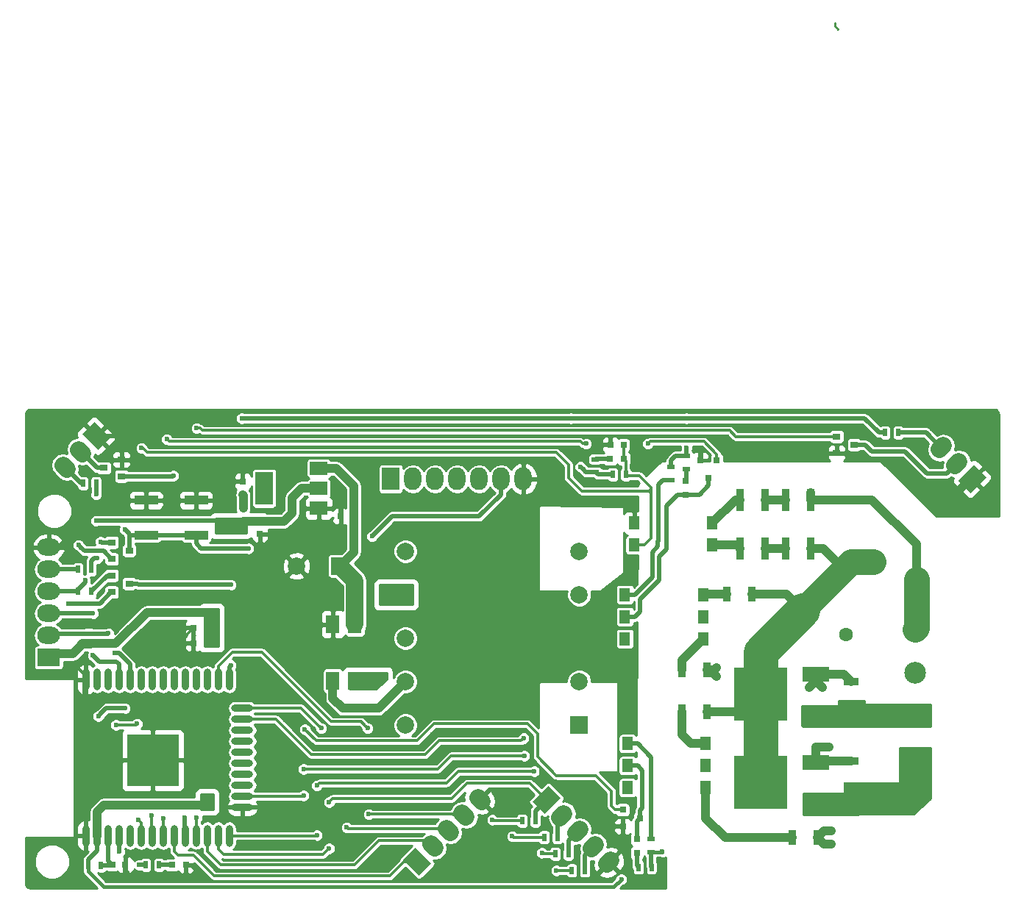
<source format=gtl>
G04 #@! TF.FileFunction,Copper,L1,Top,Signal*
%FSLAX46Y46*%
G04 Gerber Fmt 4.6, Leading zero omitted, Abs format (unit mm)*
G04 Created by KiCad (PCBNEW 4.0.7) date 11/07/17 19:12:29*
%MOMM*%
%LPD*%
G01*
G04 APERTURE LIST*
%ADD10C,0.100000*%
%ADD11R,2.750000X1.000000*%
%ADD12R,0.900000X2.500000*%
%ADD13R,1.300000X1.500000*%
%ADD14R,0.800100X0.800100*%
%ADD15R,0.900000X1.700000*%
%ADD16R,1.700000X0.900000*%
%ADD17R,1.550000X2.100000*%
%ADD18C,2.500000*%
%ADD19R,2.500000X2.500000*%
%ADD20R,3.048000X1.651000*%
%ADD21R,6.096000X6.096000*%
%ADD22R,2.000000X2.000000*%
%ADD23C,2.000000*%
%ADD24R,0.800000X0.750000*%
%ADD25R,0.750000X0.800000*%
%ADD26R,0.800000X0.800000*%
%ADD27C,2.000000*%
%ADD28O,2.000000X2.600000*%
%ADD29R,2.000000X2.600000*%
%ADD30O,2.600000X2.000000*%
%ADD31R,2.600000X2.000000*%
%ADD32R,0.900000X0.800000*%
%ADD33R,0.900000X0.500000*%
%ADD34R,0.500000X0.900000*%
%ADD35C,1.600000*%
%ADD36R,2.000000X1.500000*%
%ADD37R,2.000000X3.800000*%
%ADD38O,0.900000X2.500000*%
%ADD39O,2.500000X0.900000*%
%ADD40R,6.000000X6.000000*%
%ADD41C,0.600000*%
%ADD42C,0.250000*%
%ADD43C,0.300000*%
%ADD44C,0.500000*%
%ADD45C,1.000000*%
%ADD46C,0.400000*%
%ADD47C,3.000000*%
%ADD48C,4.000000*%
%ADD49C,0.254000*%
G04 APERTURE END LIST*
D10*
D11*
X124287000Y-78200000D03*
X118537000Y-78200000D03*
X118537000Y-74200000D03*
X124287000Y-74200000D03*
D12*
X189791000Y-79756000D03*
X186891000Y-79756000D03*
X189791000Y-74168000D03*
X186891000Y-74168000D03*
X194998000Y-79756000D03*
X192098000Y-79756000D03*
X194998000Y-74168000D03*
X192098000Y-74168000D03*
D13*
X174697000Y-79375000D03*
X174697000Y-76835000D03*
X183697000Y-76835000D03*
X183697000Y-79375000D03*
D14*
X184211000Y-69611240D03*
X182311000Y-69611240D03*
X183261000Y-71610220D03*
D13*
X182626000Y-85090000D03*
X182626000Y-87630000D03*
X182626000Y-90170000D03*
X173626000Y-90170000D03*
X173626000Y-87630000D03*
X173626000Y-85090000D03*
D14*
X173395640Y-109844800D03*
X173395640Y-111744800D03*
X175394620Y-110794800D03*
D15*
X185367000Y-85026500D03*
X188267000Y-85026500D03*
X180160000Y-93726000D03*
X183060000Y-93726000D03*
X180160000Y-98552000D03*
X183060000Y-98552000D03*
X192860000Y-113030000D03*
X195760000Y-113030000D03*
D16*
X199644000Y-95070000D03*
X199644000Y-97970000D03*
X199644000Y-104214000D03*
X199644000Y-107114000D03*
D13*
X182935000Y-102235000D03*
X182935000Y-104775000D03*
X182935000Y-107315000D03*
X173935000Y-107315000D03*
X173935000Y-104775000D03*
X173935000Y-102235000D03*
D17*
X142557500Y-94996000D03*
X140017500Y-94996000D03*
X140017500Y-88496000D03*
X142557500Y-88496000D03*
D18*
X207010000Y-89060000D03*
X207010000Y-94060000D03*
D19*
X207010000Y-104060000D03*
D18*
X207010000Y-99060000D03*
D20*
X195580000Y-98806000D03*
D21*
X189230000Y-96520000D03*
D20*
X195580000Y-94234000D03*
X195580000Y-108966000D03*
D21*
X189230000Y-106680000D03*
D20*
X195580000Y-104394000D03*
D22*
X168369000Y-100090000D03*
D23*
X168369000Y-95090000D03*
X168369000Y-85090000D03*
X168369000Y-80090000D03*
X148369000Y-80090000D03*
X148369000Y-85090000D03*
X148369000Y-90090000D03*
X148369000Y-95090000D03*
X148369000Y-100090000D03*
D24*
X173470000Y-67818000D03*
X171970000Y-67818000D03*
X140918500Y-76073000D03*
X142418500Y-76073000D03*
D25*
X131635500Y-76593000D03*
X131635500Y-78093000D03*
D26*
X129641600Y-72021800D03*
X129641600Y-73621800D03*
D27*
X109396030Y-70606234D02*
X108971766Y-70181970D01*
X111192081Y-68810183D02*
X110767817Y-68385919D01*
D10*
G36*
X112563868Y-65175654D02*
X114402346Y-67014132D01*
X112988132Y-68428346D01*
X111149654Y-66589868D01*
X112563868Y-65175654D01*
X112563868Y-65175654D01*
G37*
G36*
X215240346Y-71542868D02*
X213401868Y-73381346D01*
X211987654Y-71967132D01*
X213826132Y-70128654D01*
X215240346Y-71542868D01*
X215240346Y-71542868D01*
G37*
D27*
X211605817Y-70171081D02*
X212030081Y-69746817D01*
X209809766Y-68375030D02*
X210234030Y-67950766D01*
D28*
X161925000Y-71755000D03*
X159385000Y-71755000D03*
X156845000Y-71755000D03*
X154305000Y-71755000D03*
X151765000Y-71755000D03*
X149225000Y-71755000D03*
D29*
X146685000Y-71755000D03*
D30*
X107315000Y-79629000D03*
X107315000Y-82169000D03*
X107315000Y-84709000D03*
X107315000Y-87249000D03*
X107315000Y-89789000D03*
D31*
X107315000Y-92329000D03*
D27*
X156705073Y-108427663D02*
X157129337Y-108851927D01*
X154909022Y-110223714D02*
X155333286Y-110647978D01*
X153112970Y-112019766D02*
X153537234Y-112444030D01*
X151316919Y-113815817D02*
X151741183Y-114240081D01*
D10*
G36*
X149945132Y-117450346D02*
X148106654Y-115611868D01*
X149520868Y-114197654D01*
X151359346Y-116036132D01*
X149945132Y-117450346D01*
X149945132Y-117450346D01*
G37*
G36*
X162965654Y-108924132D02*
X164804132Y-107085654D01*
X166218346Y-108499868D01*
X164379868Y-110338346D01*
X162965654Y-108924132D01*
X162965654Y-108924132D01*
G37*
D27*
X166600183Y-110295919D02*
X166175919Y-110720183D01*
X168396234Y-112091970D02*
X167971970Y-112516234D01*
X170192286Y-113888022D02*
X169768022Y-114312286D01*
X171988337Y-115684073D02*
X171564073Y-116108337D01*
D32*
X115681000Y-71435000D03*
X115681000Y-69535000D03*
X113681000Y-70485000D03*
X200009000Y-67818000D03*
X198009000Y-68768000D03*
X198009000Y-66868000D03*
X116570000Y-80010000D03*
X114570000Y-80960000D03*
X114570000Y-79060000D03*
X114570000Y-82870000D03*
X114570000Y-84770000D03*
X116570000Y-83820000D03*
D33*
X129692400Y-75094400D03*
X129692400Y-76594400D03*
D34*
X163310000Y-111125000D03*
X161810000Y-111125000D03*
X164350000Y-113030000D03*
X165850000Y-113030000D03*
X167120000Y-114935000D03*
X165620000Y-114935000D03*
X169025000Y-116840000D03*
X167525000Y-116840000D03*
X112192500Y-82169000D03*
X110692500Y-82169000D03*
X110692500Y-84709000D03*
X112192500Y-84709000D03*
X111835500Y-116268500D03*
X113335500Y-116268500D03*
D35*
X207184000Y-83280000D03*
X202184000Y-81280000D03*
D24*
X123964000Y-88900000D03*
X125464000Y-88900000D03*
X116129500Y-116205000D03*
X114629500Y-116205000D03*
X123964000Y-90678000D03*
X125464000Y-90678000D03*
D26*
X123101000Y-116205000D03*
X121501000Y-116205000D03*
X171920000Y-69469000D03*
X173520000Y-69469000D03*
X180594000Y-73571000D03*
X180594000Y-71971000D03*
X175006000Y-114820600D03*
X175006000Y-113220600D03*
D34*
X112764000Y-72263000D03*
X111264000Y-72263000D03*
X205093000Y-66421000D03*
X203593000Y-66421000D03*
D33*
X111887000Y-89547000D03*
X111887000Y-91047000D03*
D34*
X120003000Y-116205000D03*
X118503000Y-116205000D03*
D33*
X170243500Y-70981000D03*
X170243500Y-69481000D03*
D34*
X172224000Y-71247000D03*
X173724000Y-71247000D03*
D33*
X180721000Y-69100000D03*
X180721000Y-70600000D03*
X178943000Y-71870000D03*
X178943000Y-70370000D03*
D34*
X175195800Y-116484400D03*
X176695800Y-116484400D03*
D33*
X176657000Y-113219800D03*
X176657000Y-114719800D03*
D36*
X138405000Y-75134500D03*
X138405000Y-70534500D03*
X138405000Y-72834500D03*
D37*
X132105000Y-72834500D03*
D38*
X111590000Y-94840000D03*
X112860000Y-94840000D03*
X114130000Y-94840000D03*
X115400000Y-94840000D03*
X116670000Y-94840000D03*
X117940000Y-94840000D03*
X119210000Y-94840000D03*
X120480000Y-94840000D03*
X121750000Y-94840000D03*
X123020000Y-94840000D03*
X124290000Y-94840000D03*
X125560000Y-94840000D03*
X126830000Y-94840000D03*
X128100000Y-94840000D03*
D39*
X129590000Y-98125000D03*
X129590000Y-99395000D03*
X129590000Y-100665000D03*
X129590000Y-101935000D03*
X129590000Y-103205000D03*
X129590000Y-104475000D03*
X129590000Y-105745000D03*
X129590000Y-107015000D03*
X129590000Y-108285000D03*
X129590000Y-109555000D03*
D38*
X128100000Y-112840000D03*
X126830000Y-112840000D03*
X125560000Y-112840000D03*
X124290000Y-112840000D03*
X123020000Y-112840000D03*
X121750000Y-112840000D03*
X120480000Y-112840000D03*
X119210000Y-112840000D03*
X117940000Y-112840000D03*
X116670000Y-112840000D03*
X115400000Y-112840000D03*
X114130000Y-112840000D03*
X112860000Y-112840000D03*
X111590000Y-112840000D03*
D40*
X119290000Y-104140000D03*
D22*
X140826500Y-81788000D03*
D23*
X135826500Y-81788000D03*
D35*
X194056000Y-86868000D03*
X199056000Y-89668000D03*
D41*
X162014578Y-104610525D03*
X162431406Y-102599019D03*
X159904990Y-102870000D03*
X159904990Y-100711000D03*
X110363000Y-113284000D03*
X109474000Y-94107000D03*
X111379000Y-97536000D03*
X111252000Y-105283000D03*
X111379000Y-118110000D03*
X111252000Y-110109000D03*
X157775990Y-111792007D03*
X142748000Y-102743000D03*
X142494000Y-100711000D03*
X142494000Y-104267000D03*
X142494000Y-105918000D03*
X142621000Y-107696000D03*
X145796000Y-104255010D03*
X151638000Y-104140002D03*
X152526998Y-105906010D03*
X149479000Y-105906010D03*
X145796000Y-105918000D03*
X152908000Y-107696000D03*
X149479000Y-107696004D03*
X145923000Y-107696000D03*
X152781000Y-109474000D03*
X149479000Y-109474000D03*
X145796000Y-109474000D03*
X151130006Y-111125000D03*
X147066000Y-111124984D03*
X143383000Y-111125000D03*
X151511000Y-101219000D03*
X154686000Y-100838000D03*
X157480000Y-100838000D03*
X162814000Y-92964000D03*
X175260000Y-69977000D03*
X165100000Y-71120000D03*
X195072000Y-68768000D03*
X127635000Y-64389000D03*
X122047000Y-64897000D03*
X168577561Y-68591911D03*
X168656000Y-69215000D03*
X177419000Y-69088000D03*
X187452000Y-68834000D03*
X187452000Y-65913000D03*
X200152000Y-66167000D03*
X204089000Y-64516000D03*
X111506000Y-77851000D03*
X109728000Y-78359000D03*
X122516010Y-89662000D03*
X122516010Y-90551000D03*
X115189000Y-87122000D03*
X114681000Y-85979006D03*
X111252002Y-88265000D03*
X110236000Y-88264994D03*
X109347000Y-88265000D03*
X111252000Y-92583000D03*
X110363000Y-93218000D03*
X163449000Y-106426000D03*
X172212000Y-106172000D03*
X170265831Y-107229169D03*
X168402000Y-109220000D03*
X174371000Y-108966000D03*
X170180000Y-110363000D03*
X162941000Y-87630000D03*
X162941000Y-98679000D03*
X171767629Y-112087065D03*
X154559000Y-98425000D03*
X157607000Y-98552000D03*
X160147000Y-98552000D03*
X177038000Y-118237000D03*
X133096000Y-101600000D03*
X134578838Y-99482162D03*
X136398000Y-111125000D03*
X132842000Y-105664000D03*
X141859000Y-114935000D03*
X130302000Y-113919000D03*
X124598673Y-114648011D03*
X143764000Y-116459000D03*
X134239000Y-114046000D03*
X142875000Y-113411000D03*
X145796000Y-115570000D03*
X148336000Y-117475000D03*
X124460000Y-117094000D03*
X147193000Y-74549000D03*
X150495000Y-74168000D03*
X153035000Y-74168000D03*
X155575000Y-74295000D03*
X154305000Y-88773000D03*
X157353000Y-88519000D03*
X160782000Y-88011000D03*
X154051000Y-80518000D03*
X157607000Y-80137000D03*
X159766000Y-77978000D03*
X161925000Y-75819000D03*
X140716000Y-73025000D03*
X116713000Y-65278000D03*
X140970000Y-73914000D03*
X182372000Y-68580000D03*
X116332000Y-117133000D03*
X173355000Y-114046000D03*
X162687000Y-116332000D03*
X158242000Y-116332000D03*
X153543000Y-116332000D03*
X155829000Y-114173000D03*
X160528000Y-114173000D03*
X212471000Y-65278000D03*
X215646000Y-69723000D03*
X215646000Y-69723000D03*
X210947000Y-73914000D03*
X132715000Y-109855000D03*
X168508092Y-70356775D03*
X180721000Y-64770000D03*
X167385996Y-64770000D03*
X129540000Y-64770000D03*
X173228000Y-117856000D03*
X177927000Y-114681000D03*
X180721000Y-68199000D03*
X112776000Y-76581000D03*
X112776000Y-73533000D03*
X126492000Y-90805000D03*
X126492000Y-90043000D03*
X126492000Y-89408000D03*
X126492000Y-88519000D03*
X125603000Y-109347000D03*
X125603000Y-108712000D03*
X129540000Y-77470000D03*
X128905000Y-77470000D03*
X128270000Y-77470000D03*
X127635000Y-77470000D03*
X127000000Y-76835000D03*
X127635000Y-76835000D03*
X128270000Y-76835000D03*
X114935000Y-91821000D03*
X114173000Y-89535000D03*
X112395000Y-87248998D03*
X112395002Y-92075000D03*
X194818000Y-95758000D03*
X196342000Y-95758000D03*
X184150000Y-94488000D03*
X184150000Y-93472000D03*
X197358000Y-112268000D03*
X197358000Y-113792000D03*
X197104000Y-102616000D03*
X195580000Y-102616000D03*
X117475000Y-99949000D03*
X117983000Y-68199000D03*
X115062000Y-100076000D03*
X117602000Y-110998000D03*
X113030000Y-99060000D03*
X116078000Y-98171000D03*
X116078000Y-77597000D03*
X130302000Y-79756000D03*
X130302000Y-79756000D03*
X144526000Y-78359000D03*
X114130000Y-114935000D03*
X144678400Y-94996000D03*
X145592800Y-94996000D03*
X145897600Y-85090000D03*
X165735000Y-116840000D03*
X164084000Y-114808000D03*
X160655000Y-112903000D03*
X158369000Y-110998000D03*
X109601000Y-82169000D03*
X109601000Y-86106000D03*
X111506000Y-83439000D03*
X110744000Y-79375000D03*
X144017998Y-100457000D03*
X144145000Y-110363000D03*
X138684000Y-100457000D03*
X141605000Y-111887004D03*
X139573000Y-108966000D03*
X139573004Y-114300000D03*
X163195000Y-105410000D03*
X138175996Y-107061000D03*
X138175998Y-112776000D03*
X162052000Y-103632000D03*
X136652000Y-105156000D03*
X136652000Y-108204000D03*
X161974012Y-101600006D03*
X176276000Y-67691000D03*
X169164000Y-67691000D03*
X120904000Y-67183000D03*
X119126000Y-110490000D03*
X136779000Y-100584000D03*
X120523000Y-110871000D03*
X121666000Y-71374006D03*
X122936000Y-110744000D03*
X124333004Y-65913000D03*
X124333000Y-110744000D03*
X112902994Y-80899000D03*
X113284000Y-78994000D03*
X128270000Y-83947000D03*
X128270000Y-93218000D03*
X117729000Y-116205000D03*
X115443000Y-114681000D03*
X187960000Y-102616000D03*
X189230000Y-102616000D03*
X190500000Y-102616000D03*
X187960000Y-100584000D03*
X189230000Y-100584000D03*
X190500000Y-100584000D03*
X190500000Y-101600000D03*
X189230000Y-101600000D03*
X187960000Y-101600000D03*
D42*
X197771000Y-19605000D02*
X197771000Y-19209000D01*
X198120000Y-19954000D02*
X197771000Y-19605000D01*
D43*
X162438842Y-104610525D02*
X162014578Y-104610525D01*
X163279137Y-104384133D02*
X163052745Y-104610525D01*
X163052745Y-104610525D02*
X162438842Y-104610525D01*
X162007142Y-102599019D02*
X162431406Y-102599019D01*
X159904990Y-102870000D02*
X161736161Y-102870000D01*
X161736161Y-102870000D02*
X162007142Y-102599019D01*
X164929736Y-106034732D02*
X163279137Y-104384133D01*
X164929736Y-106172000D02*
X164929736Y-106034732D01*
X163945002Y-105049998D02*
X163279137Y-104384133D01*
X163945002Y-105929998D02*
X163945002Y-105049998D01*
X163449000Y-106426000D02*
X163945002Y-105929998D01*
X159396990Y-101219000D02*
X159604991Y-101010999D01*
X159604991Y-101010999D02*
X159904990Y-100711000D01*
X151511000Y-101219000D02*
X159396990Y-101219000D01*
X111590000Y-112840000D02*
X110807000Y-112840000D01*
X110807000Y-112840000D02*
X110363000Y-113284000D01*
X110363000Y-93218000D02*
X109474000Y-94107000D01*
X111379000Y-97536000D02*
X111379000Y-94234000D01*
X111379000Y-94234000D02*
X110363000Y-93218000D01*
X111252000Y-110109000D02*
X111252000Y-105283000D01*
X111590000Y-112840000D02*
X111590000Y-110447000D01*
X111590000Y-110447000D02*
X111252000Y-110109000D01*
X111590000Y-94840000D02*
X111590000Y-94445000D01*
X111590000Y-94445000D02*
X110363000Y-93218000D01*
X157475991Y-111492008D02*
X157775990Y-111792007D01*
X159290990Y-108966006D02*
X157475991Y-110781005D01*
X159396990Y-108966006D02*
X159290990Y-108966006D01*
X157475991Y-110781005D02*
X157475991Y-111492008D01*
X143383000Y-111125000D02*
X143383000Y-110700736D01*
X143383000Y-110700736D02*
X142748000Y-110065736D01*
X145911008Y-104140002D02*
X145796000Y-104255010D01*
X151638000Y-104140002D02*
X145911008Y-104140002D01*
X149467010Y-105918000D02*
X149479000Y-105906010D01*
X145796000Y-105918000D02*
X149467010Y-105918000D01*
X152526998Y-105906010D02*
X149479000Y-105906010D01*
X152907996Y-107696004D02*
X152908000Y-107696000D01*
X149479000Y-107696004D02*
X152907996Y-107696004D01*
X145796000Y-109474000D02*
X149479000Y-109474000D01*
X151129990Y-111124984D02*
X151130006Y-111125000D01*
X147066000Y-111124984D02*
X151129990Y-111124984D01*
X177419000Y-69088000D02*
X176149000Y-69088000D01*
X176149000Y-69088000D02*
X175260000Y-69977000D01*
X161925000Y-71755000D02*
X164465000Y-71755000D01*
X164465000Y-71755000D02*
X165100000Y-71120000D01*
X198009000Y-68768000D02*
X195072000Y-68768000D01*
X187452000Y-68834000D02*
X195006000Y-68834000D01*
X195006000Y-68834000D02*
X195072000Y-68768000D01*
X122047000Y-64897000D02*
X127127000Y-64897000D01*
X127127000Y-64897000D02*
X127635000Y-64389000D01*
X122047000Y-64897000D02*
X127381000Y-64897000D01*
X169001825Y-68591911D02*
X168577561Y-68591911D01*
X168656000Y-69215000D02*
X168656000Y-68670350D01*
X171970000Y-67818000D02*
X171270000Y-67818000D01*
X168656000Y-68670350D02*
X168577561Y-68591911D01*
X170496089Y-68591911D02*
X169001825Y-68591911D01*
X171270000Y-67818000D02*
X170496089Y-68591911D01*
X200152000Y-66167000D02*
X198909001Y-66167000D01*
X198909001Y-66167000D02*
X198655001Y-65913000D01*
X198655001Y-65913000D02*
X187452000Y-65913000D01*
X212471000Y-65278000D02*
X204851000Y-65278000D01*
X204851000Y-65278000D02*
X204089000Y-64516000D01*
D44*
X107315000Y-79629000D02*
X108458000Y-79629000D01*
X108458000Y-79629000D02*
X109728000Y-78359000D01*
D43*
X122940274Y-89662000D02*
X122516010Y-89662000D01*
X123964000Y-88900000D02*
X123939000Y-88900000D01*
X122643010Y-90678000D02*
X122516010Y-90551000D01*
X123177000Y-89662000D02*
X122940274Y-89662000D01*
X123939000Y-88900000D02*
X123177000Y-89662000D01*
X123964000Y-90678000D02*
X122643010Y-90678000D01*
D44*
X115189000Y-86697736D02*
X115189000Y-87122000D01*
X115189000Y-86487006D02*
X115189000Y-86697736D01*
X114681000Y-85979006D02*
X115189000Y-86487006D01*
X111251996Y-88264994D02*
X111252002Y-88265000D01*
X110236000Y-88264994D02*
X111251996Y-88264994D01*
X110998000Y-92583000D02*
X111252000Y-92583000D01*
X110363000Y-93218000D02*
X110998000Y-92583000D01*
D43*
X170265831Y-107229169D02*
X165986905Y-107229169D01*
X165986905Y-107229169D02*
X164929736Y-106172000D01*
X170265831Y-107229169D02*
X169637687Y-106601025D01*
X169637687Y-106601025D02*
X165783025Y-106601025D01*
X165783025Y-106601025D02*
X165735000Y-106553000D01*
X167977736Y-109220000D02*
X164929736Y-106172000D01*
X168402000Y-109220000D02*
X167977736Y-109220000D01*
X170180000Y-110363000D02*
X170180000Y-107315000D01*
X170180000Y-107315000D02*
X170265831Y-107229169D01*
X168826264Y-109220000D02*
X168402000Y-109220000D01*
X169037000Y-109220000D02*
X168826264Y-109220000D01*
X170180000Y-110363000D02*
X169037000Y-109220000D01*
X171767629Y-112087065D02*
X171767629Y-111950629D01*
X171767629Y-111950629D02*
X170180000Y-110363000D01*
X162641001Y-98252001D02*
X162941000Y-98552000D01*
X162941000Y-98552000D02*
X162941000Y-98679000D01*
X160446999Y-98252001D02*
X162641001Y-98252001D01*
X171767629Y-112458629D02*
X171767629Y-112087065D01*
X173355000Y-114046000D02*
X171767629Y-112458629D01*
X154305000Y-88773000D02*
X154305000Y-98171000D01*
X154305000Y-98171000D02*
X154559000Y-98425000D01*
X160446999Y-98252001D02*
X160147000Y-98552000D01*
X160782000Y-97917000D02*
X160446999Y-98252001D01*
X160782000Y-88011000D02*
X160782000Y-97917000D01*
X173654999Y-114472999D02*
X173654999Y-116453601D01*
X173654999Y-116453601D02*
X175438398Y-118237000D01*
X175438398Y-118237000D02*
X177038000Y-118237000D01*
X173355000Y-114046000D02*
X173654999Y-114345999D01*
X173654999Y-114345999D02*
X173654999Y-114472999D01*
X132842000Y-105664000D02*
X132842000Y-101854000D01*
X132842000Y-101854000D02*
X133096000Y-101600000D01*
X132842000Y-105664000D02*
X132842000Y-105156000D01*
X132715000Y-109855000D02*
X135128000Y-109855000D01*
X135128000Y-109855000D02*
X136398000Y-111125000D01*
D44*
X142875000Y-113411000D02*
X142875000Y-113919000D01*
X142875000Y-113919000D02*
X141859000Y-114935000D01*
D43*
X134239000Y-114046000D02*
X130429000Y-114046000D01*
X130429000Y-114046000D02*
X130302000Y-113919000D01*
X145796000Y-115570000D02*
X144653000Y-115570000D01*
X144653000Y-115570000D02*
X143764000Y-116459000D01*
X153543000Y-116332000D02*
X153243001Y-116631999D01*
X123101000Y-116205000D02*
X123571000Y-116205000D01*
X123571000Y-116205000D02*
X124460000Y-117094000D01*
X150495000Y-74168000D02*
X147574000Y-74168000D01*
X147574000Y-74168000D02*
X147193000Y-74549000D01*
X153035000Y-74168000D02*
X150495000Y-74168000D01*
X155575000Y-74295000D02*
X153162000Y-74295000D01*
X153162000Y-74295000D02*
X153035000Y-74168000D01*
X154305000Y-81196264D02*
X154305000Y-88773000D01*
X154051000Y-80518000D02*
X154051000Y-80942264D01*
X154051000Y-80942264D02*
X154305000Y-81196264D01*
X157607000Y-80137000D02*
X157607000Y-88265000D01*
X157607000Y-88265000D02*
X157353000Y-88519000D01*
X160782000Y-79418264D02*
X160782000Y-88011000D01*
X159766000Y-77978000D02*
X159766000Y-78402264D01*
X159766000Y-78402264D02*
X160782000Y-79418264D01*
X157607000Y-80137000D02*
X154432000Y-80137000D01*
X154432000Y-80137000D02*
X154051000Y-80518000D01*
X159766000Y-77978000D02*
X157607000Y-80137000D01*
X161925000Y-75819000D02*
X159766000Y-77978000D01*
D44*
X140970000Y-73914000D02*
X140970000Y-73279000D01*
X140970000Y-73279000D02*
X140716000Y-73025000D01*
X112776000Y-66802000D02*
X115189000Y-66802000D01*
X115189000Y-66802000D02*
X116713000Y-65278000D01*
X140918500Y-76073000D02*
X140918500Y-73965500D01*
X140918500Y-73965500D02*
X140970000Y-73914000D01*
X182311000Y-69611240D02*
X182311000Y-68641000D01*
X182311000Y-68641000D02*
X182372000Y-68580000D01*
X116129500Y-116205000D02*
X116129500Y-116930500D01*
X116129500Y-116930500D02*
X116332000Y-117133000D01*
X153543000Y-116332000D02*
X158242000Y-116332000D01*
X160528000Y-114173000D02*
X155829000Y-114173000D01*
X215646000Y-69723000D02*
X215646000Y-68453000D01*
X215646000Y-68453000D02*
X212471000Y-65278000D01*
X213614000Y-71755000D02*
X213106000Y-71755000D01*
X213106000Y-71755000D02*
X210947000Y-73914000D01*
X119290000Y-104140000D02*
X115790000Y-104140000D01*
X129590000Y-109555000D02*
X132415000Y-109555000D01*
X132415000Y-109555000D02*
X132715000Y-109855000D01*
X135826500Y-81788000D02*
X136017000Y-81788000D01*
X121920000Y-105054200D02*
X121852400Y-104986600D01*
X170243500Y-70981000D02*
X169132317Y-70981000D01*
X169132317Y-70981000D02*
X168808091Y-70656774D01*
X168808091Y-70656774D02*
X168508092Y-70356775D01*
X181145264Y-64770000D02*
X180721000Y-64770000D01*
X202843000Y-66421000D02*
X201192000Y-64770000D01*
X167385996Y-64770000D02*
X180721000Y-64770000D01*
X201192000Y-64770000D02*
X181145264Y-64770000D01*
X203593000Y-66421000D02*
X202843000Y-66421000D01*
X129540000Y-64770000D02*
X167385996Y-64770000D01*
D45*
X111223001Y-90720999D02*
X115041999Y-90720999D01*
X115041999Y-90720999D02*
X118640998Y-87122000D01*
X110758000Y-91186000D02*
X111223001Y-90720999D01*
X118640998Y-87122000D02*
X125984000Y-87122000D01*
X107780001Y-91863999D02*
X110080001Y-91863999D01*
X110080001Y-91863999D02*
X110758000Y-91186000D01*
X107315000Y-92329000D02*
X107780001Y-91863999D01*
D46*
X111835500Y-116268500D02*
X111835500Y-116915500D01*
X111835500Y-116915500D02*
X113665000Y-118745000D01*
X113665000Y-118745000D02*
X172339000Y-118745000D01*
X172339000Y-118745000D02*
X173228000Y-117856000D01*
X176657000Y-114719800D02*
X177888200Y-114719800D01*
D44*
X177888200Y-114719800D02*
X177927000Y-114681000D01*
X180721000Y-69100000D02*
X180721000Y-68199000D01*
X178943000Y-70370000D02*
X178943000Y-69620000D01*
X178943000Y-69620000D02*
X179463000Y-69100000D01*
X179463000Y-69100000D02*
X180721000Y-69100000D01*
X172224000Y-71247000D02*
X170509500Y-71247000D01*
X170509500Y-71247000D02*
X170243500Y-70981000D01*
X176657000Y-114719800D02*
X176657000Y-116445600D01*
X176657000Y-116445600D02*
X176695800Y-116484400D01*
X112776000Y-76581000D02*
X126746000Y-76581000D01*
X126746000Y-76581000D02*
X127000000Y-76835000D01*
X112764000Y-72263000D02*
X112764000Y-73521000D01*
X112764000Y-73521000D02*
X112776000Y-73533000D01*
X111887000Y-91047000D02*
X110897000Y-91047000D01*
X110897000Y-91047000D02*
X110758000Y-91186000D01*
X111835500Y-116268500D02*
X111835500Y-115614500D01*
X111835500Y-115614500D02*
X112860000Y-114590000D01*
X112860000Y-114590000D02*
X112860000Y-112840000D01*
X126492000Y-90043000D02*
X126492000Y-90805000D01*
X126492000Y-88519000D02*
X126492000Y-89408000D01*
D45*
X113665000Y-109347000D02*
X125603000Y-109347000D01*
X112903000Y-110109000D02*
X113665000Y-109347000D01*
X112903000Y-111499219D02*
X112903000Y-110109000D01*
X112860000Y-112840000D02*
X112860000Y-111542219D01*
X112860000Y-111542219D02*
X112903000Y-111499219D01*
D44*
X129692400Y-76594400D02*
X128510600Y-76594400D01*
X128510600Y-76594400D02*
X128270000Y-76835000D01*
D45*
X129692400Y-76594400D02*
X131634100Y-76594400D01*
X131634100Y-76594400D02*
X131635500Y-76593000D01*
X135318500Y-75692000D02*
X134417500Y-76593000D01*
X134417500Y-76593000D02*
X131635500Y-76593000D01*
X135318500Y-73921000D02*
X135318500Y-75692000D01*
X138405000Y-72834500D02*
X136405000Y-72834500D01*
X136405000Y-72834500D02*
X135318500Y-73921000D01*
D44*
X115359264Y-91821000D02*
X114935000Y-91821000D01*
X115401000Y-91821000D02*
X115359264Y-91821000D01*
X116670000Y-94840000D02*
X116670000Y-93090000D01*
X116670000Y-93090000D02*
X115401000Y-91821000D01*
X114161000Y-89547000D02*
X114173000Y-89535000D01*
X111887000Y-89547000D02*
X114161000Y-89547000D01*
X111887000Y-89547000D02*
X107557000Y-89547000D01*
X107557000Y-89547000D02*
X107315000Y-89789000D01*
X116670000Y-94840000D02*
X116670000Y-93895773D01*
X116670000Y-93895773D02*
X116586000Y-93811773D01*
X107315000Y-87249000D02*
X112394998Y-87249000D01*
X112394998Y-87249000D02*
X112395000Y-87248998D01*
X115400000Y-93090000D02*
X115108001Y-92798001D01*
X115108001Y-92798001D02*
X113118003Y-92798001D01*
X113118003Y-92798001D02*
X112695001Y-92374999D01*
X115400000Y-94840000D02*
X115400000Y-93090000D01*
X112695001Y-92374999D02*
X112395002Y-92075000D01*
X120003000Y-116205000D02*
X121501000Y-116205000D01*
X171920000Y-69469000D02*
X170255500Y-69469000D01*
X170255500Y-69469000D02*
X170243500Y-69481000D01*
D45*
X192098000Y-79756000D02*
X189791000Y-79756000D01*
X183697000Y-79375000D02*
X186510000Y-79375000D01*
X186510000Y-79375000D02*
X186891000Y-79756000D01*
X192098000Y-74168000D02*
X189791000Y-74168000D01*
X186891000Y-74168000D02*
X186364000Y-74168000D01*
X186364000Y-74168000D02*
X183697000Y-76835000D01*
D44*
X180721000Y-70600000D02*
X180721000Y-71844000D01*
X180721000Y-71844000D02*
X180594000Y-71971000D01*
X180594000Y-73571000D02*
X182200270Y-73571000D01*
X182200270Y-73571000D02*
X183261000Y-72510270D01*
X183261000Y-72510270D02*
X183261000Y-71610220D01*
X174776000Y-87630000D02*
X175387000Y-87019000D01*
X180594000Y-73571000D02*
X179694000Y-73571000D01*
X179694000Y-73571000D02*
X178435000Y-74830000D01*
X178435000Y-74830000D02*
X178435000Y-79883000D01*
X178435000Y-79883000D02*
X177608010Y-80709990D01*
X177608010Y-80709990D02*
X177608010Y-83389374D01*
X177608010Y-83389374D02*
X175387000Y-85610384D01*
X175387000Y-85610384D02*
X175387000Y-87019000D01*
X173626000Y-87630000D02*
X174776000Y-87630000D01*
X173626000Y-85090000D02*
X174776000Y-85090000D01*
X177419000Y-78934384D02*
X177457010Y-78896374D01*
X174776000Y-85090000D02*
X176808000Y-83058000D01*
X176808000Y-83058000D02*
X176808000Y-80151010D01*
X177457010Y-78896374D02*
X177457010Y-72405990D01*
X176808000Y-80151010D02*
X177419000Y-79540010D01*
X177419000Y-79540010D02*
X177419000Y-78934384D01*
X177457010Y-72405990D02*
X177993000Y-71870000D01*
X177993000Y-71870000D02*
X178943000Y-71870000D01*
X175006000Y-114820600D02*
X175006000Y-116294600D01*
X175006000Y-116294600D02*
X175195800Y-116484400D01*
X175006000Y-113220600D02*
X175006000Y-111183420D01*
X175006000Y-111183420D02*
X175394620Y-110794800D01*
X175394620Y-110794800D02*
X175394620Y-109894750D01*
X175394620Y-109894750D02*
X175641000Y-109648370D01*
X175641000Y-109648370D02*
X175641000Y-105331000D01*
X175641000Y-105331000D02*
X175085000Y-104775000D01*
X175085000Y-104775000D02*
X173935000Y-104775000D01*
X173935000Y-102235000D02*
X175085000Y-102235000D01*
X175085000Y-102235000D02*
X176657000Y-103807000D01*
X176657000Y-112469800D02*
X176657000Y-113219800D01*
X176657000Y-103807000D02*
X176657000Y-112469800D01*
D45*
X185367000Y-85026500D02*
X182689500Y-85026500D01*
X182689500Y-85026500D02*
X182626000Y-85090000D01*
X180160000Y-93726000D02*
X180160000Y-92636000D01*
X180160000Y-92636000D02*
X182626000Y-90170000D01*
X195580000Y-94996000D02*
X194818000Y-95758000D01*
X195580000Y-94234000D02*
X195580000Y-94996000D01*
X195580000Y-94996000D02*
X196342000Y-95758000D01*
X183060000Y-93726000D02*
X183388000Y-93726000D01*
X183388000Y-93726000D02*
X184150000Y-94488000D01*
X183060000Y-93726000D02*
X183896000Y-93726000D01*
X183896000Y-93726000D02*
X184150000Y-93472000D01*
X195580000Y-94234000D02*
X198808000Y-94234000D01*
X198808000Y-94234000D02*
X199644000Y-95070000D01*
X180160000Y-98552000D02*
X180160000Y-101166000D01*
X180160000Y-101166000D02*
X181229000Y-102235000D01*
X181229000Y-102235000D02*
X182935000Y-102235000D01*
X192860000Y-113030000D02*
X185166000Y-113030000D01*
X185166000Y-113030000D02*
X182935000Y-110799000D01*
X182935000Y-110799000D02*
X182935000Y-107315000D01*
X197358000Y-113792000D02*
X196522000Y-113792000D01*
X196522000Y-113792000D02*
X195760000Y-113030000D01*
X197358000Y-112268000D02*
X196522000Y-112268000D01*
X196522000Y-112268000D02*
X195760000Y-113030000D01*
X195580000Y-102616000D02*
X197104000Y-102616000D01*
X195580000Y-104394000D02*
X195580000Y-102616000D01*
X199644000Y-104214000D02*
X195760000Y-104214000D01*
X195760000Y-104214000D02*
X195580000Y-104394000D01*
D43*
X176657000Y-73660000D02*
X176657000Y-73406000D01*
X176657000Y-73406000D02*
X176657000Y-73152000D01*
X176276000Y-73152000D02*
X176403000Y-73152000D01*
X176403000Y-73152000D02*
X176657000Y-73406000D01*
X176657000Y-73152000D02*
X176657000Y-72898000D01*
X176403000Y-73152000D02*
X176657000Y-72898000D01*
X176657000Y-72898000D02*
X176657000Y-72771000D01*
X117983000Y-68199000D02*
X118110000Y-68199000D01*
X118110000Y-68199000D02*
X118618000Y-68707000D01*
X168656000Y-73152000D02*
X173228000Y-73152000D01*
X118618000Y-68707000D02*
X165735000Y-68707000D01*
X165735000Y-68707000D02*
X167132000Y-70104000D01*
X167132000Y-70104000D02*
X167132000Y-71628000D01*
X167132000Y-71628000D02*
X168656000Y-73152000D01*
X173228000Y-73152000D02*
X175768000Y-73152000D01*
X117348000Y-100076000D02*
X117475000Y-99949000D01*
X115062000Y-100076000D02*
X117348000Y-100076000D01*
X175768000Y-73152000D02*
X176276000Y-73152000D01*
X176276000Y-73152000D02*
X176657000Y-73152000D01*
X176657000Y-78565000D02*
X176657000Y-73660000D01*
X117940000Y-112840000D02*
X117940000Y-111336000D01*
X117940000Y-111336000D02*
X117602000Y-110998000D01*
X176530000Y-72644000D02*
X175260000Y-71374000D01*
X176657000Y-72771000D02*
X176530000Y-72644000D01*
X175847000Y-79375000D02*
X176149000Y-79073000D01*
X176149000Y-79073000D02*
X176657000Y-78565000D01*
X174697000Y-79375000D02*
X175847000Y-79375000D01*
X175260000Y-71374000D02*
X173851000Y-71374000D01*
X173851000Y-71374000D02*
X173724000Y-71247000D01*
X173520000Y-69469000D02*
X173520000Y-67868000D01*
X173520000Y-67868000D02*
X173470000Y-67818000D01*
X173724000Y-71247000D02*
X173724000Y-69673000D01*
X173724000Y-69673000D02*
X173520000Y-69469000D01*
D44*
X113329999Y-98760001D02*
X113030000Y-99060000D01*
X116078000Y-98171000D02*
X113919000Y-98171000D01*
X113919000Y-98171000D02*
X113329999Y-98760001D01*
X116681000Y-78200000D02*
X116332000Y-77851000D01*
X116570000Y-80010000D02*
X116570000Y-78089000D01*
X116570000Y-78089000D02*
X116332000Y-77851000D01*
X116332000Y-77851000D02*
X116078000Y-77597000D01*
X118537000Y-78200000D02*
X116681000Y-78200000D01*
X124843000Y-79756000D02*
X130302000Y-79756000D01*
X124287000Y-78200000D02*
X124287000Y-79200000D01*
X124287000Y-79200000D02*
X124843000Y-79756000D01*
X156867000Y-76073000D02*
X146812000Y-76073000D01*
X146812000Y-76073000D02*
X144526000Y-78359000D01*
X159385000Y-71755000D02*
X159385000Y-73555000D01*
X159385000Y-73555000D02*
X156867000Y-76073000D01*
X118537000Y-78200000D02*
X124287000Y-78200000D01*
X114130000Y-114935000D02*
X114130000Y-115705500D01*
X114130000Y-112840000D02*
X114130000Y-114935000D01*
X114130000Y-115705500D02*
X114629500Y-116205000D01*
X113335500Y-116268500D02*
X114566000Y-116268500D01*
X114566000Y-116268500D02*
X114629500Y-116205000D01*
D45*
X138405000Y-70534500D02*
X140405000Y-70534500D01*
X140405000Y-70534500D02*
X142418500Y-72548000D01*
X142418500Y-74698000D02*
X142418500Y-76073000D01*
X142418500Y-72548000D02*
X142418500Y-74698000D01*
X142418500Y-76073000D02*
X142418500Y-80196000D01*
X142418500Y-80196000D02*
X140826500Y-81788000D01*
D27*
X142557500Y-88496000D02*
X142557500Y-83519000D01*
X142557500Y-83519000D02*
X140826500Y-81788000D01*
D45*
X145592800Y-94996000D02*
X144678400Y-94996000D01*
X148369000Y-85090000D02*
X145897600Y-85090000D01*
X129692400Y-75094400D02*
X129692400Y-73672600D01*
X129692400Y-73672600D02*
X129641600Y-73621800D01*
D44*
X111264000Y-72263000D02*
X111052796Y-72263000D01*
X111052796Y-72263000D02*
X109183898Y-70394102D01*
X113681000Y-70485000D02*
X112866898Y-70485000D01*
X112866898Y-70485000D02*
X110979949Y-68598051D01*
X208407000Y-71120000D02*
X210656898Y-71120000D01*
X210656898Y-71120000D02*
X211817949Y-69958949D01*
X205867000Y-68580000D02*
X208407000Y-71120000D01*
X202057000Y-68580000D02*
X205867000Y-68580000D01*
X201295000Y-67818000D02*
X202057000Y-68580000D01*
X200009000Y-67818000D02*
X201295000Y-67818000D01*
X205093000Y-66421000D02*
X208280000Y-66421000D01*
X208280000Y-66421000D02*
X210021898Y-68162898D01*
D43*
X167525000Y-116840000D02*
X165735000Y-116840000D01*
X165620000Y-114935000D02*
X164211000Y-114935000D01*
X164211000Y-114935000D02*
X164084000Y-114808000D01*
X164350000Y-113030000D02*
X160782000Y-113030000D01*
X160782000Y-113030000D02*
X160655000Y-112903000D01*
X161810000Y-111125000D02*
X158496000Y-111125000D01*
X158496000Y-111125000D02*
X158369000Y-110998000D01*
D44*
X114520000Y-84770000D02*
X113184000Y-86106000D01*
X114570000Y-84770000D02*
X114520000Y-84770000D01*
X110025264Y-86106000D02*
X109601000Y-86106000D01*
X113184000Y-86106000D02*
X110025264Y-86106000D01*
X110692500Y-82169000D02*
X109601000Y-82169000D01*
X109601000Y-82169000D02*
X107315000Y-82169000D01*
X111043999Y-79674999D02*
X110744000Y-79375000D01*
X113608999Y-80048999D02*
X111417999Y-80048999D01*
X114570000Y-80960000D02*
X114520000Y-80960000D01*
X114520000Y-80960000D02*
X113608999Y-80048999D01*
X111417999Y-80048999D02*
X111043999Y-79674999D01*
X111506000Y-83695500D02*
X111506000Y-83439000D01*
X110692500Y-84509000D02*
X111506000Y-83695500D01*
X110692500Y-84709000D02*
X110692500Y-84509000D01*
X114509000Y-80899000D02*
X114570000Y-80960000D01*
X110692500Y-84709000D02*
X107315000Y-84709000D01*
D43*
X143717999Y-100157001D02*
X144017998Y-100457000D01*
X131826000Y-91694000D02*
X139827000Y-99695000D01*
X128426000Y-91694000D02*
X131826000Y-91694000D01*
X126830000Y-93290000D02*
X128426000Y-91694000D01*
X126830000Y-94840000D02*
X126830000Y-93290000D01*
X144145000Y-100540736D02*
X144061264Y-100457000D01*
X143255998Y-99695000D02*
X143717999Y-100157001D01*
X139827000Y-99695000D02*
X143255998Y-99695000D01*
X144061264Y-100457000D02*
X144017998Y-100457000D01*
X153762018Y-110363000D02*
X144145000Y-110363000D01*
X155121154Y-110435846D02*
X153834864Y-110435846D01*
X153834864Y-110435846D02*
X153762018Y-110363000D01*
D44*
X127000000Y-94670000D02*
X126830000Y-94840000D01*
D43*
X138384001Y-100157001D02*
X138684000Y-100457000D01*
X136352000Y-98125000D02*
X138384001Y-100157001D01*
X129590000Y-98125000D02*
X136352000Y-98125000D01*
X153325102Y-112231898D02*
X153107204Y-112014000D01*
X153107204Y-112014000D02*
X141732000Y-112014000D01*
X141732000Y-112014000D02*
X141605000Y-111887000D01*
X141605000Y-111887000D02*
X141605000Y-111887004D01*
X151529051Y-114027949D02*
X150912102Y-113411000D01*
X150912102Y-113411000D02*
X145288000Y-113411000D01*
X145288000Y-113411000D02*
X142494000Y-116205000D01*
X142494000Y-116205000D02*
X127127000Y-116205000D01*
X127127000Y-116205000D02*
X125560000Y-114638000D01*
X125560000Y-114638000D02*
X125560000Y-112840000D01*
X149733000Y-115824000D02*
X148218786Y-115824000D01*
X148218786Y-115824000D02*
X146567786Y-117475000D01*
X126365000Y-117475000D02*
X123952000Y-115062000D01*
X146567786Y-117475000D02*
X126365000Y-117475000D01*
X123952000Y-115062000D02*
X122174000Y-115062000D01*
X122174000Y-115062000D02*
X121750000Y-114638000D01*
X121750000Y-114638000D02*
X121750000Y-112840000D01*
X164592000Y-108712000D02*
X162687000Y-106807000D01*
X162687000Y-106807000D02*
X155448000Y-106807000D01*
X155448000Y-106807000D02*
X153716005Y-108538995D01*
X153716005Y-108538995D02*
X140000005Y-108538995D01*
X140000005Y-108538995D02*
X139872999Y-108666001D01*
X139872999Y-108666001D02*
X139573000Y-108966000D01*
X139273005Y-114599999D02*
X139573004Y-114300000D01*
X138892005Y-114980999D02*
X139273005Y-114599999D01*
X127420999Y-114980999D02*
X138892005Y-114980999D01*
X126830000Y-114390000D02*
X127420999Y-114980999D01*
X126830000Y-112840000D02*
X126830000Y-114390000D01*
D44*
X163310000Y-111125000D02*
X163310000Y-109994000D01*
X163310000Y-109994000D02*
X164592000Y-108712000D01*
D43*
X154432000Y-105410000D02*
X162770736Y-105410000D01*
X138475995Y-106761001D02*
X153080999Y-106761001D01*
X138175996Y-107061000D02*
X138475995Y-106761001D01*
X162770736Y-105410000D02*
X163195000Y-105410000D01*
X153080999Y-106761001D02*
X154432000Y-105410000D01*
X138111998Y-112840000D02*
X138175998Y-112776000D01*
X128100000Y-112840000D02*
X138111998Y-112840000D01*
D44*
X165850000Y-113030000D02*
X165850000Y-111046102D01*
X165850000Y-111046102D02*
X166388051Y-110508051D01*
D43*
X153637004Y-103632000D02*
X161627736Y-103632000D01*
X136652000Y-105156000D02*
X152113004Y-105156000D01*
X152113004Y-105156000D02*
X153637004Y-103632000D01*
X161627736Y-103632000D02*
X162052000Y-103632000D01*
X136571000Y-108285000D02*
X136652000Y-108204000D01*
X129590000Y-108285000D02*
X136571000Y-108285000D01*
D44*
X167120000Y-114935000D02*
X167120000Y-113368204D01*
X167120000Y-113368204D02*
X168184102Y-112304102D01*
D43*
X129590000Y-99395000D02*
X133431000Y-99395000D01*
X133431000Y-99395000D02*
X137541000Y-103505000D01*
X137541000Y-103505000D02*
X150622000Y-103505000D01*
X152226995Y-101900005D02*
X161674013Y-101900005D01*
X150622000Y-103505000D02*
X152226995Y-101900005D01*
X161674013Y-101900005D02*
X161974012Y-101600006D01*
D44*
X129636000Y-99441000D02*
X129590000Y-99395000D01*
X169025000Y-116840000D02*
X169025000Y-115055308D01*
X169025000Y-115055308D02*
X169980154Y-114100154D01*
D45*
X194998000Y-74168000D02*
X194998000Y-73368000D01*
X202057000Y-74168000D02*
X207184000Y-79295000D01*
X207184000Y-79295000D02*
X207184000Y-83280000D01*
X194998000Y-74168000D02*
X202057000Y-74168000D01*
D47*
X207184000Y-83280000D02*
X207184000Y-88886000D01*
X207184000Y-88886000D02*
X207010000Y-89060000D01*
D43*
X120904000Y-67183000D02*
X121158000Y-67437000D01*
X121158000Y-67437000D02*
X168485736Y-67437000D01*
X168485736Y-67437000D02*
X168739736Y-67691000D01*
X168739736Y-67691000D02*
X169164000Y-67691000D01*
X184211000Y-69611240D02*
X184211000Y-68911190D01*
X184211000Y-68911190D02*
X182736810Y-67437000D01*
X176530000Y-67437000D02*
X176403000Y-67564000D01*
X182736810Y-67437000D02*
X176530000Y-67437000D01*
X176403000Y-67564000D02*
X176276000Y-67691000D01*
X119126000Y-110490000D02*
X119126000Y-112756000D01*
X119126000Y-112756000D02*
X119210000Y-112840000D01*
X136779000Y-100584000D02*
X138094999Y-101899999D01*
X138094999Y-101899999D02*
X149687001Y-101899999D01*
X149687001Y-101899999D02*
X151638000Y-99949000D01*
X151638000Y-99949000D02*
X161544000Y-99949000D01*
X172085000Y-107696000D02*
X170307000Y-105918000D01*
X172495590Y-109844800D02*
X172085000Y-109434210D01*
X163576000Y-101092000D02*
X162433000Y-99949000D01*
X172085000Y-109434210D02*
X172085000Y-107696000D01*
X170307000Y-105918000D02*
X165735000Y-105918000D01*
X165735000Y-105918000D02*
X163576000Y-103759000D01*
X163576000Y-103759000D02*
X163576000Y-101092000D01*
X162433000Y-99949000D02*
X162008736Y-99949000D01*
X162008736Y-99949000D02*
X161544000Y-99949000D01*
X173395640Y-109844800D02*
X172495590Y-109844800D01*
X172495590Y-109844800D02*
X172485390Y-109855000D01*
X161925000Y-99949000D02*
X161544000Y-99949000D01*
X120523000Y-110871000D02*
X120523000Y-112797000D01*
X120523000Y-112797000D02*
X120480000Y-112840000D01*
D44*
X115681000Y-71435000D02*
X121605006Y-71435000D01*
X121605006Y-71435000D02*
X121666000Y-71374006D01*
X122936000Y-110744000D02*
X122936000Y-112756000D01*
X122936000Y-112756000D02*
X123020000Y-112840000D01*
D43*
X198009000Y-66868000D02*
X186375000Y-66868000D01*
X186375000Y-66868000D02*
X185674000Y-66167000D01*
X185674000Y-66167000D02*
X125011268Y-66167000D01*
X125011268Y-66167000D02*
X124757268Y-65913000D01*
X124757268Y-65913000D02*
X124333004Y-65913000D01*
X124333004Y-65785996D02*
X124333004Y-65913000D01*
X124333000Y-110744000D02*
X124333000Y-112797000D01*
X124333000Y-112797000D02*
X124290000Y-112840000D01*
D44*
X112192500Y-81219000D02*
X112512500Y-80899000D01*
X112192500Y-82169000D02*
X112192500Y-81219000D01*
X112512500Y-80899000D02*
X112902994Y-80899000D01*
X113350000Y-79060000D02*
X113284000Y-78994000D01*
X114570000Y-79060000D02*
X113350000Y-79060000D01*
X114570000Y-82870000D02*
X114031500Y-82870000D01*
X114031500Y-82870000D02*
X112192500Y-84709000D01*
X117647000Y-83947000D02*
X128270000Y-83947000D01*
X116570000Y-83820000D02*
X117520000Y-83820000D01*
X117520000Y-83820000D02*
X117647000Y-83947000D01*
X128100000Y-94840000D02*
X128100000Y-93388000D01*
X128100000Y-93388000D02*
X128270000Y-93218000D01*
X117729000Y-116205000D02*
X118503000Y-116205000D01*
X115400000Y-112840000D02*
X115400000Y-114638000D01*
X115400000Y-114638000D02*
X115443000Y-114681000D01*
D45*
X183060000Y-98552000D02*
X187198000Y-98552000D01*
X194998000Y-79756000D02*
X196448000Y-79756000D01*
X196448000Y-79756000D02*
X197972000Y-81280000D01*
X197972000Y-81280000D02*
X199644000Y-81280000D01*
D47*
X199644000Y-81280000D02*
X199136000Y-81788000D01*
X199136000Y-81788000D02*
X194056000Y-86868000D01*
D45*
X198861000Y-81788000D02*
X199136000Y-81788000D01*
X188267000Y-85026500D02*
X192214500Y-85026500D01*
X192214500Y-85026500D02*
X194056000Y-86868000D01*
X187198000Y-98552000D02*
X189230000Y-96520000D01*
D48*
X189230000Y-96520000D02*
X189230000Y-101346000D01*
X189230000Y-101346000D02*
X189230000Y-106680000D01*
X189230000Y-96520000D02*
X189230000Y-91694000D01*
X189230000Y-91694000D02*
X194056000Y-86868000D01*
D47*
X202184000Y-81280000D02*
X199644000Y-81280000D01*
D45*
X141142500Y-98171000D02*
X145288000Y-98171000D01*
X148369000Y-95090000D02*
X147369001Y-96089999D01*
X147369001Y-96089999D02*
X145288000Y-98171000D01*
X140017500Y-94996000D02*
X140017500Y-97046000D01*
X140017500Y-97046000D02*
X141142500Y-98171000D01*
D49*
G36*
X201232776Y-97617461D02*
X201249669Y-97664959D01*
X201283711Y-97702143D01*
X201329537Y-97723153D01*
X201358500Y-97726500D01*
X208790854Y-97726500D01*
X208848581Y-100266500D01*
X194203610Y-100266500D01*
X194032661Y-100209517D01*
X193992500Y-100203000D01*
X193992500Y-97917000D01*
X198120000Y-97917000D01*
X198169410Y-97906994D01*
X198211035Y-97878553D01*
X198238315Y-97836159D01*
X198247000Y-97790000D01*
X198247000Y-97282000D01*
X201184853Y-97282000D01*
X201232776Y-97617461D01*
X201232776Y-97617461D01*
G37*
X201232776Y-97617461D02*
X201249669Y-97664959D01*
X201283711Y-97702143D01*
X201329537Y-97723153D01*
X201358500Y-97726500D01*
X208790854Y-97726500D01*
X208848581Y-100266500D01*
X194203610Y-100266500D01*
X194032661Y-100209517D01*
X193992500Y-100203000D01*
X193992500Y-97917000D01*
X198120000Y-97917000D01*
X198169410Y-97906994D01*
X198211035Y-97878553D01*
X198238315Y-97836159D01*
X198247000Y-97790000D01*
X198247000Y-97282000D01*
X201184853Y-97282000D01*
X201232776Y-97617461D01*
G36*
X208788000Y-108531171D02*
X206894848Y-110363253D01*
X194183000Y-110425873D01*
X194183000Y-107950000D01*
X198755000Y-107950000D01*
X198804410Y-107939994D01*
X198846035Y-107911553D01*
X198873315Y-107869159D01*
X198882000Y-107823000D01*
X198882000Y-106807000D01*
X205105000Y-106807000D01*
X205154410Y-106796994D01*
X205196035Y-106768553D01*
X205223315Y-106726159D01*
X205232000Y-106680000D01*
X205232000Y-102679500D01*
X208788000Y-102679500D01*
X208788000Y-108531171D01*
X208788000Y-108531171D01*
G37*
X208788000Y-108531171D02*
X206894848Y-110363253D01*
X194183000Y-110425873D01*
X194183000Y-107950000D01*
X198755000Y-107950000D01*
X198804410Y-107939994D01*
X198846035Y-107911553D01*
X198873315Y-107869159D01*
X198882000Y-107823000D01*
X198882000Y-106807000D01*
X205105000Y-106807000D01*
X205154410Y-106796994D01*
X205196035Y-106768553D01*
X205223315Y-106726159D01*
X205232000Y-106680000D01*
X205232000Y-102679500D01*
X208788000Y-102679500D01*
X208788000Y-108531171D01*
G36*
X216346935Y-63796211D02*
X216510498Y-63905502D01*
X216619789Y-64069065D01*
X216668000Y-64311441D01*
X216668000Y-76073000D01*
X209475606Y-76073000D01*
X206503407Y-73100801D01*
X212447804Y-73100801D01*
X212447804Y-73325307D01*
X213042169Y-73919672D01*
X213275558Y-74016345D01*
X213528177Y-74016346D01*
X213761566Y-73919673D01*
X214568064Y-73113175D01*
X214568064Y-72888669D01*
X213614000Y-71934605D01*
X212447804Y-73100801D01*
X206503407Y-73100801D01*
X203162803Y-69760197D01*
X203120789Y-69732334D01*
X203073000Y-69723000D01*
X198778446Y-69723000D01*
X198818698Y-69706327D01*
X198997327Y-69527699D01*
X199094000Y-69294310D01*
X199094000Y-69053750D01*
X198935250Y-68895000D01*
X198136000Y-68895000D01*
X198136000Y-68915000D01*
X197882000Y-68915000D01*
X197882000Y-68895000D01*
X197082750Y-68895000D01*
X196924000Y-69053750D01*
X196924000Y-69294310D01*
X197020673Y-69527699D01*
X197199302Y-69706327D01*
X197239554Y-69723000D01*
X185046415Y-69723000D01*
X185046415Y-69211190D01*
X185016641Y-69052953D01*
X184923123Y-68907623D01*
X184780431Y-68810126D01*
X184767371Y-68807481D01*
X184744078Y-68690381D01*
X184647895Y-68546433D01*
X184619001Y-68503189D01*
X184618998Y-68503187D01*
X184357502Y-68241690D01*
X196924000Y-68241690D01*
X196924000Y-68482250D01*
X197082750Y-68641000D01*
X197882000Y-68641000D01*
X197882000Y-67891750D01*
X198136000Y-67891750D01*
X198136000Y-68641000D01*
X198935250Y-68641000D01*
X199094000Y-68482250D01*
X199094000Y-68241690D01*
X198997327Y-68008301D01*
X198818698Y-67829673D01*
X198585309Y-67733000D01*
X198294750Y-67733000D01*
X198136000Y-67891750D01*
X197882000Y-67891750D01*
X197723250Y-67733000D01*
X197432691Y-67733000D01*
X197199302Y-67829673D01*
X197020673Y-68008301D01*
X196924000Y-68241690D01*
X184357502Y-68241690D01*
X183144811Y-67028999D01*
X182957618Y-66903922D01*
X182736810Y-66859999D01*
X182736805Y-66860000D01*
X176530000Y-66860000D01*
X176309192Y-66903922D01*
X176219353Y-66963950D01*
X176132025Y-66963874D01*
X175864725Y-67074320D01*
X175660039Y-67278650D01*
X175549126Y-67545756D01*
X175548874Y-67834975D01*
X175659320Y-68102275D01*
X175863650Y-68306961D01*
X176130756Y-68417874D01*
X176419975Y-68418126D01*
X176687275Y-68307680D01*
X176891961Y-68103350D01*
X176929063Y-68014000D01*
X180010634Y-68014000D01*
X179994126Y-68053756D01*
X179993874Y-68342975D01*
X180026940Y-68423000D01*
X179463000Y-68423000D01*
X179203923Y-68474534D01*
X179000773Y-68610275D01*
X178984289Y-68621289D01*
X178464289Y-69141289D01*
X178317534Y-69360923D01*
X178266000Y-69620000D01*
X178266000Y-69723000D01*
X177800000Y-69723000D01*
X177750590Y-69733006D01*
X177710197Y-69760197D01*
X176086198Y-71384196D01*
X175668001Y-70965999D01*
X175480808Y-70840922D01*
X175260000Y-70796999D01*
X175259995Y-70797000D01*
X174409365Y-70797000D01*
X174379591Y-70638763D01*
X174301000Y-70516630D01*
X174301000Y-70067746D01*
X174321064Y-70038381D01*
X174355365Y-69869000D01*
X174355365Y-69069000D01*
X174325591Y-68910763D01*
X174232073Y-68765433D01*
X174097000Y-68673142D01*
X174097000Y-68554343D01*
X174173567Y-68505073D01*
X174271064Y-68362381D01*
X174305365Y-68193000D01*
X174305365Y-67443000D01*
X174275591Y-67284763D01*
X174182073Y-67139433D01*
X174039381Y-67041936D01*
X173870000Y-67007635D01*
X173070000Y-67007635D01*
X172911763Y-67037409D01*
X172881749Y-67056723D01*
X172729698Y-66904673D01*
X172496309Y-66808000D01*
X172255750Y-66808000D01*
X172097000Y-66966750D01*
X172097000Y-67691000D01*
X172117000Y-67691000D01*
X172117000Y-67945000D01*
X172097000Y-67945000D01*
X172097000Y-67965000D01*
X171843000Y-67965000D01*
X171843000Y-67945000D01*
X171093750Y-67945000D01*
X170935000Y-68103750D01*
X170935000Y-68319310D01*
X171031673Y-68552699D01*
X171210302Y-68731327D01*
X171238235Y-68742897D01*
X171216433Y-68756927D01*
X171192469Y-68792000D01*
X170255500Y-68792000D01*
X170237225Y-68795635D01*
X169793500Y-68795635D01*
X169635263Y-68825409D01*
X169489933Y-68918927D01*
X169392436Y-69061619D01*
X169358135Y-69231000D01*
X169358135Y-69731000D01*
X169387909Y-69889237D01*
X169481427Y-70034567D01*
X169624119Y-70132064D01*
X169793500Y-70166365D01*
X170693500Y-70166365D01*
X170801732Y-70146000D01*
X171190831Y-70146000D01*
X171207927Y-70172567D01*
X171350619Y-70270064D01*
X171520000Y-70304365D01*
X172320000Y-70304365D01*
X172478237Y-70274591D01*
X172623567Y-70181073D01*
X172721064Y-70038381D01*
X172721188Y-70037771D01*
X172807927Y-70172567D01*
X172950619Y-70270064D01*
X173120000Y-70304365D01*
X173147000Y-70304365D01*
X173147000Y-70519222D01*
X173072936Y-70627619D01*
X173038635Y-70797000D01*
X173038635Y-71697000D01*
X173068409Y-71855237D01*
X173161927Y-72000567D01*
X173304619Y-72098064D01*
X173474000Y-72132365D01*
X173974000Y-72132365D01*
X174132237Y-72102591D01*
X174277567Y-72009073D01*
X174317246Y-71951000D01*
X175020998Y-71951000D01*
X175270196Y-72200198D01*
X175170197Y-72300197D01*
X175142334Y-72342211D01*
X175133003Y-72389136D01*
X175131739Y-72575000D01*
X168895001Y-72575000D01*
X167709000Y-71388998D01*
X167709000Y-70500750D01*
X167780966Y-70500750D01*
X167891412Y-70768050D01*
X168095742Y-70972736D01*
X168216968Y-71023074D01*
X168329380Y-71135486D01*
X168329383Y-71135488D01*
X168653606Y-71459711D01*
X168873240Y-71606466D01*
X169132317Y-71658000D01*
X169752193Y-71658000D01*
X169793500Y-71666365D01*
X169971443Y-71666365D01*
X170030789Y-71725711D01*
X170250423Y-71872466D01*
X170509500Y-71924000D01*
X171612657Y-71924000D01*
X171661927Y-72000567D01*
X171804619Y-72098064D01*
X171974000Y-72132365D01*
X172474000Y-72132365D01*
X172632237Y-72102591D01*
X172777567Y-72009073D01*
X172875064Y-71866381D01*
X172909365Y-71697000D01*
X172909365Y-70797000D01*
X172879591Y-70638763D01*
X172786073Y-70493433D01*
X172643381Y-70395936D01*
X172474000Y-70361635D01*
X171974000Y-70361635D01*
X171815763Y-70391409D01*
X171670433Y-70484927D01*
X171612305Y-70570000D01*
X171097313Y-70570000D01*
X171005573Y-70427433D01*
X170862881Y-70329936D01*
X170693500Y-70295635D01*
X169793500Y-70295635D01*
X169749043Y-70304000D01*
X169412739Y-70304000D01*
X169286805Y-70178066D01*
X169286803Y-70178063D01*
X169174436Y-70065697D01*
X169124772Y-69945500D01*
X168920442Y-69740814D01*
X168653336Y-69629901D01*
X168364117Y-69629649D01*
X168096817Y-69740095D01*
X167892131Y-69944425D01*
X167781218Y-70211531D01*
X167780966Y-70500750D01*
X167709000Y-70500750D01*
X167709000Y-70104000D01*
X167665078Y-69883192D01*
X167540001Y-69695999D01*
X167539998Y-69695997D01*
X166143001Y-68298999D01*
X165955808Y-68173922D01*
X165735000Y-68129999D01*
X165734995Y-68130000D01*
X118857001Y-68130000D01*
X118659498Y-67932497D01*
X118599680Y-67787725D01*
X118395350Y-67583039D01*
X118128244Y-67472126D01*
X117839025Y-67471874D01*
X117571725Y-67582320D01*
X117367039Y-67786650D01*
X117256126Y-68053756D01*
X117255874Y-68342975D01*
X117366320Y-68610275D01*
X117570650Y-68814961D01*
X117837756Y-68925874D01*
X118021032Y-68926034D01*
X118209997Y-69114998D01*
X118209999Y-69115001D01*
X118302495Y-69176804D01*
X118397191Y-69240078D01*
X118618000Y-69284000D01*
X165495998Y-69284000D01*
X166555000Y-70343001D01*
X166555000Y-71627995D01*
X166554999Y-71628000D01*
X166598922Y-71848808D01*
X166723999Y-72036001D01*
X168247997Y-73559998D01*
X168247999Y-73560001D01*
X168329031Y-73614144D01*
X168435191Y-73685078D01*
X168656000Y-73729000D01*
X175123888Y-73729000D01*
X175112181Y-75450000D01*
X174982750Y-75450000D01*
X174824000Y-75608750D01*
X174824000Y-76708000D01*
X174844000Y-76708000D01*
X174844000Y-76962000D01*
X174824000Y-76962000D01*
X174824000Y-76982000D01*
X174570000Y-76982000D01*
X174570000Y-76962000D01*
X174550000Y-76962000D01*
X174550000Y-76708000D01*
X174570000Y-76708000D01*
X174570000Y-75608750D01*
X174411250Y-75450000D01*
X173920691Y-75450000D01*
X173687302Y-75546673D01*
X173508673Y-75725301D01*
X173482000Y-75789695D01*
X173482000Y-75057000D01*
X173473919Y-75012422D01*
X173447207Y-74969668D01*
X173405966Y-74940675D01*
X173356693Y-74930011D01*
X163831693Y-74803011D01*
X163783841Y-74811685D01*
X163741447Y-74838965D01*
X163713006Y-74880590D01*
X163703000Y-74930000D01*
X163703000Y-84582000D01*
X163711685Y-84628159D01*
X163738965Y-84670553D01*
X163780590Y-84698994D01*
X163830000Y-84709000D01*
X166982072Y-84709000D01*
X166942248Y-84804907D01*
X166941752Y-85372603D01*
X167158543Y-85897275D01*
X167559614Y-86299047D01*
X168083907Y-86516752D01*
X168651603Y-86517248D01*
X169176275Y-86300457D01*
X169578047Y-85899386D01*
X169795752Y-85375093D01*
X169796248Y-84807397D01*
X169755591Y-84709000D01*
X170688000Y-84709000D01*
X170719601Y-84705006D01*
X170764967Y-84683020D01*
X173431967Y-82651020D01*
X173471994Y-82599410D01*
X173482000Y-82550000D01*
X173482000Y-77880305D01*
X173508673Y-77944699D01*
X173687302Y-78123327D01*
X173909737Y-78215463D01*
X173888763Y-78219409D01*
X173743433Y-78312927D01*
X173645936Y-78455619D01*
X173611635Y-78625000D01*
X173611635Y-80125000D01*
X173641409Y-80283237D01*
X173734927Y-80428567D01*
X173877619Y-80526064D01*
X174047000Y-80560365D01*
X175077416Y-80560365D01*
X175055014Y-83853564D01*
X174688753Y-84219825D01*
X174681591Y-84181763D01*
X174588073Y-84036433D01*
X174445381Y-83938936D01*
X174276000Y-83904635D01*
X172976000Y-83904635D01*
X172817763Y-83934409D01*
X172672433Y-84027927D01*
X172574936Y-84170619D01*
X172540635Y-84340000D01*
X172540635Y-85840000D01*
X172570409Y-85998237D01*
X172663927Y-86143567D01*
X172806619Y-86241064D01*
X172976000Y-86275365D01*
X174276000Y-86275365D01*
X174434237Y-86245591D01*
X174579567Y-86152073D01*
X174677064Y-86009381D01*
X174710000Y-85846740D01*
X174710000Y-86738577D01*
X174688753Y-86759825D01*
X174681591Y-86721763D01*
X174588073Y-86576433D01*
X174445381Y-86478936D01*
X174276000Y-86444635D01*
X172976000Y-86444635D01*
X172817763Y-86474409D01*
X172672433Y-86567927D01*
X172574936Y-86710619D01*
X172540635Y-86880000D01*
X172540635Y-88380000D01*
X172570409Y-88538237D01*
X172663927Y-88683567D01*
X172806619Y-88781064D01*
X172976000Y-88815365D01*
X174276000Y-88815365D01*
X174434237Y-88785591D01*
X174579567Y-88692073D01*
X174677064Y-88549381D01*
X174711365Y-88380000D01*
X174711365Y-88307000D01*
X174776000Y-88307000D01*
X175025055Y-88257459D01*
X174936718Y-101243042D01*
X174897073Y-101181433D01*
X174754381Y-101083936D01*
X174585000Y-101049635D01*
X173285000Y-101049635D01*
X173126763Y-101079409D01*
X172981433Y-101172927D01*
X172883936Y-101315619D01*
X172849635Y-101485000D01*
X172849635Y-102985000D01*
X172879409Y-103143237D01*
X172972927Y-103288567D01*
X173115619Y-103386064D01*
X173285000Y-103420365D01*
X174585000Y-103420365D01*
X174743237Y-103390591D01*
X174888567Y-103297073D01*
X174923089Y-103246549D01*
X174919620Y-103756471D01*
X174897073Y-103721433D01*
X174754381Y-103623936D01*
X174585000Y-103589635D01*
X173285000Y-103589635D01*
X173126763Y-103619409D01*
X172981433Y-103712927D01*
X172883936Y-103855619D01*
X172849635Y-104025000D01*
X172849635Y-105525000D01*
X172879409Y-105683237D01*
X172972927Y-105828567D01*
X173115619Y-105926064D01*
X173285000Y-105960365D01*
X174585000Y-105960365D01*
X174743237Y-105930591D01*
X174888567Y-105837073D01*
X174905636Y-105812092D01*
X174902522Y-106269900D01*
X174897073Y-106261433D01*
X174754381Y-106163936D01*
X174585000Y-106129635D01*
X173285000Y-106129635D01*
X173126763Y-106159409D01*
X172981433Y-106252927D01*
X172883936Y-106395619D01*
X172849635Y-106565000D01*
X172849635Y-108065000D01*
X172879409Y-108223237D01*
X172972927Y-108368567D01*
X173115619Y-108466064D01*
X173285000Y-108500365D01*
X174585000Y-108500365D01*
X174743237Y-108470591D01*
X174888185Y-108377319D01*
X174880761Y-109468641D01*
X174769154Y-109635673D01*
X174717620Y-109894750D01*
X174717620Y-110065549D01*
X174691003Y-110082677D01*
X174593506Y-110225369D01*
X174559205Y-110394750D01*
X174559205Y-110672793D01*
X174527289Y-110704709D01*
X174380534Y-110924343D01*
X174357285Y-111041225D01*
X174334017Y-110985052D01*
X174155389Y-110806423D01*
X173922000Y-110709750D01*
X173681390Y-110709750D01*
X173522640Y-110868500D01*
X173522640Y-111617800D01*
X173542640Y-111617800D01*
X173542640Y-111871800D01*
X173522640Y-111871800D01*
X173522640Y-112621100D01*
X173681390Y-112779850D01*
X173922000Y-112779850D01*
X174155389Y-112683177D01*
X174242881Y-112595685D01*
X174204936Y-112651219D01*
X174170635Y-112820600D01*
X174170635Y-113620600D01*
X174200409Y-113778837D01*
X174293927Y-113924167D01*
X174436619Y-114021664D01*
X174437229Y-114021788D01*
X174302433Y-114108527D01*
X174204936Y-114251219D01*
X174170635Y-114420600D01*
X174170635Y-115220600D01*
X174200409Y-115378837D01*
X174293927Y-115524167D01*
X174329000Y-115548131D01*
X174329000Y-116294600D01*
X174380534Y-116553677D01*
X174510435Y-116748087D01*
X174510435Y-116934400D01*
X174540209Y-117092637D01*
X174633727Y-117237967D01*
X174776419Y-117335464D01*
X174945800Y-117369765D01*
X175445800Y-117369765D01*
X175604037Y-117339991D01*
X175749367Y-117246473D01*
X175846864Y-117103781D01*
X175881165Y-116934400D01*
X175881165Y-116034400D01*
X175851391Y-115876163D01*
X175757873Y-115730833D01*
X175683000Y-115679675D01*
X175683000Y-115549769D01*
X175709567Y-115532673D01*
X175807064Y-115389981D01*
X175841365Y-115220600D01*
X175841365Y-115190130D01*
X175894927Y-115273367D01*
X175980000Y-115331495D01*
X175980000Y-116445600D01*
X176010435Y-116598606D01*
X176010435Y-116934400D01*
X176040209Y-117092637D01*
X176133727Y-117237967D01*
X176276419Y-117335464D01*
X176445800Y-117369765D01*
X176945800Y-117369765D01*
X177104037Y-117339991D01*
X177249367Y-117246473D01*
X177346864Y-117103781D01*
X177381165Y-116934400D01*
X177381165Y-116034400D01*
X177351391Y-115876163D01*
X177334000Y-115849137D01*
X177334000Y-115346800D01*
X177634675Y-115346800D01*
X177781756Y-115407874D01*
X178070975Y-115408126D01*
X178308000Y-115310189D01*
X178308000Y-118878000D01*
X173092712Y-118878000D01*
X173398578Y-118572134D01*
X173639275Y-118472680D01*
X173843961Y-118268350D01*
X173954874Y-118001244D01*
X173955126Y-117712025D01*
X173844680Y-117444725D01*
X173640350Y-117240039D01*
X173373244Y-117129126D01*
X173084025Y-117128874D01*
X172816725Y-117239320D01*
X172612039Y-117443650D01*
X172511489Y-117685799D01*
X172079288Y-118118000D01*
X113924712Y-118118000D01*
X112928855Y-117122143D01*
X113085500Y-117153865D01*
X113585500Y-117153865D01*
X113743737Y-117124091D01*
X113889067Y-117030573D01*
X113947195Y-116945500D01*
X114008069Y-116945500D01*
X114060119Y-116981064D01*
X114229500Y-117015365D01*
X115029500Y-117015365D01*
X115187737Y-116985591D01*
X115217751Y-116966277D01*
X115369802Y-117118327D01*
X115603191Y-117215000D01*
X115843750Y-117215000D01*
X116002500Y-117056250D01*
X116002500Y-116332000D01*
X115982500Y-116332000D01*
X115982500Y-116078000D01*
X116002500Y-116078000D01*
X116002500Y-115353750D01*
X116256500Y-115353750D01*
X116256500Y-116078000D01*
X116276500Y-116078000D01*
X116276500Y-116332000D01*
X116256500Y-116332000D01*
X116256500Y-117056250D01*
X116415250Y-117215000D01*
X116655809Y-117215000D01*
X116889198Y-117118327D01*
X117067827Y-116939699D01*
X117164500Y-116706310D01*
X117164500Y-116668546D01*
X117316650Y-116820961D01*
X117583756Y-116931874D01*
X117872975Y-116932126D01*
X117913214Y-116915500D01*
X117940927Y-116958567D01*
X118083619Y-117056064D01*
X118253000Y-117090365D01*
X118753000Y-117090365D01*
X118911237Y-117060591D01*
X119056567Y-116967073D01*
X119154064Y-116824381D01*
X119188365Y-116655000D01*
X119188365Y-115755000D01*
X119158591Y-115596763D01*
X119065073Y-115451433D01*
X118922381Y-115353936D01*
X118753000Y-115319635D01*
X118253000Y-115319635D01*
X118094763Y-115349409D01*
X117949433Y-115442927D01*
X117914080Y-115494668D01*
X117874244Y-115478126D01*
X117585025Y-115477874D01*
X117317725Y-115588320D01*
X117164500Y-115741279D01*
X117164500Y-115703690D01*
X117067827Y-115470301D01*
X116889198Y-115291673D01*
X116655809Y-115195000D01*
X116415250Y-115195000D01*
X116256500Y-115353750D01*
X116002500Y-115353750D01*
X115900393Y-115251643D01*
X116058961Y-115093350D01*
X116169874Y-114826244D01*
X116170126Y-114537025D01*
X116077000Y-114311643D01*
X116077000Y-114311117D01*
X116334387Y-114483096D01*
X116670000Y-114549854D01*
X117005613Y-114483096D01*
X117290133Y-114292987D01*
X117305000Y-114270737D01*
X117319867Y-114292987D01*
X117604387Y-114483096D01*
X117940000Y-114549854D01*
X118275613Y-114483096D01*
X118560133Y-114292987D01*
X118575000Y-114270737D01*
X118589867Y-114292987D01*
X118874387Y-114483096D01*
X119210000Y-114549854D01*
X119545613Y-114483096D01*
X119830133Y-114292987D01*
X119845000Y-114270737D01*
X119859867Y-114292987D01*
X120144387Y-114483096D01*
X120480000Y-114549854D01*
X120815613Y-114483096D01*
X121100133Y-114292987D01*
X121115000Y-114270737D01*
X121129867Y-114292987D01*
X121173000Y-114321807D01*
X121173000Y-114637995D01*
X121172999Y-114638000D01*
X121216922Y-114858808D01*
X121341999Y-115046001D01*
X121665634Y-115369635D01*
X121101000Y-115369635D01*
X120942763Y-115399409D01*
X120797433Y-115492927D01*
X120773469Y-115528000D01*
X120614343Y-115528000D01*
X120565073Y-115451433D01*
X120422381Y-115353936D01*
X120253000Y-115319635D01*
X119753000Y-115319635D01*
X119594763Y-115349409D01*
X119449433Y-115442927D01*
X119351936Y-115585619D01*
X119317635Y-115755000D01*
X119317635Y-116655000D01*
X119347409Y-116813237D01*
X119440927Y-116958567D01*
X119583619Y-117056064D01*
X119753000Y-117090365D01*
X120253000Y-117090365D01*
X120411237Y-117060591D01*
X120556567Y-116967073D01*
X120614695Y-116882000D01*
X120771831Y-116882000D01*
X120788927Y-116908567D01*
X120931619Y-117006064D01*
X121101000Y-117040365D01*
X121901000Y-117040365D01*
X122059237Y-117010591D01*
X122155914Y-116948381D01*
X122162673Y-116964699D01*
X122341302Y-117143327D01*
X122574691Y-117240000D01*
X122815250Y-117240000D01*
X122974000Y-117081250D01*
X122974000Y-116332000D01*
X123228000Y-116332000D01*
X123228000Y-117081250D01*
X123386750Y-117240000D01*
X123627309Y-117240000D01*
X123860698Y-117143327D01*
X124039327Y-116964699D01*
X124136000Y-116731310D01*
X124136000Y-116490750D01*
X123977250Y-116332000D01*
X123228000Y-116332000D01*
X122974000Y-116332000D01*
X122954000Y-116332000D01*
X122954000Y-116078000D01*
X122974000Y-116078000D01*
X122974000Y-116058000D01*
X123228000Y-116058000D01*
X123228000Y-116078000D01*
X123977250Y-116078000D01*
X124064624Y-115990626D01*
X125956997Y-117882998D01*
X125956999Y-117883001D01*
X126052186Y-117946602D01*
X126144192Y-118008078D01*
X126365000Y-118052000D01*
X146567781Y-118052000D01*
X146567786Y-118052001D01*
X146788594Y-118008078D01*
X146975787Y-117883001D01*
X148368937Y-116489851D01*
X149637282Y-117758196D01*
X149770226Y-117849032D01*
X149939118Y-117885669D01*
X150108957Y-117853712D01*
X150252982Y-117758196D01*
X151027203Y-116983975D01*
X165007874Y-116983975D01*
X165118320Y-117251275D01*
X165322650Y-117455961D01*
X165589756Y-117566874D01*
X165878975Y-117567126D01*
X166146275Y-117456680D01*
X166186024Y-117417000D01*
X166863531Y-117417000D01*
X166869409Y-117448237D01*
X166962927Y-117593567D01*
X167105619Y-117691064D01*
X167275000Y-117725365D01*
X167775000Y-117725365D01*
X167933237Y-117695591D01*
X168078567Y-117602073D01*
X168176064Y-117459381D01*
X168210365Y-117290000D01*
X168210365Y-116390000D01*
X168180591Y-116231763D01*
X168087073Y-116086433D01*
X167944381Y-115988936D01*
X167775000Y-115954635D01*
X167275000Y-115954635D01*
X167116763Y-115984409D01*
X166971433Y-116077927D01*
X166873936Y-116220619D01*
X166865354Y-116263000D01*
X166186243Y-116263000D01*
X166147350Y-116224039D01*
X165880244Y-116113126D01*
X165591025Y-116112874D01*
X165323725Y-116223320D01*
X165119039Y-116427650D01*
X165008126Y-116694756D01*
X165007874Y-116983975D01*
X151027203Y-116983975D01*
X151667196Y-116343982D01*
X151758032Y-116211038D01*
X151794669Y-116042146D01*
X151762712Y-115872307D01*
X151667196Y-115728282D01*
X151596351Y-115657437D01*
X151765107Y-115691004D01*
X152311196Y-115582381D01*
X152774148Y-115273046D01*
X152988681Y-114951975D01*
X163356874Y-114951975D01*
X163467320Y-115219275D01*
X163671650Y-115423961D01*
X163938756Y-115534874D01*
X164227975Y-115535126D01*
X164283944Y-115512000D01*
X164958531Y-115512000D01*
X164964409Y-115543237D01*
X165057927Y-115688567D01*
X165200619Y-115786064D01*
X165370000Y-115820365D01*
X165870000Y-115820365D01*
X166028237Y-115790591D01*
X166173567Y-115697073D01*
X166271064Y-115554381D01*
X166305365Y-115385000D01*
X166305365Y-114485000D01*
X166275591Y-114326763D01*
X166182073Y-114181433D01*
X166039381Y-114083936D01*
X165870000Y-114049635D01*
X165370000Y-114049635D01*
X165211763Y-114079409D01*
X165066433Y-114172927D01*
X164968936Y-114315619D01*
X164960354Y-114358000D01*
X164662022Y-114358000D01*
X164496350Y-114192039D01*
X164229244Y-114081126D01*
X163940025Y-114080874D01*
X163672725Y-114191320D01*
X163468039Y-114395650D01*
X163357126Y-114662756D01*
X163356874Y-114951975D01*
X152988681Y-114951975D01*
X153083483Y-114810094D01*
X153192106Y-114264005D01*
X153100470Y-113803317D01*
X153561158Y-113894953D01*
X154107247Y-113786330D01*
X154570199Y-113476995D01*
X154857529Y-113046975D01*
X159927874Y-113046975D01*
X160038320Y-113314275D01*
X160242650Y-113518961D01*
X160509756Y-113629874D01*
X160798975Y-113630126D01*
X160854944Y-113607000D01*
X163688531Y-113607000D01*
X163694409Y-113638237D01*
X163787927Y-113783567D01*
X163930619Y-113881064D01*
X164100000Y-113915365D01*
X164600000Y-113915365D01*
X164758237Y-113885591D01*
X164903567Y-113792073D01*
X165001064Y-113649381D01*
X165035365Y-113480000D01*
X165035365Y-112580000D01*
X165005591Y-112421763D01*
X164912073Y-112276433D01*
X164769381Y-112178936D01*
X164600000Y-112144635D01*
X164100000Y-112144635D01*
X163941763Y-112174409D01*
X163796433Y-112267927D01*
X163698936Y-112410619D01*
X163690354Y-112453000D01*
X161233022Y-112453000D01*
X161067350Y-112287039D01*
X160800244Y-112176126D01*
X160511025Y-112175874D01*
X160243725Y-112286320D01*
X160039039Y-112490650D01*
X159928126Y-112757756D01*
X159927874Y-113046975D01*
X154857529Y-113046975D01*
X154879534Y-113014043D01*
X154988157Y-112467954D01*
X154896521Y-112007265D01*
X155357210Y-112098901D01*
X155903299Y-111990278D01*
X156366251Y-111680943D01*
X156675586Y-111217991D01*
X156690706Y-111141975D01*
X157641874Y-111141975D01*
X157752320Y-111409275D01*
X157956650Y-111613961D01*
X158223756Y-111724874D01*
X158512975Y-111725126D01*
X158568944Y-111702000D01*
X161148531Y-111702000D01*
X161154409Y-111733237D01*
X161247927Y-111878567D01*
X161390619Y-111976064D01*
X161560000Y-112010365D01*
X162060000Y-112010365D01*
X162218237Y-111980591D01*
X162363567Y-111887073D01*
X162461064Y-111744381D01*
X162495365Y-111575000D01*
X162495365Y-110675000D01*
X162465591Y-110516763D01*
X162372073Y-110371433D01*
X162229381Y-110273936D01*
X162060000Y-110239635D01*
X161560000Y-110239635D01*
X161401763Y-110269409D01*
X161256433Y-110362927D01*
X161158936Y-110505619D01*
X161150354Y-110548000D01*
X158947022Y-110548000D01*
X158781350Y-110382039D01*
X158514244Y-110271126D01*
X158225025Y-110270874D01*
X157957725Y-110381320D01*
X157753039Y-110585650D01*
X157642126Y-110852756D01*
X157641874Y-111141975D01*
X156690706Y-111141975D01*
X156784209Y-110671902D01*
X156735036Y-110424688D01*
X157256337Y-110486927D01*
X157872357Y-110313870D01*
X157984717Y-110245322D01*
X158079531Y-109981726D01*
X156917205Y-108819400D01*
X156903063Y-108833543D01*
X156723458Y-108653938D01*
X156737600Y-108639795D01*
X157096810Y-108639795D01*
X158259136Y-109802121D01*
X158522732Y-109707307D01*
X158591280Y-109594947D01*
X158764337Y-108978927D01*
X158688481Y-108343572D01*
X158375259Y-107785610D01*
X158163127Y-107573478D01*
X157096810Y-108639795D01*
X156737600Y-108639795D01*
X156723458Y-108625653D01*
X156903063Y-108446048D01*
X156917205Y-108460190D01*
X157983522Y-107393873D01*
X157973649Y-107384000D01*
X162447998Y-107384000D01*
X163169042Y-108105044D01*
X162657804Y-108616282D01*
X162566968Y-108749226D01*
X162530331Y-108918118D01*
X162562288Y-109087957D01*
X162657804Y-109231982D01*
X162886200Y-109460378D01*
X162831289Y-109515289D01*
X162684534Y-109734923D01*
X162633000Y-109994000D01*
X162633000Y-110633693D01*
X162624635Y-110675000D01*
X162624635Y-111575000D01*
X162654409Y-111733237D01*
X162747927Y-111878567D01*
X162890619Y-111976064D01*
X163060000Y-112010365D01*
X163560000Y-112010365D01*
X163718237Y-111980591D01*
X163863567Y-111887073D01*
X163961064Y-111744381D01*
X163995365Y-111575000D01*
X163995365Y-110675000D01*
X163987000Y-110630543D01*
X163987000Y-110561178D01*
X164072018Y-110646196D01*
X164204962Y-110737032D01*
X164373854Y-110773669D01*
X164543693Y-110741712D01*
X164687718Y-110646196D01*
X164758563Y-110575351D01*
X164724996Y-110744107D01*
X164833619Y-111290196D01*
X165142954Y-111753148D01*
X165173000Y-111773224D01*
X165173000Y-112538693D01*
X165164635Y-112580000D01*
X165164635Y-113480000D01*
X165194409Y-113638237D01*
X165287927Y-113783567D01*
X165430619Y-113881064D01*
X165600000Y-113915365D01*
X166100000Y-113915365D01*
X166258237Y-113885591D01*
X166403567Y-113792073D01*
X166443000Y-113734361D01*
X166443000Y-114443693D01*
X166434635Y-114485000D01*
X166434635Y-115385000D01*
X166464409Y-115543237D01*
X166557927Y-115688567D01*
X166700619Y-115786064D01*
X166870000Y-115820365D01*
X167370000Y-115820365D01*
X167528237Y-115790591D01*
X167673567Y-115697073D01*
X167771064Y-115554381D01*
X167805365Y-115385000D01*
X167805365Y-114485000D01*
X167797000Y-114440543D01*
X167797000Y-113937112D01*
X167948046Y-113967157D01*
X168408735Y-113875521D01*
X168317099Y-114336210D01*
X168406522Y-114785773D01*
X168399534Y-114796231D01*
X168348000Y-115055308D01*
X168348000Y-116348693D01*
X168339635Y-116390000D01*
X168339635Y-117290000D01*
X168369409Y-117448237D01*
X168462927Y-117593567D01*
X168605619Y-117691064D01*
X168775000Y-117725365D01*
X169275000Y-117725365D01*
X169433237Y-117695591D01*
X169578567Y-117602073D01*
X169676064Y-117459381D01*
X169710365Y-117290000D01*
X169710365Y-117238136D01*
X170613879Y-117238136D01*
X170708693Y-117501732D01*
X170821053Y-117570280D01*
X171437073Y-117743337D01*
X172072428Y-117667481D01*
X172630390Y-117354259D01*
X172842522Y-117142127D01*
X171776205Y-116075810D01*
X170613879Y-117238136D01*
X169710365Y-117238136D01*
X169710365Y-116390000D01*
X169702000Y-116345543D01*
X169702000Y-115754835D01*
X169744098Y-115763209D01*
X169991312Y-115714035D01*
X169929073Y-116235337D01*
X170102130Y-116851357D01*
X170170678Y-116963717D01*
X170434274Y-117058531D01*
X171596600Y-115896205D01*
X171955810Y-115896205D01*
X173022127Y-116962522D01*
X173234259Y-116750390D01*
X173547481Y-116192428D01*
X173623337Y-115557073D01*
X173450280Y-114941053D01*
X173381732Y-114828693D01*
X173118136Y-114733879D01*
X171955810Y-115896205D01*
X171596600Y-115896205D01*
X171582458Y-115882063D01*
X171762063Y-115702458D01*
X171776205Y-115716600D01*
X172938531Y-114554274D01*
X172843717Y-114290678D01*
X172731357Y-114222130D01*
X172115337Y-114049073D01*
X171594036Y-114111312D01*
X171643209Y-113864098D01*
X171534586Y-113318009D01*
X171225251Y-112855057D01*
X170762299Y-112545722D01*
X170216210Y-112437099D01*
X169755521Y-112528735D01*
X169847157Y-112068046D01*
X169839699Y-112030550D01*
X172360590Y-112030550D01*
X172360590Y-112271159D01*
X172457263Y-112504548D01*
X172635891Y-112683177D01*
X172869280Y-112779850D01*
X173109890Y-112779850D01*
X173268640Y-112621100D01*
X173268640Y-111871800D01*
X172519340Y-111871800D01*
X172360590Y-112030550D01*
X169839699Y-112030550D01*
X169738534Y-111521957D01*
X169535731Y-111218441D01*
X172360590Y-111218441D01*
X172360590Y-111459050D01*
X172519340Y-111617800D01*
X173268640Y-111617800D01*
X173268640Y-110868500D01*
X173109890Y-110709750D01*
X172869280Y-110709750D01*
X172635891Y-110806423D01*
X172457263Y-110985052D01*
X172360590Y-111218441D01*
X169535731Y-111218441D01*
X169429199Y-111059005D01*
X168966247Y-110749670D01*
X168420158Y-110641047D01*
X167959470Y-110732683D01*
X168051106Y-110271995D01*
X167942483Y-109725906D01*
X167633148Y-109262954D01*
X167170196Y-108953619D01*
X166624107Y-108844996D01*
X166455351Y-108878563D01*
X166526196Y-108807718D01*
X166617032Y-108674774D01*
X166653669Y-108505882D01*
X166621712Y-108336043D01*
X166526196Y-108192018D01*
X165111982Y-106777804D01*
X164979038Y-106686968D01*
X164810146Y-106650331D01*
X164640307Y-106682288D01*
X164496282Y-106777804D01*
X163985044Y-107289042D01*
X163095001Y-106398999D01*
X162907808Y-106273922D01*
X162687000Y-106229999D01*
X162686995Y-106230000D01*
X155448005Y-106230000D01*
X155448000Y-106229999D01*
X155227192Y-106273922D01*
X155039999Y-106398999D01*
X155039997Y-106399002D01*
X153477003Y-107961995D01*
X140000010Y-107961995D01*
X140000005Y-107961994D01*
X139779197Y-108005917D01*
X139592004Y-108130994D01*
X139592002Y-108130997D01*
X139484076Y-108238922D01*
X139429025Y-108238874D01*
X139161725Y-108349320D01*
X138957039Y-108553650D01*
X138846126Y-108820756D01*
X138845874Y-109109975D01*
X138956320Y-109377275D01*
X139160650Y-109581961D01*
X139427756Y-109692874D01*
X139716975Y-109693126D01*
X139984275Y-109582680D01*
X140188961Y-109378350D01*
X140297901Y-109115995D01*
X153716000Y-109115995D01*
X153716005Y-109115996D01*
X153936813Y-109072073D01*
X154124006Y-108946996D01*
X155187173Y-107883828D01*
X155070073Y-108300663D01*
X155132312Y-108821965D01*
X154885098Y-108772791D01*
X154339009Y-108881414D01*
X153876057Y-109190749D01*
X153566722Y-109653701D01*
X153540406Y-109786000D01*
X144596243Y-109786000D01*
X144557350Y-109747039D01*
X144290244Y-109636126D01*
X144001025Y-109635874D01*
X143733725Y-109746320D01*
X143529039Y-109950650D01*
X143418126Y-110217756D01*
X143417874Y-110506975D01*
X143528320Y-110774275D01*
X143732650Y-110978961D01*
X143999756Y-111089874D01*
X144288975Y-111090126D01*
X144556275Y-110979680D01*
X144596024Y-110940000D01*
X152150048Y-110940000D01*
X152080005Y-110986801D01*
X151779191Y-111437000D01*
X142183018Y-111437000D01*
X142017350Y-111271043D01*
X141750244Y-111160130D01*
X141461025Y-111159878D01*
X141193725Y-111270324D01*
X140989039Y-111474654D01*
X140878126Y-111741760D01*
X140877874Y-112030979D01*
X140988320Y-112298279D01*
X141192650Y-112502965D01*
X141459756Y-112613878D01*
X141748975Y-112614130D01*
X141804954Y-112591000D01*
X150571080Y-112591000D01*
X150283954Y-112782852D01*
X150249778Y-112834000D01*
X145288005Y-112834000D01*
X145288000Y-112833999D01*
X145071988Y-112876968D01*
X145067192Y-112877922D01*
X144879999Y-113002999D01*
X144879997Y-113003002D01*
X142254998Y-115628000D01*
X127366001Y-115628000D01*
X127264962Y-115526961D01*
X127420999Y-115558000D01*
X127421004Y-115557999D01*
X138892000Y-115557999D01*
X138892005Y-115558000D01*
X139112813Y-115514077D01*
X139300006Y-115389000D01*
X139661927Y-115027078D01*
X139716979Y-115027126D01*
X139984279Y-114916680D01*
X140188965Y-114712350D01*
X140299878Y-114445244D01*
X140300130Y-114156025D01*
X140189684Y-113888725D01*
X139985354Y-113684039D01*
X139718248Y-113573126D01*
X139429029Y-113572874D01*
X139161729Y-113683320D01*
X138957043Y-113887650D01*
X138846130Y-114154756D01*
X138846081Y-114210922D01*
X138653003Y-114403999D01*
X128553991Y-114403999D01*
X128720133Y-114292987D01*
X128910242Y-114008467D01*
X128977000Y-113672854D01*
X128977000Y-113417000D01*
X137823948Y-113417000D01*
X138030754Y-113502874D01*
X138319973Y-113503126D01*
X138587273Y-113392680D01*
X138791959Y-113188350D01*
X138902872Y-112921244D01*
X138903124Y-112632025D01*
X138792678Y-112364725D01*
X138588348Y-112160039D01*
X138321242Y-112049126D01*
X138032023Y-112048874D01*
X137764723Y-112159320D01*
X137660862Y-112263000D01*
X128977000Y-112263000D01*
X128977000Y-112007146D01*
X128910242Y-111671533D01*
X128720133Y-111387013D01*
X128435613Y-111196904D01*
X128100000Y-111130146D01*
X127764387Y-111196904D01*
X127479867Y-111387013D01*
X127465000Y-111409263D01*
X127450133Y-111387013D01*
X127165613Y-111196904D01*
X126830000Y-111130146D01*
X126494387Y-111196904D01*
X126209867Y-111387013D01*
X126195000Y-111409263D01*
X126180133Y-111387013D01*
X125895613Y-111196904D01*
X125560000Y-111130146D01*
X125224387Y-111196904D01*
X124939867Y-111387013D01*
X124925000Y-111409263D01*
X124910133Y-111387013D01*
X124910000Y-111386924D01*
X124910000Y-111195243D01*
X124948961Y-111156350D01*
X125059874Y-110889244D01*
X125060111Y-110617000D01*
X126365000Y-110617000D01*
X126595795Y-110573573D01*
X126807767Y-110437173D01*
X126949971Y-110229051D01*
X127000000Y-109982000D01*
X127000000Y-109849001D01*
X127745592Y-109849001D01*
X127932987Y-110232408D01*
X128257456Y-110508808D01*
X128663000Y-110640000D01*
X129463000Y-110640000D01*
X129463000Y-109682000D01*
X129717000Y-109682000D01*
X129717000Y-110640000D01*
X130517000Y-110640000D01*
X130922544Y-110508808D01*
X131247013Y-110232408D01*
X131434408Y-109849001D01*
X131307502Y-109682000D01*
X129717000Y-109682000D01*
X129463000Y-109682000D01*
X127872498Y-109682000D01*
X127745592Y-109849001D01*
X127000000Y-109849001D01*
X127000000Y-109260999D01*
X127745592Y-109260999D01*
X127872498Y-109428000D01*
X129463000Y-109428000D01*
X129463000Y-109408000D01*
X129717000Y-109408000D01*
X129717000Y-109428000D01*
X131307502Y-109428000D01*
X131434408Y-109260999D01*
X131247013Y-108877592D01*
X131228709Y-108862000D01*
X136340890Y-108862000D01*
X136506756Y-108930874D01*
X136795975Y-108931126D01*
X137063275Y-108820680D01*
X137267961Y-108616350D01*
X137378874Y-108349244D01*
X137379126Y-108060025D01*
X137268680Y-107792725D01*
X137064350Y-107588039D01*
X136797244Y-107477126D01*
X136508025Y-107476874D01*
X136240725Y-107587320D01*
X136119835Y-107708000D01*
X131071807Y-107708000D01*
X131042987Y-107664867D01*
X131020737Y-107650000D01*
X131042987Y-107635133D01*
X131233096Y-107350613D01*
X131262065Y-107204975D01*
X137448870Y-107204975D01*
X137559316Y-107472275D01*
X137763646Y-107676961D01*
X138030752Y-107787874D01*
X138319971Y-107788126D01*
X138587271Y-107677680D01*
X138791957Y-107473350D01*
X138848159Y-107338001D01*
X153080994Y-107338001D01*
X153080999Y-107338002D01*
X153301807Y-107294079D01*
X153489000Y-107169002D01*
X154671002Y-105987000D01*
X162743757Y-105987000D01*
X162782650Y-106025961D01*
X163049756Y-106136874D01*
X163338975Y-106137126D01*
X163606275Y-106026680D01*
X163810961Y-105822350D01*
X163921874Y-105555244D01*
X163922126Y-105266025D01*
X163811680Y-104998725D01*
X163607350Y-104794039D01*
X163340244Y-104683126D01*
X163051025Y-104682874D01*
X162783725Y-104793320D01*
X162743976Y-104833000D01*
X154432005Y-104833000D01*
X154432000Y-104832999D01*
X154211192Y-104876922D01*
X154023999Y-105001999D01*
X152841997Y-106184001D01*
X138476000Y-106184001D01*
X138475995Y-106184000D01*
X138255187Y-106227923D01*
X138096534Y-106333930D01*
X138032021Y-106333874D01*
X137764721Y-106444320D01*
X137560035Y-106648650D01*
X137449122Y-106915756D01*
X137448870Y-107204975D01*
X131262065Y-107204975D01*
X131299854Y-107015000D01*
X131233096Y-106679387D01*
X131042987Y-106394867D01*
X131020737Y-106380000D01*
X131042987Y-106365133D01*
X131233096Y-106080613D01*
X131299854Y-105745000D01*
X131233096Y-105409387D01*
X131159990Y-105299975D01*
X135924874Y-105299975D01*
X136035320Y-105567275D01*
X136239650Y-105771961D01*
X136506756Y-105882874D01*
X136795975Y-105883126D01*
X137063275Y-105772680D01*
X137103024Y-105733000D01*
X152112999Y-105733000D01*
X152113004Y-105733001D01*
X152333812Y-105689078D01*
X152521005Y-105564001D01*
X153876005Y-104209000D01*
X161600757Y-104209000D01*
X161639650Y-104247961D01*
X161906756Y-104358874D01*
X162195975Y-104359126D01*
X162463275Y-104248680D01*
X162667961Y-104044350D01*
X162778874Y-103777244D01*
X162779126Y-103488025D01*
X162668680Y-103220725D01*
X162464350Y-103016039D01*
X162197244Y-102905126D01*
X161908025Y-102904874D01*
X161640725Y-103015320D01*
X161600976Y-103055000D01*
X153637004Y-103055000D01*
X153416195Y-103098922D01*
X153369684Y-103130000D01*
X153229003Y-103223999D01*
X153229001Y-103224002D01*
X151874002Y-104579000D01*
X137103243Y-104579000D01*
X137064350Y-104540039D01*
X136797244Y-104429126D01*
X136508025Y-104428874D01*
X136240725Y-104539320D01*
X136036039Y-104743650D01*
X135925126Y-105010756D01*
X135924874Y-105299975D01*
X131159990Y-105299975D01*
X131042987Y-105124867D01*
X131020737Y-105110000D01*
X131042987Y-105095133D01*
X131233096Y-104810613D01*
X131299854Y-104475000D01*
X131233096Y-104139387D01*
X131042987Y-103854867D01*
X131020737Y-103840000D01*
X131042987Y-103825133D01*
X131233096Y-103540613D01*
X131299854Y-103205000D01*
X131233096Y-102869387D01*
X131042987Y-102584867D01*
X131020737Y-102570000D01*
X131042987Y-102555133D01*
X131233096Y-102270613D01*
X131299854Y-101935000D01*
X131233096Y-101599387D01*
X131042987Y-101314867D01*
X131020737Y-101300000D01*
X131042987Y-101285133D01*
X131233096Y-101000613D01*
X131299854Y-100665000D01*
X131233096Y-100329387D01*
X131042987Y-100044867D01*
X131020737Y-100030000D01*
X131042987Y-100015133D01*
X131071807Y-99972000D01*
X133191998Y-99972000D01*
X137132997Y-103912998D01*
X137132999Y-103913001D01*
X137232984Y-103979808D01*
X137320192Y-104038078D01*
X137541000Y-104082001D01*
X137541005Y-104082000D01*
X150621995Y-104082000D01*
X150622000Y-104082001D01*
X150842808Y-104038078D01*
X151030001Y-103913001D01*
X152465996Y-102477005D01*
X161674008Y-102477005D01*
X161674013Y-102477006D01*
X161894821Y-102433083D01*
X162053474Y-102327076D01*
X162117987Y-102327132D01*
X162385287Y-102216686D01*
X162589973Y-102012356D01*
X162700886Y-101745250D01*
X162701138Y-101456031D01*
X162590692Y-101188731D01*
X162386362Y-100984045D01*
X162119256Y-100873132D01*
X161830037Y-100872880D01*
X161562737Y-100983326D01*
X161358051Y-101187656D01*
X161301849Y-101323005D01*
X152227000Y-101323005D01*
X152226995Y-101323004D01*
X152006217Y-101366921D01*
X152006187Y-101366927D01*
X151818994Y-101492004D01*
X151818992Y-101492007D01*
X150382998Y-102928000D01*
X137780001Y-102928000D01*
X135579977Y-100727975D01*
X136051874Y-100727975D01*
X136162320Y-100995275D01*
X136366650Y-101199961D01*
X136633756Y-101310874D01*
X136689921Y-101310923D01*
X137686996Y-102307997D01*
X137686998Y-102308000D01*
X137816842Y-102394758D01*
X137874191Y-102433077D01*
X138094999Y-102477000D01*
X138095004Y-102476999D01*
X149686996Y-102476999D01*
X149687001Y-102477000D01*
X149907809Y-102433077D01*
X150095002Y-102308000D01*
X151877001Y-100526000D01*
X162193998Y-100526000D01*
X162999000Y-101331002D01*
X162999000Y-103758995D01*
X162998999Y-103759000D01*
X163042922Y-103979808D01*
X163167999Y-104167001D01*
X165326999Y-106326001D01*
X165514192Y-106451078D01*
X165735000Y-106495000D01*
X170067998Y-106495000D01*
X171508000Y-107935001D01*
X171508000Y-109434205D01*
X171507999Y-109434210D01*
X171551922Y-109655018D01*
X171676999Y-109842211D01*
X172036311Y-110201523D01*
X172077389Y-110263001D01*
X172264582Y-110388078D01*
X172485390Y-110432001D01*
X172536672Y-110421800D01*
X172602041Y-110421800D01*
X172683517Y-110548417D01*
X172826209Y-110645914D01*
X172995590Y-110680215D01*
X173795690Y-110680215D01*
X173953927Y-110650441D01*
X174099257Y-110556923D01*
X174196754Y-110414231D01*
X174231055Y-110244850D01*
X174231055Y-109444750D01*
X174201281Y-109286513D01*
X174107763Y-109141183D01*
X173965071Y-109043686D01*
X173795690Y-109009385D01*
X172995590Y-109009385D01*
X172837353Y-109039159D01*
X172692023Y-109132677D01*
X172662000Y-109176617D01*
X172662000Y-107696005D01*
X172662001Y-107696000D01*
X172618078Y-107475192D01*
X172540059Y-107358427D01*
X172493001Y-107287999D01*
X172492998Y-107287997D01*
X170742002Y-105537000D01*
X172720000Y-105537000D01*
X172766159Y-105528315D01*
X172808553Y-105501035D01*
X172836994Y-105459410D01*
X172847000Y-105410000D01*
X172847000Y-95250000D01*
X172838315Y-95203841D01*
X172811035Y-95161447D01*
X172769410Y-95133006D01*
X172720000Y-95123000D01*
X169795972Y-95123000D01*
X169796248Y-94807397D01*
X169579457Y-94282725D01*
X169178386Y-93880953D01*
X168654093Y-93663248D01*
X168086397Y-93662752D01*
X167561725Y-93879543D01*
X167159953Y-94280614D01*
X166942248Y-94804907D01*
X166941970Y-95123000D01*
X163830000Y-95123000D01*
X163783841Y-95131685D01*
X163741447Y-95158965D01*
X163713006Y-95200590D01*
X163703000Y-95250000D01*
X163703000Y-100402998D01*
X162841001Y-99540999D01*
X162653808Y-99415922D01*
X162433000Y-99371999D01*
X162432995Y-99372000D01*
X151638000Y-99372000D01*
X151417192Y-99415922D01*
X151229999Y-99540999D01*
X151229997Y-99541002D01*
X149447999Y-101322999D01*
X149121719Y-101322999D01*
X149176275Y-101300457D01*
X149578047Y-100899386D01*
X149795752Y-100375093D01*
X149796248Y-99807397D01*
X149579457Y-99282725D01*
X149178386Y-98880953D01*
X148654093Y-98663248D01*
X148086397Y-98662752D01*
X147561725Y-98879543D01*
X147159953Y-99280614D01*
X146942248Y-99804907D01*
X146941752Y-100372603D01*
X147158543Y-100897275D01*
X147559614Y-101299047D01*
X147617297Y-101322999D01*
X138334000Y-101322999D01*
X137506078Y-100495076D01*
X137506126Y-100440025D01*
X137395680Y-100172725D01*
X137191350Y-99968039D01*
X136924244Y-99857126D01*
X136635025Y-99856874D01*
X136367725Y-99967320D01*
X136163039Y-100171650D01*
X136052126Y-100438756D01*
X136051874Y-100727975D01*
X135579977Y-100727975D01*
X133839001Y-98986999D01*
X133651808Y-98861922D01*
X133431000Y-98817999D01*
X133430995Y-98818000D01*
X131071807Y-98818000D01*
X131042987Y-98774867D01*
X131020737Y-98760000D01*
X131042987Y-98745133D01*
X131071807Y-98702000D01*
X136112998Y-98702000D01*
X137956922Y-100545923D01*
X137956874Y-100600975D01*
X138067320Y-100868275D01*
X138271650Y-101072961D01*
X138538756Y-101183874D01*
X138827975Y-101184126D01*
X139095275Y-101073680D01*
X139299961Y-100869350D01*
X139410874Y-100602244D01*
X139411126Y-100313025D01*
X139300680Y-100045725D01*
X139096350Y-99841039D01*
X138829244Y-99730126D01*
X138773078Y-99730077D01*
X136760001Y-97716999D01*
X136572808Y-97591922D01*
X136352000Y-97547999D01*
X136351995Y-97548000D01*
X131071807Y-97548000D01*
X131042987Y-97504867D01*
X130758467Y-97314758D01*
X130422854Y-97248000D01*
X128757146Y-97248000D01*
X128421533Y-97314758D01*
X128137013Y-97504867D01*
X127946904Y-97789387D01*
X127880146Y-98125000D01*
X127946904Y-98460613D01*
X128137013Y-98745133D01*
X128159263Y-98760000D01*
X128137013Y-98774867D01*
X127946904Y-99059387D01*
X127880146Y-99395000D01*
X127946904Y-99730613D01*
X128137013Y-100015133D01*
X128159263Y-100030000D01*
X128137013Y-100044867D01*
X127946904Y-100329387D01*
X127880146Y-100665000D01*
X127946904Y-101000613D01*
X128137013Y-101285133D01*
X128159263Y-101300000D01*
X128137013Y-101314867D01*
X127946904Y-101599387D01*
X127880146Y-101935000D01*
X127946904Y-102270613D01*
X128137013Y-102555133D01*
X128159263Y-102570000D01*
X128137013Y-102584867D01*
X127946904Y-102869387D01*
X127880146Y-103205000D01*
X127946904Y-103540613D01*
X128137013Y-103825133D01*
X128159263Y-103840000D01*
X128137013Y-103854867D01*
X127946904Y-104139387D01*
X127880146Y-104475000D01*
X127946904Y-104810613D01*
X128137013Y-105095133D01*
X128159263Y-105110000D01*
X128137013Y-105124867D01*
X127946904Y-105409387D01*
X127880146Y-105745000D01*
X127946904Y-106080613D01*
X128137013Y-106365133D01*
X128159263Y-106380000D01*
X128137013Y-106394867D01*
X127946904Y-106679387D01*
X127880146Y-107015000D01*
X127946904Y-107350613D01*
X128137013Y-107635133D01*
X128159263Y-107650000D01*
X128137013Y-107664867D01*
X127946904Y-107949387D01*
X127880146Y-108285000D01*
X127946904Y-108620613D01*
X128051280Y-108776824D01*
X127932987Y-108877592D01*
X127745592Y-109260999D01*
X127000000Y-109260999D01*
X127000000Y-107950000D01*
X126956573Y-107719205D01*
X126820173Y-107507233D01*
X126612051Y-107365029D01*
X126365000Y-107315000D01*
X124714000Y-107315000D01*
X124483205Y-107358427D01*
X124271233Y-107494827D01*
X124129029Y-107702949D01*
X124079000Y-107950000D01*
X124079000Y-108420000D01*
X113665000Y-108420000D01*
X113310253Y-108490563D01*
X113009512Y-108691512D01*
X112247512Y-109453512D01*
X112046564Y-109754252D01*
X111976000Y-110109000D01*
X111976000Y-111040558D01*
X111884001Y-110995592D01*
X111717000Y-111122498D01*
X111717000Y-112713000D01*
X111737000Y-112713000D01*
X111737000Y-112967000D01*
X111717000Y-112967000D01*
X111717000Y-114557502D01*
X111840913Y-114651665D01*
X111356789Y-115135789D01*
X111210034Y-115355423D01*
X111158500Y-115614500D01*
X111158500Y-115777193D01*
X111150135Y-115818500D01*
X111150135Y-116718500D01*
X111179909Y-116876737D01*
X111210132Y-116923705D01*
X111256228Y-117155443D01*
X111346136Y-117290000D01*
X111392144Y-117358856D01*
X112911288Y-118878000D01*
X105205441Y-118878000D01*
X104963065Y-118829789D01*
X104799502Y-118720498D01*
X104690211Y-118556935D01*
X104642000Y-118314559D01*
X104642000Y-116225426D01*
X105668649Y-116225426D01*
X105976591Y-116970703D01*
X106546298Y-117541405D01*
X107291036Y-117850647D01*
X108097426Y-117851351D01*
X108842703Y-117543409D01*
X109413405Y-116973702D01*
X109722647Y-116228964D01*
X109723351Y-115422574D01*
X109415409Y-114677297D01*
X108845702Y-114106595D01*
X108100964Y-113797353D01*
X107294574Y-113796649D01*
X106549297Y-114104591D01*
X105978595Y-114674298D01*
X105669353Y-115419036D01*
X105668649Y-116225426D01*
X104642000Y-116225426D01*
X104642000Y-113030000D01*
X110109000Y-113030000D01*
X110155159Y-113021315D01*
X110197553Y-112994035D01*
X110216025Y-112967000D01*
X110505000Y-112967000D01*
X110505000Y-113767000D01*
X110636192Y-114172544D01*
X110912592Y-114497013D01*
X111295999Y-114684408D01*
X111463000Y-114557502D01*
X111463000Y-112967000D01*
X110505000Y-112967000D01*
X110216025Y-112967000D01*
X110225994Y-112952410D01*
X110236000Y-112903000D01*
X110236000Y-111913000D01*
X110505000Y-111913000D01*
X110505000Y-112713000D01*
X111463000Y-112713000D01*
X111463000Y-111122498D01*
X111295999Y-110995592D01*
X110912592Y-111182987D01*
X110636192Y-111507456D01*
X110505000Y-111913000D01*
X110236000Y-111913000D01*
X110236000Y-104425750D01*
X115655000Y-104425750D01*
X115655000Y-107266309D01*
X115751673Y-107499698D01*
X115930301Y-107678327D01*
X116163690Y-107775000D01*
X119004250Y-107775000D01*
X119163000Y-107616250D01*
X119163000Y-104267000D01*
X119417000Y-104267000D01*
X119417000Y-107616250D01*
X119575750Y-107775000D01*
X122416310Y-107775000D01*
X122649699Y-107678327D01*
X122828327Y-107499698D01*
X122925000Y-107266309D01*
X122925000Y-104425750D01*
X122766250Y-104267000D01*
X119417000Y-104267000D01*
X119163000Y-104267000D01*
X115813750Y-104267000D01*
X115655000Y-104425750D01*
X110236000Y-104425750D01*
X110236000Y-100219975D01*
X114334874Y-100219975D01*
X114445320Y-100487275D01*
X114649650Y-100691961D01*
X114916756Y-100802874D01*
X115205975Y-100803126D01*
X115473275Y-100692680D01*
X115513024Y-100653000D01*
X115878974Y-100653000D01*
X115751673Y-100780302D01*
X115655000Y-101013691D01*
X115655000Y-103854250D01*
X115813750Y-104013000D01*
X119163000Y-104013000D01*
X119163000Y-100663750D01*
X119417000Y-100663750D01*
X119417000Y-104013000D01*
X122766250Y-104013000D01*
X122925000Y-103854250D01*
X122925000Y-101013691D01*
X122828327Y-100780302D01*
X122649699Y-100601673D01*
X122416310Y-100505000D01*
X119575750Y-100505000D01*
X119417000Y-100663750D01*
X119163000Y-100663750D01*
X119004250Y-100505000D01*
X117947061Y-100505000D01*
X118090961Y-100361350D01*
X118201874Y-100094244D01*
X118202126Y-99805025D01*
X118091680Y-99537725D01*
X117887350Y-99333039D01*
X117620244Y-99222126D01*
X117331025Y-99221874D01*
X117063725Y-99332320D01*
X116896755Y-99499000D01*
X115513243Y-99499000D01*
X115474350Y-99460039D01*
X115207244Y-99349126D01*
X114918025Y-99348874D01*
X114650725Y-99459320D01*
X114446039Y-99663650D01*
X114335126Y-99930756D01*
X114334874Y-100219975D01*
X110236000Y-100219975D01*
X110236000Y-99203975D01*
X112302874Y-99203975D01*
X112413320Y-99471275D01*
X112617650Y-99675961D01*
X112884756Y-99786874D01*
X113173975Y-99787126D01*
X113441275Y-99676680D01*
X113645961Y-99472350D01*
X113696299Y-99351124D01*
X113808711Y-99238712D01*
X113808713Y-99238709D01*
X114199422Y-98848000D01*
X115812647Y-98848000D01*
X115932756Y-98897874D01*
X116221975Y-98898126D01*
X116489275Y-98787680D01*
X116693961Y-98583350D01*
X116804874Y-98316244D01*
X116805126Y-98027025D01*
X116694680Y-97759725D01*
X116490350Y-97555039D01*
X116223244Y-97444126D01*
X115934025Y-97443874D01*
X115812711Y-97494000D01*
X113919000Y-97494000D01*
X113659923Y-97545534D01*
X113519835Y-97639138D01*
X113440289Y-97692289D01*
X112851291Y-98281287D01*
X112851288Y-98281289D01*
X112738922Y-98393656D01*
X112618725Y-98443320D01*
X112414039Y-98647650D01*
X112303126Y-98914756D01*
X112302874Y-99203975D01*
X110236000Y-99203975D01*
X110236000Y-94967000D01*
X110505000Y-94967000D01*
X110505000Y-95767000D01*
X110636192Y-96172544D01*
X110912592Y-96497013D01*
X111295999Y-96684408D01*
X111463000Y-96557502D01*
X111463000Y-94967000D01*
X110505000Y-94967000D01*
X110236000Y-94967000D01*
X110236000Y-94869000D01*
X110227315Y-94822841D01*
X110200035Y-94780447D01*
X110158410Y-94752006D01*
X110109000Y-94742000D01*
X104642000Y-94742000D01*
X104642000Y-93913000D01*
X110505000Y-93913000D01*
X110505000Y-94713000D01*
X111463000Y-94713000D01*
X111463000Y-93122498D01*
X111295999Y-92995592D01*
X110912592Y-93182987D01*
X110636192Y-93507456D01*
X110505000Y-93913000D01*
X104642000Y-93913000D01*
X104642000Y-80009434D01*
X105424876Y-80009434D01*
X105455856Y-80137355D01*
X105769078Y-80695317D01*
X106181704Y-81019923D01*
X105972125Y-81159959D01*
X105662790Y-81622911D01*
X105554166Y-82169000D01*
X105662790Y-82715089D01*
X105972125Y-83178041D01*
X106362677Y-83439000D01*
X105972125Y-83699959D01*
X105662790Y-84162911D01*
X105554166Y-84709000D01*
X105662790Y-85255089D01*
X105972125Y-85718041D01*
X106362677Y-85979000D01*
X105972125Y-86239959D01*
X105662790Y-86702911D01*
X105554166Y-87249000D01*
X105662790Y-87795089D01*
X105972125Y-88258041D01*
X106362677Y-88519000D01*
X105972125Y-88779959D01*
X105662790Y-89242911D01*
X105554166Y-89789000D01*
X105662790Y-90335089D01*
X105972125Y-90798041D01*
X106115191Y-90893635D01*
X106015000Y-90893635D01*
X105856763Y-90923409D01*
X105711433Y-91016927D01*
X105613936Y-91159619D01*
X105579635Y-91329000D01*
X105579635Y-93329000D01*
X105609409Y-93487237D01*
X105702927Y-93632567D01*
X105845619Y-93730064D01*
X106015000Y-93764365D01*
X108615000Y-93764365D01*
X108773237Y-93734591D01*
X108918567Y-93641073D01*
X109016064Y-93498381D01*
X109050365Y-93329000D01*
X109050365Y-92790999D01*
X110080001Y-92790999D01*
X110434749Y-92720435D01*
X110735489Y-92519487D01*
X111522611Y-91732365D01*
X111750093Y-91732365D01*
X111668128Y-91929756D01*
X111667876Y-92218975D01*
X111778322Y-92486275D01*
X111982652Y-92690961D01*
X112103878Y-92741299D01*
X112216290Y-92853711D01*
X112216293Y-92853713D01*
X112553661Y-93191081D01*
X112524387Y-93196904D01*
X112368176Y-93301280D01*
X112267408Y-93182987D01*
X111884001Y-92995592D01*
X111717000Y-93122498D01*
X111717000Y-94713000D01*
X111737000Y-94713000D01*
X111737000Y-94967000D01*
X111717000Y-94967000D01*
X111717000Y-96557502D01*
X111884001Y-96684408D01*
X112267408Y-96497013D01*
X112368176Y-96378720D01*
X112524387Y-96483096D01*
X112860000Y-96549854D01*
X113195613Y-96483096D01*
X113480133Y-96292987D01*
X113495000Y-96270737D01*
X113509867Y-96292987D01*
X113794387Y-96483096D01*
X114130000Y-96549854D01*
X114465613Y-96483096D01*
X114750133Y-96292987D01*
X114765000Y-96270737D01*
X114779867Y-96292987D01*
X115064387Y-96483096D01*
X115400000Y-96549854D01*
X115735613Y-96483096D01*
X116020133Y-96292987D01*
X116035000Y-96270737D01*
X116049867Y-96292987D01*
X116334387Y-96483096D01*
X116670000Y-96549854D01*
X117005613Y-96483096D01*
X117290133Y-96292987D01*
X117305000Y-96270737D01*
X117319867Y-96292987D01*
X117604387Y-96483096D01*
X117940000Y-96549854D01*
X118275613Y-96483096D01*
X118560133Y-96292987D01*
X118575000Y-96270737D01*
X118589867Y-96292987D01*
X118874387Y-96483096D01*
X119210000Y-96549854D01*
X119545613Y-96483096D01*
X119830133Y-96292987D01*
X119845000Y-96270737D01*
X119859867Y-96292987D01*
X120144387Y-96483096D01*
X120480000Y-96549854D01*
X120815613Y-96483096D01*
X121100133Y-96292987D01*
X121115000Y-96270737D01*
X121129867Y-96292987D01*
X121414387Y-96483096D01*
X121750000Y-96549854D01*
X122085613Y-96483096D01*
X122370133Y-96292987D01*
X122385000Y-96270737D01*
X122399867Y-96292987D01*
X122684387Y-96483096D01*
X123020000Y-96549854D01*
X123355613Y-96483096D01*
X123640133Y-96292987D01*
X123655000Y-96270737D01*
X123669867Y-96292987D01*
X123954387Y-96483096D01*
X124290000Y-96549854D01*
X124625613Y-96483096D01*
X124910133Y-96292987D01*
X124925000Y-96270737D01*
X124939867Y-96292987D01*
X125224387Y-96483096D01*
X125560000Y-96549854D01*
X125895613Y-96483096D01*
X126180133Y-96292987D01*
X126195000Y-96270737D01*
X126209867Y-96292987D01*
X126494387Y-96483096D01*
X126830000Y-96549854D01*
X127165613Y-96483096D01*
X127450133Y-96292987D01*
X127465000Y-96270737D01*
X127479867Y-96292987D01*
X127764387Y-96483096D01*
X128100000Y-96549854D01*
X128435613Y-96483096D01*
X128720133Y-96292987D01*
X128910242Y-96008467D01*
X128977000Y-95672854D01*
X128977000Y-94007146D01*
X128910242Y-93671533D01*
X128884020Y-93632288D01*
X128885961Y-93630350D01*
X128996874Y-93363244D01*
X128997126Y-93074025D01*
X128886680Y-92806725D01*
X128682350Y-92602039D01*
X128436182Y-92499820D01*
X128665002Y-92271000D01*
X131586998Y-92271000D01*
X139418997Y-100102998D01*
X139418999Y-100103001D01*
X139572015Y-100205242D01*
X139606192Y-100228078D01*
X139827000Y-100272001D01*
X139827005Y-100272000D01*
X143016996Y-100272000D01*
X143290920Y-100545924D01*
X143290872Y-100600975D01*
X143401318Y-100868275D01*
X143605648Y-101072961D01*
X143872754Y-101183874D01*
X144161973Y-101184126D01*
X144429273Y-101073680D01*
X144633959Y-100869350D01*
X144744872Y-100602244D01*
X144745124Y-100313025D01*
X144634678Y-100045725D01*
X144430348Y-99841039D01*
X144163242Y-99730126D01*
X144107077Y-99730077D01*
X143663999Y-99286999D01*
X143476806Y-99161922D01*
X143255998Y-99117999D01*
X143255993Y-99118000D01*
X140066001Y-99118000D01*
X134894002Y-93946000D01*
X138807135Y-93946000D01*
X138807135Y-96046000D01*
X138836909Y-96204237D01*
X138930427Y-96349567D01*
X139073119Y-96447064D01*
X139090500Y-96450584D01*
X139090500Y-97046000D01*
X139161064Y-97400748D01*
X139319243Y-97637480D01*
X139362012Y-97701488D01*
X140487012Y-98826488D01*
X140787752Y-99027436D01*
X141142500Y-99098000D01*
X145288000Y-99098000D01*
X145642748Y-99027436D01*
X145943488Y-98826488D01*
X148253076Y-96516900D01*
X148651603Y-96517248D01*
X149176275Y-96300457D01*
X149578047Y-95899386D01*
X149795752Y-95375093D01*
X149796248Y-94807397D01*
X149579457Y-94282725D01*
X149178386Y-93880953D01*
X148654093Y-93663248D01*
X148086397Y-93662752D01*
X147561725Y-93879543D01*
X147159953Y-94280614D01*
X146989800Y-94690389D01*
X146989800Y-93929200D01*
X146946373Y-93698405D01*
X146809973Y-93486433D01*
X146601851Y-93344229D01*
X146354800Y-93294200D01*
X141782800Y-93294200D01*
X141552005Y-93337627D01*
X141340033Y-93474027D01*
X141197829Y-93682149D01*
X141181624Y-93762173D01*
X141104573Y-93642433D01*
X140961881Y-93544936D01*
X140792500Y-93510635D01*
X139242500Y-93510635D01*
X139084263Y-93540409D01*
X138938933Y-93633927D01*
X138841436Y-93776619D01*
X138807135Y-93946000D01*
X134894002Y-93946000D01*
X132234001Y-91285999D01*
X132046808Y-91160922D01*
X131826000Y-91116999D01*
X131825995Y-91117000D01*
X128426005Y-91117000D01*
X128426000Y-91116999D01*
X128205192Y-91160922D01*
X128017999Y-91285999D01*
X126421999Y-92881999D01*
X126296922Y-93069192D01*
X126252999Y-93290000D01*
X126253000Y-93290005D01*
X126253000Y-93358193D01*
X126209867Y-93387013D01*
X126195000Y-93409263D01*
X126180133Y-93387013D01*
X125895613Y-93196904D01*
X125560000Y-93130146D01*
X125224387Y-93196904D01*
X124939867Y-93387013D01*
X124925000Y-93409263D01*
X124910133Y-93387013D01*
X124625613Y-93196904D01*
X124290000Y-93130146D01*
X123954387Y-93196904D01*
X123669867Y-93387013D01*
X123655000Y-93409263D01*
X123640133Y-93387013D01*
X123355613Y-93196904D01*
X123020000Y-93130146D01*
X122684387Y-93196904D01*
X122399867Y-93387013D01*
X122385000Y-93409263D01*
X122370133Y-93387013D01*
X122085613Y-93196904D01*
X121750000Y-93130146D01*
X121414387Y-93196904D01*
X121129867Y-93387013D01*
X121115000Y-93409263D01*
X121100133Y-93387013D01*
X120815613Y-93196904D01*
X120480000Y-93130146D01*
X120144387Y-93196904D01*
X119859867Y-93387013D01*
X119845000Y-93409263D01*
X119830133Y-93387013D01*
X119545613Y-93196904D01*
X119210000Y-93130146D01*
X118874387Y-93196904D01*
X118589867Y-93387013D01*
X118575000Y-93409263D01*
X118560133Y-93387013D01*
X118275613Y-93196904D01*
X117940000Y-93130146D01*
X117604387Y-93196904D01*
X117347000Y-93368883D01*
X117347000Y-93090000D01*
X117295466Y-92830923D01*
X117148711Y-92611289D01*
X115879711Y-91342289D01*
X115854721Y-91325591D01*
X115790976Y-91282998D01*
X116110224Y-90963750D01*
X122929000Y-90963750D01*
X122929000Y-91179310D01*
X123025673Y-91412699D01*
X123204302Y-91591327D01*
X123437691Y-91688000D01*
X123678250Y-91688000D01*
X123837000Y-91529250D01*
X123837000Y-90805000D01*
X123087750Y-90805000D01*
X122929000Y-90963750D01*
X116110224Y-90963750D01*
X117888224Y-89185750D01*
X122929000Y-89185750D01*
X122929000Y-89401310D01*
X123025673Y-89634699D01*
X123179975Y-89789000D01*
X123025673Y-89943301D01*
X122929000Y-90176690D01*
X122929000Y-90392250D01*
X123087750Y-90551000D01*
X123837000Y-90551000D01*
X123837000Y-89826750D01*
X123799250Y-89789000D01*
X123837000Y-89751250D01*
X123837000Y-89027000D01*
X123087750Y-89027000D01*
X122929000Y-89185750D01*
X117888224Y-89185750D01*
X119024974Y-88049000D01*
X123141975Y-88049000D01*
X123025673Y-88165301D01*
X122929000Y-88398690D01*
X122929000Y-88614250D01*
X123087750Y-88773000D01*
X123837000Y-88773000D01*
X123837000Y-88753000D01*
X124091000Y-88753000D01*
X124091000Y-88773000D01*
X124111000Y-88773000D01*
X124111000Y-89027000D01*
X124091000Y-89027000D01*
X124091000Y-89751250D01*
X124128750Y-89789000D01*
X124091000Y-89826750D01*
X124091000Y-90551000D01*
X124111000Y-90551000D01*
X124111000Y-90805000D01*
X124091000Y-90805000D01*
X124091000Y-91529250D01*
X124249750Y-91688000D01*
X124490309Y-91688000D01*
X124638456Y-91626636D01*
X124639827Y-91628767D01*
X124847949Y-91770971D01*
X125095000Y-91821000D01*
X127000000Y-91821000D01*
X127230795Y-91777573D01*
X127442767Y-91641173D01*
X127584971Y-91433051D01*
X127635000Y-91186000D01*
X127635000Y-90372603D01*
X146941752Y-90372603D01*
X147158543Y-90897275D01*
X147559614Y-91299047D01*
X148083907Y-91516752D01*
X148651603Y-91517248D01*
X149176275Y-91300457D01*
X149578047Y-90899386D01*
X149795752Y-90375093D01*
X149796248Y-89807397D01*
X149636179Y-89420000D01*
X172540635Y-89420000D01*
X172540635Y-90920000D01*
X172570409Y-91078237D01*
X172663927Y-91223567D01*
X172806619Y-91321064D01*
X172976000Y-91355365D01*
X174276000Y-91355365D01*
X174434237Y-91325591D01*
X174579567Y-91232073D01*
X174677064Y-91089381D01*
X174711365Y-90920000D01*
X174711365Y-89420000D01*
X174681591Y-89261763D01*
X174588073Y-89116433D01*
X174445381Y-89018936D01*
X174276000Y-88984635D01*
X172976000Y-88984635D01*
X172817763Y-89014409D01*
X172672433Y-89107927D01*
X172574936Y-89250619D01*
X172540635Y-89420000D01*
X149636179Y-89420000D01*
X149579457Y-89282725D01*
X149178386Y-88880953D01*
X148654093Y-88663248D01*
X148086397Y-88662752D01*
X147561725Y-88879543D01*
X147159953Y-89280614D01*
X146942248Y-89804907D01*
X146941752Y-90372603D01*
X127635000Y-90372603D01*
X127635000Y-88781750D01*
X138607500Y-88781750D01*
X138607500Y-89672310D01*
X138704173Y-89905699D01*
X138882802Y-90084327D01*
X139116191Y-90181000D01*
X139731750Y-90181000D01*
X139890500Y-90022250D01*
X139890500Y-88623000D01*
X138766250Y-88623000D01*
X138607500Y-88781750D01*
X127635000Y-88781750D01*
X127635000Y-87319690D01*
X138607500Y-87319690D01*
X138607500Y-88210250D01*
X138766250Y-88369000D01*
X139890500Y-88369000D01*
X139890500Y-86969750D01*
X139731750Y-86811000D01*
X139116191Y-86811000D01*
X138882802Y-86907673D01*
X138704173Y-87086301D01*
X138607500Y-87319690D01*
X127635000Y-87319690D01*
X127635000Y-86614000D01*
X127591573Y-86383205D01*
X127455173Y-86171233D01*
X127247051Y-86029029D01*
X127000000Y-85979000D01*
X125095000Y-85979000D01*
X124864205Y-86022427D01*
X124652233Y-86158827D01*
X124627517Y-86195000D01*
X118640998Y-86195000D01*
X118286250Y-86265564D01*
X118018251Y-86444635D01*
X117985510Y-86466512D01*
X114899986Y-89552036D01*
X114900126Y-89391025D01*
X114789680Y-89123725D01*
X114585350Y-88919039D01*
X114318244Y-88808126D01*
X114029025Y-88807874D01*
X113878668Y-88870000D01*
X112378307Y-88870000D01*
X112337000Y-88861635D01*
X111437000Y-88861635D01*
X111392543Y-88870000D01*
X108718039Y-88870000D01*
X108657875Y-88779959D01*
X108267323Y-88519000D01*
X108657875Y-88258041D01*
X108879738Y-87926000D01*
X112129652Y-87926000D01*
X112249756Y-87975872D01*
X112538975Y-87976124D01*
X112806275Y-87865678D01*
X113010961Y-87661348D01*
X113121874Y-87394242D01*
X113122126Y-87105023D01*
X113011680Y-86837723D01*
X112957052Y-86783000D01*
X113184000Y-86783000D01*
X113443077Y-86731466D01*
X113662711Y-86584711D01*
X114642058Y-85605365D01*
X115020000Y-85605365D01*
X115178237Y-85575591D01*
X115323567Y-85482073D01*
X115421064Y-85339381D01*
X115455365Y-85170000D01*
X115455365Y-84370000D01*
X115425591Y-84211763D01*
X115332073Y-84066433D01*
X115189381Y-83968936D01*
X115020000Y-83934635D01*
X114120000Y-83934635D01*
X113961763Y-83964409D01*
X113816433Y-84057927D01*
X113718936Y-84200619D01*
X113684635Y-84370000D01*
X113684635Y-84647942D01*
X112903578Y-85429000D01*
X112774814Y-85429000D01*
X112843564Y-85328381D01*
X112877865Y-85159000D01*
X112877865Y-84981057D01*
X114153557Y-83705365D01*
X115020000Y-83705365D01*
X115178237Y-83675591D01*
X115323567Y-83582073D01*
X115421064Y-83439381D01*
X115424988Y-83420000D01*
X115684635Y-83420000D01*
X115684635Y-84220000D01*
X115714409Y-84378237D01*
X115807927Y-84523567D01*
X115950619Y-84621064D01*
X116120000Y-84655365D01*
X117020000Y-84655365D01*
X117178237Y-84625591D01*
X117323567Y-84532073D01*
X117324791Y-84530282D01*
X117387923Y-84572466D01*
X117647000Y-84624000D01*
X128004647Y-84624000D01*
X128124756Y-84673874D01*
X128413975Y-84674126D01*
X128681275Y-84563680D01*
X128885961Y-84359350D01*
X128996874Y-84092244D01*
X128997126Y-83803025D01*
X128886680Y-83535725D01*
X128682350Y-83331039D01*
X128415244Y-83220126D01*
X128126025Y-83219874D01*
X128004711Y-83270000D01*
X117892020Y-83270000D01*
X117779077Y-83194534D01*
X117520000Y-83143000D01*
X117349169Y-83143000D01*
X117332073Y-83116433D01*
X117189381Y-83018936D01*
X117020000Y-82984635D01*
X116120000Y-82984635D01*
X115961763Y-83014409D01*
X115816433Y-83107927D01*
X115718936Y-83250619D01*
X115684635Y-83420000D01*
X115424988Y-83420000D01*
X115455365Y-83270000D01*
X115455365Y-82940532D01*
X134853573Y-82940532D01*
X134952236Y-83207387D01*
X135561961Y-83433908D01*
X136211960Y-83409856D01*
X136700764Y-83207387D01*
X136799427Y-82940532D01*
X135826500Y-81967605D01*
X134853573Y-82940532D01*
X115455365Y-82940532D01*
X115455365Y-82470000D01*
X115425591Y-82311763D01*
X115332073Y-82166433D01*
X115189381Y-82068936D01*
X115020000Y-82034635D01*
X114120000Y-82034635D01*
X113961763Y-82064409D01*
X113816433Y-82157927D01*
X113744517Y-82263180D01*
X113552789Y-82391289D01*
X112166717Y-83777361D01*
X112179620Y-83712493D01*
X112232874Y-83584244D01*
X112233126Y-83295025D01*
X112133687Y-83054365D01*
X112442500Y-83054365D01*
X112600737Y-83024591D01*
X112746067Y-82931073D01*
X112843564Y-82788381D01*
X112877865Y-82619000D01*
X112877865Y-81719000D01*
X112869500Y-81674543D01*
X112869500Y-81625971D01*
X113046969Y-81626126D01*
X113314269Y-81515680D01*
X113518955Y-81311350D01*
X113629868Y-81044244D01*
X113629883Y-81027305D01*
X113684635Y-81082057D01*
X113684635Y-81360000D01*
X113714409Y-81518237D01*
X113807927Y-81663567D01*
X113950619Y-81761064D01*
X114120000Y-81795365D01*
X115020000Y-81795365D01*
X115178237Y-81765591D01*
X115323567Y-81672073D01*
X115421064Y-81529381D01*
X115422262Y-81523461D01*
X134180592Y-81523461D01*
X134204644Y-82173460D01*
X134407113Y-82662264D01*
X134673968Y-82760927D01*
X135646895Y-81788000D01*
X136006105Y-81788000D01*
X136979032Y-82760927D01*
X137245887Y-82662264D01*
X137472408Y-82052539D01*
X137448356Y-81402540D01*
X137245887Y-80913736D01*
X136979032Y-80815073D01*
X136006105Y-81788000D01*
X135646895Y-81788000D01*
X134673968Y-80815073D01*
X134407113Y-80913736D01*
X134180592Y-81523461D01*
X115422262Y-81523461D01*
X115455365Y-81360000D01*
X115455365Y-80560000D01*
X115425591Y-80401763D01*
X115332073Y-80256433D01*
X115189381Y-80158936D01*
X115020000Y-80124635D01*
X114642057Y-80124635D01*
X114412787Y-79895365D01*
X115020000Y-79895365D01*
X115178237Y-79865591D01*
X115323567Y-79772073D01*
X115421064Y-79629381D01*
X115455365Y-79460000D01*
X115455365Y-78660000D01*
X115425591Y-78501763D01*
X115332073Y-78356433D01*
X115189381Y-78258936D01*
X115020000Y-78224635D01*
X114120000Y-78224635D01*
X113961763Y-78254409D01*
X113816433Y-78347927D01*
X113792469Y-78383000D01*
X113701302Y-78383000D01*
X113696350Y-78378039D01*
X113429244Y-78267126D01*
X113140025Y-78266874D01*
X112872725Y-78377320D01*
X112668039Y-78581650D01*
X112557126Y-78848756D01*
X112556874Y-79137975D01*
X112653571Y-79371999D01*
X111698421Y-79371999D01*
X111522713Y-79196291D01*
X111522711Y-79196288D01*
X111410344Y-79083922D01*
X111360680Y-78963725D01*
X111156350Y-78759039D01*
X110889244Y-78648126D01*
X110600025Y-78647874D01*
X110332725Y-78758320D01*
X110128039Y-78962650D01*
X110017126Y-79229756D01*
X110016874Y-79518975D01*
X110127320Y-79786275D01*
X110331650Y-79990961D01*
X110452876Y-80041299D01*
X110565288Y-80153711D01*
X110565291Y-80153713D01*
X110939288Y-80527710D01*
X111158922Y-80674465D01*
X111417999Y-80725999D01*
X111728079Y-80725999D01*
X111713789Y-80740289D01*
X111567034Y-80959923D01*
X111515500Y-81219000D01*
X111515500Y-81677693D01*
X111507135Y-81719000D01*
X111507135Y-82619000D01*
X111524637Y-82712016D01*
X111362025Y-82711874D01*
X111358786Y-82713212D01*
X111377865Y-82619000D01*
X111377865Y-81719000D01*
X111348091Y-81560763D01*
X111254573Y-81415433D01*
X111111881Y-81317936D01*
X110942500Y-81283635D01*
X110442500Y-81283635D01*
X110284263Y-81313409D01*
X110138933Y-81406927D01*
X110080805Y-81492000D01*
X109866353Y-81492000D01*
X109746244Y-81442126D01*
X109457025Y-81441874D01*
X109335711Y-81492000D01*
X108879738Y-81492000D01*
X108657875Y-81159959D01*
X108448296Y-81019923D01*
X108860922Y-80695317D01*
X109174144Y-80137355D01*
X109205124Y-80009434D01*
X109085777Y-79756000D01*
X107442000Y-79756000D01*
X107442000Y-79776000D01*
X107188000Y-79776000D01*
X107188000Y-79756000D01*
X105544223Y-79756000D01*
X105424876Y-80009434D01*
X104642000Y-80009434D01*
X104642000Y-79248566D01*
X105424876Y-79248566D01*
X105544223Y-79502000D01*
X107188000Y-79502000D01*
X107188000Y-77994000D01*
X107442000Y-77994000D01*
X107442000Y-79502000D01*
X109085777Y-79502000D01*
X109205124Y-79248566D01*
X109174144Y-79120645D01*
X108860922Y-78562683D01*
X108358020Y-78167058D01*
X107742000Y-77994000D01*
X107442000Y-77994000D01*
X107188000Y-77994000D01*
X106888000Y-77994000D01*
X106271980Y-78167058D01*
X105769078Y-78562683D01*
X105455856Y-79120645D01*
X105424876Y-79248566D01*
X104642000Y-79248566D01*
X104642000Y-75839426D01*
X105922649Y-75839426D01*
X106230591Y-76584703D01*
X106800298Y-77155405D01*
X107545036Y-77464647D01*
X108351426Y-77465351D01*
X109096703Y-77157409D01*
X109529892Y-76724975D01*
X112048874Y-76724975D01*
X112159320Y-76992275D01*
X112363650Y-77196961D01*
X112630756Y-77307874D01*
X112919975Y-77308126D01*
X113041289Y-77258000D01*
X115431581Y-77258000D01*
X115351126Y-77451756D01*
X115350874Y-77740975D01*
X115461320Y-78008275D01*
X115665650Y-78212961D01*
X115786877Y-78263299D01*
X115893000Y-78369422D01*
X115893000Y-79248657D01*
X115816433Y-79297927D01*
X115718936Y-79440619D01*
X115684635Y-79610000D01*
X115684635Y-80410000D01*
X115714409Y-80568237D01*
X115807927Y-80713567D01*
X115950619Y-80811064D01*
X116120000Y-80845365D01*
X117020000Y-80845365D01*
X117178237Y-80815591D01*
X117323567Y-80722073D01*
X117382741Y-80635468D01*
X134853573Y-80635468D01*
X135826500Y-81608395D01*
X136799427Y-80635468D01*
X136700764Y-80368613D01*
X136091039Y-80142092D01*
X135441040Y-80166144D01*
X134952236Y-80368613D01*
X134853573Y-80635468D01*
X117382741Y-80635468D01*
X117421064Y-80579381D01*
X117455365Y-80410000D01*
X117455365Y-79610000D01*
X117425591Y-79451763D01*
X117332073Y-79306433D01*
X117247000Y-79248305D01*
X117247000Y-79135365D01*
X119912000Y-79135365D01*
X120070237Y-79105591D01*
X120215567Y-79012073D01*
X120307858Y-78877000D01*
X122518483Y-78877000D01*
X122599927Y-79003567D01*
X122742619Y-79101064D01*
X122912000Y-79135365D01*
X123610000Y-79135365D01*
X123610000Y-79200000D01*
X123661534Y-79459077D01*
X123775328Y-79629381D01*
X123808289Y-79678711D01*
X124364289Y-80234711D01*
X124583924Y-80381467D01*
X124843000Y-80433000D01*
X130036647Y-80433000D01*
X130156756Y-80482874D01*
X130445975Y-80483126D01*
X130713275Y-80372680D01*
X130917961Y-80168350D01*
X131028874Y-79901244D01*
X131029126Y-79612025D01*
X130918680Y-79344725D01*
X130714350Y-79140039D01*
X130447244Y-79029126D01*
X130158025Y-79028874D01*
X130036711Y-79079000D01*
X125861560Y-79079000D01*
X125965567Y-79012073D01*
X126063064Y-78869381D01*
X126097365Y-78700000D01*
X126097365Y-78675907D01*
X126117949Y-78689971D01*
X126365000Y-78740000D01*
X130175000Y-78740000D01*
X130405795Y-78696573D01*
X130617767Y-78560173D01*
X130625500Y-78548855D01*
X130625500Y-78619309D01*
X130722173Y-78852698D01*
X130900801Y-79031327D01*
X131134190Y-79128000D01*
X131349750Y-79128000D01*
X131508500Y-78969250D01*
X131508500Y-78220000D01*
X131762500Y-78220000D01*
X131762500Y-78969250D01*
X131921250Y-79128000D01*
X132136810Y-79128000D01*
X132370199Y-79031327D01*
X132548827Y-78852698D01*
X132645500Y-78619309D01*
X132645500Y-78378750D01*
X132486750Y-78220000D01*
X131762500Y-78220000D01*
X131508500Y-78220000D01*
X131488500Y-78220000D01*
X131488500Y-77966000D01*
X131508500Y-77966000D01*
X131508500Y-77946000D01*
X131762500Y-77946000D01*
X131762500Y-77966000D01*
X132486750Y-77966000D01*
X132645500Y-77807250D01*
X132645500Y-77566691D01*
X132626160Y-77520000D01*
X134417500Y-77520000D01*
X134772248Y-77449436D01*
X135072988Y-77248488D01*
X135973988Y-76347488D01*
X136046041Y-76239653D01*
X136174936Y-76046748D01*
X136245500Y-75692000D01*
X136245500Y-75420250D01*
X136770000Y-75420250D01*
X136770000Y-76010810D01*
X136866673Y-76244199D01*
X137045302Y-76422827D01*
X137278691Y-76519500D01*
X138119250Y-76519500D01*
X138278000Y-76360750D01*
X138278000Y-75261500D01*
X138532000Y-75261500D01*
X138532000Y-76360750D01*
X138690750Y-76519500D01*
X139531309Y-76519500D01*
X139764698Y-76422827D01*
X139943327Y-76244199D01*
X139961634Y-76200002D01*
X140042248Y-76200002D01*
X139883500Y-76358750D01*
X139883500Y-76574310D01*
X139980173Y-76807699D01*
X140158802Y-76986327D01*
X140392191Y-77083000D01*
X140632750Y-77083000D01*
X140791500Y-76924250D01*
X140791500Y-76200000D01*
X140771500Y-76200000D01*
X140771500Y-75946000D01*
X140791500Y-75946000D01*
X140791500Y-75221750D01*
X140632750Y-75063000D01*
X140392191Y-75063000D01*
X140158802Y-75159673D01*
X139980173Y-75338301D01*
X139973694Y-75353944D01*
X139881250Y-75261500D01*
X138532000Y-75261500D01*
X138278000Y-75261500D01*
X136928750Y-75261500D01*
X136770000Y-75420250D01*
X136245500Y-75420250D01*
X136245500Y-74304976D01*
X136788976Y-73761500D01*
X137011483Y-73761500D01*
X137061619Y-73839414D01*
X137045302Y-73846173D01*
X136866673Y-74024801D01*
X136770000Y-74258190D01*
X136770000Y-74848750D01*
X136928750Y-75007500D01*
X138278000Y-75007500D01*
X138278000Y-74987500D01*
X138532000Y-74987500D01*
X138532000Y-75007500D01*
X139881250Y-75007500D01*
X140040000Y-74848750D01*
X140040000Y-74258190D01*
X139943327Y-74024801D01*
X139764698Y-73846173D01*
X139747789Y-73839169D01*
X139806064Y-73753881D01*
X139840365Y-73584500D01*
X139840365Y-72084500D01*
X139810591Y-71926263D01*
X139717073Y-71780933D01*
X139574381Y-71683436D01*
X139573771Y-71683312D01*
X139708567Y-71596573D01*
X139800858Y-71461500D01*
X140021024Y-71461500D01*
X141491500Y-72931976D01*
X141491500Y-75082340D01*
X141444809Y-75063000D01*
X141204250Y-75063000D01*
X141045500Y-75221750D01*
X141045500Y-75946000D01*
X141065500Y-75946000D01*
X141065500Y-76200000D01*
X141045500Y-76200000D01*
X141045500Y-76924250D01*
X141204250Y-77083000D01*
X141444809Y-77083000D01*
X141491500Y-77063660D01*
X141491500Y-79812024D01*
X140950889Y-80352635D01*
X139826500Y-80352635D01*
X139668263Y-80382409D01*
X139522933Y-80475927D01*
X139425436Y-80618619D01*
X139391135Y-80788000D01*
X139391135Y-82788000D01*
X139420909Y-82946237D01*
X139514427Y-83091567D01*
X139657119Y-83189064D01*
X139826500Y-83223365D01*
X140243783Y-83223365D01*
X141130500Y-84110083D01*
X141130500Y-86898685D01*
X140918809Y-86811000D01*
X140303250Y-86811000D01*
X140144500Y-86969750D01*
X140144500Y-88369000D01*
X140164500Y-88369000D01*
X140164500Y-88623000D01*
X140144500Y-88623000D01*
X140144500Y-90022250D01*
X140303250Y-90181000D01*
X140918809Y-90181000D01*
X141152198Y-90084327D01*
X141330827Y-89905699D01*
X141399642Y-89739565D01*
X141470427Y-89849567D01*
X141613119Y-89947064D01*
X141782500Y-89981365D01*
X143332500Y-89981365D01*
X143490737Y-89951591D01*
X143636067Y-89858073D01*
X143733564Y-89715381D01*
X143767865Y-89546000D01*
X143767865Y-89203739D01*
X143875876Y-89042089D01*
X143984500Y-88496000D01*
X143984500Y-83820000D01*
X144653000Y-83820000D01*
X144653000Y-86360000D01*
X144696427Y-86590795D01*
X144832827Y-86802767D01*
X145040949Y-86944971D01*
X145288000Y-86995000D01*
X149301200Y-86995000D01*
X149531995Y-86951573D01*
X149743967Y-86815173D01*
X149886171Y-86607051D01*
X149936200Y-86360000D01*
X149936200Y-83820000D01*
X149892773Y-83589205D01*
X149756373Y-83377233D01*
X149548251Y-83235029D01*
X149301200Y-83185000D01*
X145288000Y-83185000D01*
X145057205Y-83228427D01*
X144845233Y-83364827D01*
X144703029Y-83572949D01*
X144653000Y-83820000D01*
X143984500Y-83820000D01*
X143984500Y-83519000D01*
X143875876Y-82972911D01*
X143824570Y-82896126D01*
X143566542Y-82509959D01*
X142491029Y-81434447D01*
X143073988Y-80851488D01*
X143124109Y-80776476D01*
X143274936Y-80550748D01*
X143310371Y-80372603D01*
X146941752Y-80372603D01*
X147158543Y-80897275D01*
X147559614Y-81299047D01*
X148083907Y-81516752D01*
X148651603Y-81517248D01*
X149176275Y-81300457D01*
X149578047Y-80899386D01*
X149795752Y-80375093D01*
X149796248Y-79807397D01*
X149579457Y-79282725D01*
X149178386Y-78880953D01*
X148654093Y-78663248D01*
X148086397Y-78662752D01*
X147561725Y-78879543D01*
X147159953Y-79280614D01*
X146942248Y-79804907D01*
X146941752Y-80372603D01*
X143310371Y-80372603D01*
X143345500Y-80196000D01*
X143345500Y-78502975D01*
X143798874Y-78502975D01*
X143909320Y-78770275D01*
X144113650Y-78974961D01*
X144380756Y-79085874D01*
X144669975Y-79086126D01*
X144937275Y-78975680D01*
X145141961Y-78771350D01*
X145192299Y-78650123D01*
X147092422Y-76750000D01*
X156867000Y-76750000D01*
X157126077Y-76698466D01*
X157345711Y-76551711D01*
X159863711Y-74033711D01*
X160010467Y-73814076D01*
X160062000Y-73555000D01*
X160062000Y-73319738D01*
X160394041Y-73097875D01*
X160534077Y-72888296D01*
X160858683Y-73300922D01*
X161416645Y-73614144D01*
X161544566Y-73645124D01*
X161798000Y-73525777D01*
X161798000Y-71882000D01*
X162052000Y-71882000D01*
X162052000Y-73525777D01*
X162305434Y-73645124D01*
X162433355Y-73614144D01*
X162991317Y-73300922D01*
X163386942Y-72798020D01*
X163560000Y-72182000D01*
X163560000Y-71882000D01*
X162052000Y-71882000D01*
X161798000Y-71882000D01*
X161778000Y-71882000D01*
X161778000Y-71628000D01*
X161798000Y-71628000D01*
X161798000Y-69984223D01*
X162052000Y-69984223D01*
X162052000Y-71628000D01*
X163560000Y-71628000D01*
X163560000Y-71328000D01*
X163386942Y-70711980D01*
X162991317Y-70209078D01*
X162433355Y-69895856D01*
X162305434Y-69864876D01*
X162052000Y-69984223D01*
X161798000Y-69984223D01*
X161544566Y-69864876D01*
X161416645Y-69895856D01*
X160858683Y-70209078D01*
X160534077Y-70621704D01*
X160394041Y-70412125D01*
X159931089Y-70102790D01*
X159385000Y-69994166D01*
X158838911Y-70102790D01*
X158375959Y-70412125D01*
X158115000Y-70802677D01*
X157854041Y-70412125D01*
X157391089Y-70102790D01*
X156845000Y-69994166D01*
X156298911Y-70102790D01*
X155835959Y-70412125D01*
X155575000Y-70802677D01*
X155314041Y-70412125D01*
X154851089Y-70102790D01*
X154305000Y-69994166D01*
X153758911Y-70102790D01*
X153295959Y-70412125D01*
X153035000Y-70802677D01*
X152774041Y-70412125D01*
X152311089Y-70102790D01*
X151765000Y-69994166D01*
X151218911Y-70102790D01*
X150755959Y-70412125D01*
X150495000Y-70802677D01*
X150234041Y-70412125D01*
X149771089Y-70102790D01*
X149225000Y-69994166D01*
X148678911Y-70102790D01*
X148215959Y-70412125D01*
X148120365Y-70555191D01*
X148120365Y-70455000D01*
X148090591Y-70296763D01*
X147997073Y-70151433D01*
X147854381Y-70053936D01*
X147685000Y-70019635D01*
X145685000Y-70019635D01*
X145526763Y-70049409D01*
X145381433Y-70142927D01*
X145283936Y-70285619D01*
X145249635Y-70455000D01*
X145249635Y-73055000D01*
X145279409Y-73213237D01*
X145372927Y-73358567D01*
X145515619Y-73456064D01*
X145685000Y-73490365D01*
X147685000Y-73490365D01*
X147843237Y-73460591D01*
X147988567Y-73367073D01*
X148086064Y-73224381D01*
X148120365Y-73055000D01*
X148120365Y-72954809D01*
X148215959Y-73097875D01*
X148678911Y-73407210D01*
X149225000Y-73515834D01*
X149771089Y-73407210D01*
X150234041Y-73097875D01*
X150495000Y-72707323D01*
X150755959Y-73097875D01*
X151218911Y-73407210D01*
X151765000Y-73515834D01*
X152311089Y-73407210D01*
X152774041Y-73097875D01*
X153035000Y-72707323D01*
X153295959Y-73097875D01*
X153758911Y-73407210D01*
X154305000Y-73515834D01*
X154851089Y-73407210D01*
X155314041Y-73097875D01*
X155575000Y-72707323D01*
X155835959Y-73097875D01*
X156298911Y-73407210D01*
X156845000Y-73515834D01*
X157391089Y-73407210D01*
X157854041Y-73097875D01*
X158115000Y-72707323D01*
X158375959Y-73097875D01*
X158680929Y-73301649D01*
X156586578Y-75396000D01*
X146812000Y-75396000D01*
X146552923Y-75447534D01*
X146392933Y-75554436D01*
X146333289Y-75594289D01*
X144234923Y-77692655D01*
X144114725Y-77742320D01*
X143910039Y-77946650D01*
X143799126Y-78213756D01*
X143798874Y-78502975D01*
X143345500Y-78502975D01*
X143345500Y-72548000D01*
X143274936Y-72193252D01*
X143073988Y-71892512D01*
X141060488Y-69879012D01*
X140990201Y-69832048D01*
X140759748Y-69678064D01*
X140405000Y-69607500D01*
X139798517Y-69607500D01*
X139717073Y-69480933D01*
X139574381Y-69383436D01*
X139405000Y-69349135D01*
X137405000Y-69349135D01*
X137246763Y-69378909D01*
X137101433Y-69472427D01*
X137003936Y-69615119D01*
X136969635Y-69784500D01*
X136969635Y-71284500D01*
X136999409Y-71442737D01*
X137092927Y-71588067D01*
X137235619Y-71685564D01*
X137236229Y-71685688D01*
X137101433Y-71772427D01*
X137009142Y-71907500D01*
X136405000Y-71907500D01*
X136050252Y-71978064D01*
X135776352Y-72161078D01*
X135749512Y-72179012D01*
X134663012Y-73265512D01*
X134462064Y-73566252D01*
X134391500Y-73921000D01*
X134391500Y-75308024D01*
X134033524Y-75666000D01*
X132401649Y-75666000D01*
X132327051Y-75615029D01*
X132080000Y-75565000D01*
X130508468Y-75565000D01*
X130543464Y-75513781D01*
X130577765Y-75344400D01*
X130577765Y-75303713D01*
X130619400Y-75094400D01*
X130619400Y-73672600D01*
X130548836Y-73317852D01*
X130473950Y-73205777D01*
X130447191Y-73063563D01*
X130384981Y-72966886D01*
X130401299Y-72960127D01*
X130579927Y-72781498D01*
X130669635Y-72564924D01*
X130669635Y-74734500D01*
X130699409Y-74892737D01*
X130792927Y-75038067D01*
X130935619Y-75135564D01*
X131105000Y-75169865D01*
X133105000Y-75169865D01*
X133263237Y-75140091D01*
X133408567Y-75046573D01*
X133506064Y-74903881D01*
X133540365Y-74734500D01*
X133540365Y-70934500D01*
X133510591Y-70776263D01*
X133417073Y-70630933D01*
X133274381Y-70533436D01*
X133105000Y-70499135D01*
X131105000Y-70499135D01*
X130946763Y-70528909D01*
X130801433Y-70622427D01*
X130703936Y-70765119D01*
X130669635Y-70934500D01*
X130669635Y-71478676D01*
X130579927Y-71262102D01*
X130401299Y-71083473D01*
X130167910Y-70986800D01*
X129927350Y-70986800D01*
X129768600Y-71145550D01*
X129768600Y-71894800D01*
X129788600Y-71894800D01*
X129788600Y-72148800D01*
X129768600Y-72148800D01*
X129768600Y-72168800D01*
X129514600Y-72168800D01*
X129514600Y-72148800D01*
X128765350Y-72148800D01*
X128606600Y-72307550D01*
X128606600Y-72548109D01*
X128703273Y-72781498D01*
X128881901Y-72960127D01*
X128898811Y-72967131D01*
X128840536Y-73052419D01*
X128806235Y-73221800D01*
X128806235Y-73235518D01*
X128785164Y-73267053D01*
X128714600Y-73621800D01*
X128765400Y-73877187D01*
X128765400Y-75094400D01*
X128807035Y-75303713D01*
X128807035Y-75344400D01*
X128836809Y-75502637D01*
X128876939Y-75565000D01*
X126365000Y-75565000D01*
X126134205Y-75608427D01*
X125922233Y-75744827D01*
X125813474Y-75904000D01*
X113041353Y-75904000D01*
X112921244Y-75854126D01*
X112632025Y-75853874D01*
X112364725Y-75964320D01*
X112160039Y-76168650D01*
X112049126Y-76435756D01*
X112048874Y-76724975D01*
X109529892Y-76724975D01*
X109667405Y-76587702D01*
X109976647Y-75842964D01*
X109977351Y-75036574D01*
X109749756Y-74485750D01*
X116527000Y-74485750D01*
X116527000Y-74826310D01*
X116623673Y-75059699D01*
X116802302Y-75238327D01*
X117035691Y-75335000D01*
X118251250Y-75335000D01*
X118410000Y-75176250D01*
X118410000Y-74327000D01*
X118664000Y-74327000D01*
X118664000Y-75176250D01*
X118822750Y-75335000D01*
X120038309Y-75335000D01*
X120271698Y-75238327D01*
X120450327Y-75059699D01*
X120547000Y-74826310D01*
X120547000Y-74485750D01*
X122277000Y-74485750D01*
X122277000Y-74826310D01*
X122373673Y-75059699D01*
X122552302Y-75238327D01*
X122785691Y-75335000D01*
X124001250Y-75335000D01*
X124160000Y-75176250D01*
X124160000Y-74327000D01*
X124414000Y-74327000D01*
X124414000Y-75176250D01*
X124572750Y-75335000D01*
X125788309Y-75335000D01*
X126021698Y-75238327D01*
X126200327Y-75059699D01*
X126297000Y-74826310D01*
X126297000Y-74485750D01*
X126138250Y-74327000D01*
X124414000Y-74327000D01*
X124160000Y-74327000D01*
X122435750Y-74327000D01*
X122277000Y-74485750D01*
X120547000Y-74485750D01*
X120388250Y-74327000D01*
X118664000Y-74327000D01*
X118410000Y-74327000D01*
X116685750Y-74327000D01*
X116527000Y-74485750D01*
X109749756Y-74485750D01*
X109669409Y-74291297D01*
X109099702Y-73720595D01*
X108994654Y-73676975D01*
X112048874Y-73676975D01*
X112159320Y-73944275D01*
X112363650Y-74148961D01*
X112630756Y-74259874D01*
X112919975Y-74260126D01*
X113187275Y-74149680D01*
X113391961Y-73945350D01*
X113502874Y-73678244D01*
X113502965Y-73573690D01*
X116527000Y-73573690D01*
X116527000Y-73914250D01*
X116685750Y-74073000D01*
X118410000Y-74073000D01*
X118410000Y-73223750D01*
X118664000Y-73223750D01*
X118664000Y-74073000D01*
X120388250Y-74073000D01*
X120547000Y-73914250D01*
X120547000Y-73573690D01*
X122277000Y-73573690D01*
X122277000Y-73914250D01*
X122435750Y-74073000D01*
X124160000Y-74073000D01*
X124160000Y-73223750D01*
X124414000Y-73223750D01*
X124414000Y-74073000D01*
X126138250Y-74073000D01*
X126297000Y-73914250D01*
X126297000Y-73573690D01*
X126200327Y-73340301D01*
X126021698Y-73161673D01*
X125788309Y-73065000D01*
X124572750Y-73065000D01*
X124414000Y-73223750D01*
X124160000Y-73223750D01*
X124001250Y-73065000D01*
X122785691Y-73065000D01*
X122552302Y-73161673D01*
X122373673Y-73340301D01*
X122277000Y-73573690D01*
X120547000Y-73573690D01*
X120450327Y-73340301D01*
X120271698Y-73161673D01*
X120038309Y-73065000D01*
X118822750Y-73065000D01*
X118664000Y-73223750D01*
X118410000Y-73223750D01*
X118251250Y-73065000D01*
X117035691Y-73065000D01*
X116802302Y-73161673D01*
X116623673Y-73340301D01*
X116527000Y-73573690D01*
X113502965Y-73573690D01*
X113503126Y-73389025D01*
X113441000Y-73238668D01*
X113441000Y-72754307D01*
X113449365Y-72713000D01*
X113449365Y-71813000D01*
X113419591Y-71654763D01*
X113326073Y-71509433D01*
X113183381Y-71411936D01*
X113014000Y-71377635D01*
X112514000Y-71377635D01*
X112355763Y-71407409D01*
X112210433Y-71500927D01*
X112112936Y-71643619D01*
X112078635Y-71813000D01*
X112078635Y-72713000D01*
X112087000Y-72757457D01*
X112087000Y-73296546D01*
X112049126Y-73387756D01*
X112048874Y-73676975D01*
X108994654Y-73676975D01*
X108354964Y-73411353D01*
X107548574Y-73410649D01*
X106803297Y-73718591D01*
X106232595Y-74288298D01*
X105923353Y-75033036D01*
X105922649Y-75839426D01*
X104642000Y-75839426D01*
X104642000Y-70158046D01*
X107520843Y-70158046D01*
X107629466Y-70704135D01*
X107938801Y-71167087D01*
X108410912Y-71639199D01*
X108873864Y-71948534D01*
X109419954Y-72057157D01*
X109811624Y-71979250D01*
X110574085Y-72741711D01*
X110585468Y-72749317D01*
X110608409Y-72871237D01*
X110701927Y-73016567D01*
X110844619Y-73114064D01*
X111014000Y-73148365D01*
X111514000Y-73148365D01*
X111672237Y-73118591D01*
X111817567Y-73025073D01*
X111915064Y-72882381D01*
X111949365Y-72713000D01*
X111949365Y-71813000D01*
X111919591Y-71654763D01*
X111826073Y-71509433D01*
X111683381Y-71411936D01*
X111514000Y-71377635D01*
X111124853Y-71377635D01*
X110769046Y-71021828D01*
X110846953Y-70630158D01*
X110755317Y-70169470D01*
X111216005Y-70261106D01*
X111607675Y-70183199D01*
X112388187Y-70963711D01*
X112607821Y-71110466D01*
X112866898Y-71162000D01*
X112901831Y-71162000D01*
X112918927Y-71188567D01*
X113061619Y-71286064D01*
X113231000Y-71320365D01*
X114131000Y-71320365D01*
X114289237Y-71290591D01*
X114434567Y-71197073D01*
X114532064Y-71054381D01*
X114535988Y-71035000D01*
X114795635Y-71035000D01*
X114795635Y-71835000D01*
X114825409Y-71993237D01*
X114918927Y-72138567D01*
X115061619Y-72236064D01*
X115231000Y-72270365D01*
X116131000Y-72270365D01*
X116289237Y-72240591D01*
X116434567Y-72147073D01*
X116458531Y-72112000D01*
X121605006Y-72112000D01*
X121660298Y-72101002D01*
X121809975Y-72101132D01*
X122077275Y-71990686D01*
X122281961Y-71786356D01*
X122392874Y-71519250D01*
X122392894Y-71495491D01*
X128606600Y-71495491D01*
X128606600Y-71736050D01*
X128765350Y-71894800D01*
X129514600Y-71894800D01*
X129514600Y-71145550D01*
X129355850Y-70986800D01*
X129115290Y-70986800D01*
X128881901Y-71083473D01*
X128703273Y-71262102D01*
X128606600Y-71495491D01*
X122392894Y-71495491D01*
X122393126Y-71230031D01*
X122282680Y-70962731D01*
X122078350Y-70758045D01*
X121811244Y-70647132D01*
X121522025Y-70646880D01*
X121254725Y-70757326D01*
X121254050Y-70758000D01*
X116460169Y-70758000D01*
X116443073Y-70731433D01*
X116300381Y-70633936D01*
X116131000Y-70599635D01*
X115231000Y-70599635D01*
X115072763Y-70629409D01*
X114927433Y-70722927D01*
X114829936Y-70865619D01*
X114795635Y-71035000D01*
X114535988Y-71035000D01*
X114566365Y-70885000D01*
X114566365Y-70085000D01*
X114536591Y-69926763D01*
X114468373Y-69820750D01*
X114596000Y-69820750D01*
X114596000Y-70061310D01*
X114692673Y-70294699D01*
X114871302Y-70473327D01*
X115104691Y-70570000D01*
X115395250Y-70570000D01*
X115554000Y-70411250D01*
X115554000Y-69662000D01*
X115808000Y-69662000D01*
X115808000Y-70411250D01*
X115966750Y-70570000D01*
X116257309Y-70570000D01*
X116490698Y-70473327D01*
X116669327Y-70294699D01*
X116766000Y-70061310D01*
X116766000Y-69820750D01*
X116607250Y-69662000D01*
X115808000Y-69662000D01*
X115554000Y-69662000D01*
X114754750Y-69662000D01*
X114596000Y-69820750D01*
X114468373Y-69820750D01*
X114443073Y-69781433D01*
X114300381Y-69683936D01*
X114131000Y-69649635D01*
X113231000Y-69649635D01*
X113072763Y-69679409D01*
X113039885Y-69700565D01*
X112565097Y-69225777D01*
X112618593Y-68956832D01*
X112628434Y-68966673D01*
X112861823Y-69063346D01*
X113114442Y-69063345D01*
X113246390Y-69008690D01*
X114596000Y-69008690D01*
X114596000Y-69249250D01*
X114754750Y-69408000D01*
X115554000Y-69408000D01*
X115554000Y-68658750D01*
X115808000Y-68658750D01*
X115808000Y-69408000D01*
X116607250Y-69408000D01*
X116766000Y-69249250D01*
X116766000Y-69008690D01*
X116669327Y-68775301D01*
X116490698Y-68596673D01*
X116257309Y-68500000D01*
X115966750Y-68500000D01*
X115808000Y-68658750D01*
X115554000Y-68658750D01*
X115395250Y-68500000D01*
X115104691Y-68500000D01*
X114871302Y-68596673D01*
X114692673Y-68775301D01*
X114596000Y-69008690D01*
X113246390Y-69008690D01*
X113347831Y-68966672D01*
X113942196Y-68372307D01*
X113942196Y-68147801D01*
X112776000Y-66981605D01*
X112761858Y-66995748D01*
X112582253Y-66816143D01*
X112596395Y-66802000D01*
X112955605Y-66802000D01*
X114121801Y-67968196D01*
X114346307Y-67968196D01*
X114940672Y-67373831D01*
X114960080Y-67326975D01*
X120176874Y-67326975D01*
X120287320Y-67594275D01*
X120491650Y-67798961D01*
X120758756Y-67909874D01*
X120847205Y-67909951D01*
X120899660Y-67945000D01*
X120937192Y-67970078D01*
X121158000Y-68014000D01*
X168246735Y-68014000D01*
X168331733Y-68098998D01*
X168331735Y-68099001D01*
X168472416Y-68193000D01*
X168518928Y-68224078D01*
X168706072Y-68261304D01*
X168751650Y-68306961D01*
X169018756Y-68417874D01*
X169307975Y-68418126D01*
X169575275Y-68307680D01*
X169779961Y-68103350D01*
X169890874Y-67836244D01*
X169891126Y-67547025D01*
X169795954Y-67316690D01*
X170935000Y-67316690D01*
X170935000Y-67532250D01*
X171093750Y-67691000D01*
X171843000Y-67691000D01*
X171843000Y-66966750D01*
X171684250Y-66808000D01*
X171443691Y-66808000D01*
X171210302Y-66904673D01*
X171031673Y-67083301D01*
X170935000Y-67316690D01*
X169795954Y-67316690D01*
X169780680Y-67279725D01*
X169576350Y-67075039D01*
X169309244Y-66964126D01*
X169020025Y-66963874D01*
X168881767Y-67021001D01*
X168706544Y-66903922D01*
X168485736Y-66859999D01*
X168485731Y-66860000D01*
X121557154Y-66860000D01*
X121520680Y-66771725D01*
X121316350Y-66567039D01*
X121049244Y-66456126D01*
X120760025Y-66455874D01*
X120492725Y-66566320D01*
X120288039Y-66770650D01*
X120177126Y-67037756D01*
X120176874Y-67326975D01*
X114960080Y-67326975D01*
X115037345Y-67140442D01*
X115037346Y-66887823D01*
X114940673Y-66654434D01*
X114343214Y-66056975D01*
X123605878Y-66056975D01*
X123716324Y-66324275D01*
X123920654Y-66528961D01*
X124187760Y-66639874D01*
X124476979Y-66640126D01*
X124615237Y-66582999D01*
X124760525Y-66680076D01*
X124790460Y-66700078D01*
X125011268Y-66744000D01*
X185434998Y-66744000D01*
X185966997Y-67275998D01*
X185966999Y-67276001D01*
X186067559Y-67343192D01*
X186154192Y-67401078D01*
X186375000Y-67445001D01*
X186375005Y-67445000D01*
X197165483Y-67445000D01*
X197246927Y-67571567D01*
X197389619Y-67669064D01*
X197559000Y-67703365D01*
X198459000Y-67703365D01*
X198617237Y-67673591D01*
X198762567Y-67580073D01*
X198860064Y-67437381D01*
X198863988Y-67418000D01*
X199123635Y-67418000D01*
X199123635Y-68218000D01*
X199153409Y-68376237D01*
X199246927Y-68521567D01*
X199389619Y-68619064D01*
X199559000Y-68653365D01*
X200459000Y-68653365D01*
X200617237Y-68623591D01*
X200762567Y-68530073D01*
X200786531Y-68495000D01*
X201014578Y-68495000D01*
X201578289Y-69058711D01*
X201797924Y-69205467D01*
X202057000Y-69257000D01*
X205586578Y-69257000D01*
X207928288Y-71598711D01*
X208012533Y-71655001D01*
X208147923Y-71745466D01*
X208407000Y-71797000D01*
X210656898Y-71797000D01*
X210915975Y-71745466D01*
X211135609Y-71598711D01*
X211190223Y-71544097D01*
X211459168Y-71597593D01*
X211449327Y-71607434D01*
X211352654Y-71840823D01*
X211352655Y-72093442D01*
X211449328Y-72326831D01*
X212043693Y-72921196D01*
X212268199Y-72921196D01*
X213434395Y-71755000D01*
X213793605Y-71755000D01*
X214747669Y-72709064D01*
X214972175Y-72709064D01*
X215778673Y-71902566D01*
X215875346Y-71669177D01*
X215875345Y-71416558D01*
X215778672Y-71183169D01*
X215184307Y-70588804D01*
X214959801Y-70588804D01*
X213793605Y-71755000D01*
X213434395Y-71755000D01*
X213420253Y-71740858D01*
X213599858Y-71561253D01*
X213614000Y-71575395D01*
X214780196Y-70409199D01*
X214780196Y-70184693D01*
X214185831Y-69590328D01*
X213952442Y-69493655D01*
X213699823Y-69493654D01*
X213466434Y-69590327D01*
X213456593Y-69600168D01*
X213372381Y-69176804D01*
X213063046Y-68713852D01*
X212600094Y-68404517D01*
X212054005Y-68295894D01*
X211593317Y-68387530D01*
X211684953Y-67926842D01*
X211576330Y-67380753D01*
X211266995Y-66917801D01*
X210804043Y-66608466D01*
X210257954Y-66499843D01*
X209711864Y-66608466D01*
X209539835Y-66723413D01*
X208758711Y-65942289D01*
X208714877Y-65913000D01*
X208539077Y-65795534D01*
X208280000Y-65744000D01*
X205704343Y-65744000D01*
X205655073Y-65667433D01*
X205512381Y-65569936D01*
X205343000Y-65535635D01*
X204843000Y-65535635D01*
X204684763Y-65565409D01*
X204539433Y-65658927D01*
X204441936Y-65801619D01*
X204407635Y-65971000D01*
X204407635Y-66871000D01*
X204437409Y-67029237D01*
X204530927Y-67174567D01*
X204673619Y-67272064D01*
X204843000Y-67306365D01*
X205343000Y-67306365D01*
X205501237Y-67276591D01*
X205646567Y-67183073D01*
X205704695Y-67098000D01*
X207999578Y-67098000D01*
X208582413Y-67680835D01*
X208467466Y-67852865D01*
X208358843Y-68398954D01*
X208467466Y-68945043D01*
X208776801Y-69407995D01*
X209239753Y-69717330D01*
X209785842Y-69825953D01*
X210246530Y-69734317D01*
X210154894Y-70195005D01*
X210204223Y-70443000D01*
X208687423Y-70443000D01*
X206345711Y-68101289D01*
X206274573Y-68053756D01*
X206126077Y-67954534D01*
X205867000Y-67903000D01*
X202337422Y-67903000D01*
X201773711Y-67339289D01*
X201724437Y-67306365D01*
X201554077Y-67192534D01*
X201295000Y-67141000D01*
X200788169Y-67141000D01*
X200771073Y-67114433D01*
X200628381Y-67016936D01*
X200459000Y-66982635D01*
X199559000Y-66982635D01*
X199400763Y-67012409D01*
X199255433Y-67105927D01*
X199157936Y-67248619D01*
X199123635Y-67418000D01*
X198863988Y-67418000D01*
X198894365Y-67268000D01*
X198894365Y-66468000D01*
X198864591Y-66309763D01*
X198771073Y-66164433D01*
X198628381Y-66066936D01*
X198459000Y-66032635D01*
X197559000Y-66032635D01*
X197400763Y-66062409D01*
X197255433Y-66155927D01*
X197163142Y-66291000D01*
X186614001Y-66291000D01*
X186082001Y-65758999D01*
X185894808Y-65633922D01*
X185674000Y-65589999D01*
X185673995Y-65590000D01*
X125250270Y-65590000D01*
X125165269Y-65504999D01*
X124978076Y-65379922D01*
X124790931Y-65342695D01*
X124745354Y-65297039D01*
X124478248Y-65186126D01*
X124189029Y-65185874D01*
X123921729Y-65296320D01*
X123717043Y-65500650D01*
X123606130Y-65767756D01*
X123605878Y-66056975D01*
X114343214Y-66056975D01*
X114134175Y-65847936D01*
X113909669Y-65847936D01*
X112955605Y-66802000D01*
X112596395Y-66802000D01*
X111430199Y-65635804D01*
X111205693Y-65635804D01*
X110611328Y-66230169D01*
X110514655Y-66463558D01*
X110514654Y-66716177D01*
X110611327Y-66949566D01*
X110621168Y-66959407D01*
X110197804Y-67043619D01*
X109734852Y-67352954D01*
X109425517Y-67815906D01*
X109316894Y-68361995D01*
X109408530Y-68822683D01*
X108947842Y-68731047D01*
X108401753Y-68839670D01*
X107938801Y-69149005D01*
X107629466Y-69611957D01*
X107520843Y-70158046D01*
X104642000Y-70158046D01*
X104642000Y-65231693D01*
X111609804Y-65231693D01*
X111609804Y-65456199D01*
X112776000Y-66622395D01*
X113730064Y-65668331D01*
X113730064Y-65443825D01*
X113200214Y-64913975D01*
X128812874Y-64913975D01*
X128923320Y-65181275D01*
X129127650Y-65385961D01*
X129394756Y-65496874D01*
X129683975Y-65497126D01*
X129805289Y-65447000D01*
X167120643Y-65447000D01*
X167240752Y-65496874D01*
X167529971Y-65497126D01*
X167651285Y-65447000D01*
X180455647Y-65447000D01*
X180575756Y-65496874D01*
X180864975Y-65497126D01*
X180986289Y-65447000D01*
X200911578Y-65447000D01*
X202364289Y-66899712D01*
X202583924Y-67046467D01*
X202843000Y-67098000D01*
X202981657Y-67098000D01*
X203030927Y-67174567D01*
X203173619Y-67272064D01*
X203343000Y-67306365D01*
X203843000Y-67306365D01*
X204001237Y-67276591D01*
X204146567Y-67183073D01*
X204244064Y-67040381D01*
X204278365Y-66871000D01*
X204278365Y-65971000D01*
X204248591Y-65812763D01*
X204155073Y-65667433D01*
X204012381Y-65569936D01*
X203843000Y-65535635D01*
X203343000Y-65535635D01*
X203184763Y-65565409D01*
X203039433Y-65658927D01*
X203038993Y-65659570D01*
X201670711Y-64291289D01*
X201626877Y-64262000D01*
X201451077Y-64144534D01*
X201192000Y-64093000D01*
X180986353Y-64093000D01*
X180866244Y-64043126D01*
X180577025Y-64042874D01*
X180455711Y-64093000D01*
X167651349Y-64093000D01*
X167531240Y-64043126D01*
X167242021Y-64042874D01*
X167120707Y-64093000D01*
X129805353Y-64093000D01*
X129685244Y-64043126D01*
X129396025Y-64042874D01*
X129128725Y-64153320D01*
X128924039Y-64357650D01*
X128813126Y-64624756D01*
X128812874Y-64913975D01*
X113200214Y-64913975D01*
X112923566Y-64637327D01*
X112690177Y-64540654D01*
X112437558Y-64540655D01*
X112204169Y-64637328D01*
X111609804Y-65231693D01*
X104642000Y-65231693D01*
X104642000Y-64311441D01*
X104690211Y-64069065D01*
X104799502Y-63905502D01*
X104963065Y-63796211D01*
X105205441Y-63748000D01*
X216104559Y-63748000D01*
X216346935Y-63796211D01*
X216346935Y-63796211D01*
G37*
X216346935Y-63796211D02*
X216510498Y-63905502D01*
X216619789Y-64069065D01*
X216668000Y-64311441D01*
X216668000Y-76073000D01*
X209475606Y-76073000D01*
X206503407Y-73100801D01*
X212447804Y-73100801D01*
X212447804Y-73325307D01*
X213042169Y-73919672D01*
X213275558Y-74016345D01*
X213528177Y-74016346D01*
X213761566Y-73919673D01*
X214568064Y-73113175D01*
X214568064Y-72888669D01*
X213614000Y-71934605D01*
X212447804Y-73100801D01*
X206503407Y-73100801D01*
X203162803Y-69760197D01*
X203120789Y-69732334D01*
X203073000Y-69723000D01*
X198778446Y-69723000D01*
X198818698Y-69706327D01*
X198997327Y-69527699D01*
X199094000Y-69294310D01*
X199094000Y-69053750D01*
X198935250Y-68895000D01*
X198136000Y-68895000D01*
X198136000Y-68915000D01*
X197882000Y-68915000D01*
X197882000Y-68895000D01*
X197082750Y-68895000D01*
X196924000Y-69053750D01*
X196924000Y-69294310D01*
X197020673Y-69527699D01*
X197199302Y-69706327D01*
X197239554Y-69723000D01*
X185046415Y-69723000D01*
X185046415Y-69211190D01*
X185016641Y-69052953D01*
X184923123Y-68907623D01*
X184780431Y-68810126D01*
X184767371Y-68807481D01*
X184744078Y-68690381D01*
X184647895Y-68546433D01*
X184619001Y-68503189D01*
X184618998Y-68503187D01*
X184357502Y-68241690D01*
X196924000Y-68241690D01*
X196924000Y-68482250D01*
X197082750Y-68641000D01*
X197882000Y-68641000D01*
X197882000Y-67891750D01*
X198136000Y-67891750D01*
X198136000Y-68641000D01*
X198935250Y-68641000D01*
X199094000Y-68482250D01*
X199094000Y-68241690D01*
X198997327Y-68008301D01*
X198818698Y-67829673D01*
X198585309Y-67733000D01*
X198294750Y-67733000D01*
X198136000Y-67891750D01*
X197882000Y-67891750D01*
X197723250Y-67733000D01*
X197432691Y-67733000D01*
X197199302Y-67829673D01*
X197020673Y-68008301D01*
X196924000Y-68241690D01*
X184357502Y-68241690D01*
X183144811Y-67028999D01*
X182957618Y-66903922D01*
X182736810Y-66859999D01*
X182736805Y-66860000D01*
X176530000Y-66860000D01*
X176309192Y-66903922D01*
X176219353Y-66963950D01*
X176132025Y-66963874D01*
X175864725Y-67074320D01*
X175660039Y-67278650D01*
X175549126Y-67545756D01*
X175548874Y-67834975D01*
X175659320Y-68102275D01*
X175863650Y-68306961D01*
X176130756Y-68417874D01*
X176419975Y-68418126D01*
X176687275Y-68307680D01*
X176891961Y-68103350D01*
X176929063Y-68014000D01*
X180010634Y-68014000D01*
X179994126Y-68053756D01*
X179993874Y-68342975D01*
X180026940Y-68423000D01*
X179463000Y-68423000D01*
X179203923Y-68474534D01*
X179000773Y-68610275D01*
X178984289Y-68621289D01*
X178464289Y-69141289D01*
X178317534Y-69360923D01*
X178266000Y-69620000D01*
X178266000Y-69723000D01*
X177800000Y-69723000D01*
X177750590Y-69733006D01*
X177710197Y-69760197D01*
X176086198Y-71384196D01*
X175668001Y-70965999D01*
X175480808Y-70840922D01*
X175260000Y-70796999D01*
X175259995Y-70797000D01*
X174409365Y-70797000D01*
X174379591Y-70638763D01*
X174301000Y-70516630D01*
X174301000Y-70067746D01*
X174321064Y-70038381D01*
X174355365Y-69869000D01*
X174355365Y-69069000D01*
X174325591Y-68910763D01*
X174232073Y-68765433D01*
X174097000Y-68673142D01*
X174097000Y-68554343D01*
X174173567Y-68505073D01*
X174271064Y-68362381D01*
X174305365Y-68193000D01*
X174305365Y-67443000D01*
X174275591Y-67284763D01*
X174182073Y-67139433D01*
X174039381Y-67041936D01*
X173870000Y-67007635D01*
X173070000Y-67007635D01*
X172911763Y-67037409D01*
X172881749Y-67056723D01*
X172729698Y-66904673D01*
X172496309Y-66808000D01*
X172255750Y-66808000D01*
X172097000Y-66966750D01*
X172097000Y-67691000D01*
X172117000Y-67691000D01*
X172117000Y-67945000D01*
X172097000Y-67945000D01*
X172097000Y-67965000D01*
X171843000Y-67965000D01*
X171843000Y-67945000D01*
X171093750Y-67945000D01*
X170935000Y-68103750D01*
X170935000Y-68319310D01*
X171031673Y-68552699D01*
X171210302Y-68731327D01*
X171238235Y-68742897D01*
X171216433Y-68756927D01*
X171192469Y-68792000D01*
X170255500Y-68792000D01*
X170237225Y-68795635D01*
X169793500Y-68795635D01*
X169635263Y-68825409D01*
X169489933Y-68918927D01*
X169392436Y-69061619D01*
X169358135Y-69231000D01*
X169358135Y-69731000D01*
X169387909Y-69889237D01*
X169481427Y-70034567D01*
X169624119Y-70132064D01*
X169793500Y-70166365D01*
X170693500Y-70166365D01*
X170801732Y-70146000D01*
X171190831Y-70146000D01*
X171207927Y-70172567D01*
X171350619Y-70270064D01*
X171520000Y-70304365D01*
X172320000Y-70304365D01*
X172478237Y-70274591D01*
X172623567Y-70181073D01*
X172721064Y-70038381D01*
X172721188Y-70037771D01*
X172807927Y-70172567D01*
X172950619Y-70270064D01*
X173120000Y-70304365D01*
X173147000Y-70304365D01*
X173147000Y-70519222D01*
X173072936Y-70627619D01*
X173038635Y-70797000D01*
X173038635Y-71697000D01*
X173068409Y-71855237D01*
X173161927Y-72000567D01*
X173304619Y-72098064D01*
X173474000Y-72132365D01*
X173974000Y-72132365D01*
X174132237Y-72102591D01*
X174277567Y-72009073D01*
X174317246Y-71951000D01*
X175020998Y-71951000D01*
X175270196Y-72200198D01*
X175170197Y-72300197D01*
X175142334Y-72342211D01*
X175133003Y-72389136D01*
X175131739Y-72575000D01*
X168895001Y-72575000D01*
X167709000Y-71388998D01*
X167709000Y-70500750D01*
X167780966Y-70500750D01*
X167891412Y-70768050D01*
X168095742Y-70972736D01*
X168216968Y-71023074D01*
X168329380Y-71135486D01*
X168329383Y-71135488D01*
X168653606Y-71459711D01*
X168873240Y-71606466D01*
X169132317Y-71658000D01*
X169752193Y-71658000D01*
X169793500Y-71666365D01*
X169971443Y-71666365D01*
X170030789Y-71725711D01*
X170250423Y-71872466D01*
X170509500Y-71924000D01*
X171612657Y-71924000D01*
X171661927Y-72000567D01*
X171804619Y-72098064D01*
X171974000Y-72132365D01*
X172474000Y-72132365D01*
X172632237Y-72102591D01*
X172777567Y-72009073D01*
X172875064Y-71866381D01*
X172909365Y-71697000D01*
X172909365Y-70797000D01*
X172879591Y-70638763D01*
X172786073Y-70493433D01*
X172643381Y-70395936D01*
X172474000Y-70361635D01*
X171974000Y-70361635D01*
X171815763Y-70391409D01*
X171670433Y-70484927D01*
X171612305Y-70570000D01*
X171097313Y-70570000D01*
X171005573Y-70427433D01*
X170862881Y-70329936D01*
X170693500Y-70295635D01*
X169793500Y-70295635D01*
X169749043Y-70304000D01*
X169412739Y-70304000D01*
X169286805Y-70178066D01*
X169286803Y-70178063D01*
X169174436Y-70065697D01*
X169124772Y-69945500D01*
X168920442Y-69740814D01*
X168653336Y-69629901D01*
X168364117Y-69629649D01*
X168096817Y-69740095D01*
X167892131Y-69944425D01*
X167781218Y-70211531D01*
X167780966Y-70500750D01*
X167709000Y-70500750D01*
X167709000Y-70104000D01*
X167665078Y-69883192D01*
X167540001Y-69695999D01*
X167539998Y-69695997D01*
X166143001Y-68298999D01*
X165955808Y-68173922D01*
X165735000Y-68129999D01*
X165734995Y-68130000D01*
X118857001Y-68130000D01*
X118659498Y-67932497D01*
X118599680Y-67787725D01*
X118395350Y-67583039D01*
X118128244Y-67472126D01*
X117839025Y-67471874D01*
X117571725Y-67582320D01*
X117367039Y-67786650D01*
X117256126Y-68053756D01*
X117255874Y-68342975D01*
X117366320Y-68610275D01*
X117570650Y-68814961D01*
X117837756Y-68925874D01*
X118021032Y-68926034D01*
X118209997Y-69114998D01*
X118209999Y-69115001D01*
X118302495Y-69176804D01*
X118397191Y-69240078D01*
X118618000Y-69284000D01*
X165495998Y-69284000D01*
X166555000Y-70343001D01*
X166555000Y-71627995D01*
X166554999Y-71628000D01*
X166598922Y-71848808D01*
X166723999Y-72036001D01*
X168247997Y-73559998D01*
X168247999Y-73560001D01*
X168329031Y-73614144D01*
X168435191Y-73685078D01*
X168656000Y-73729000D01*
X175123888Y-73729000D01*
X175112181Y-75450000D01*
X174982750Y-75450000D01*
X174824000Y-75608750D01*
X174824000Y-76708000D01*
X174844000Y-76708000D01*
X174844000Y-76962000D01*
X174824000Y-76962000D01*
X174824000Y-76982000D01*
X174570000Y-76982000D01*
X174570000Y-76962000D01*
X174550000Y-76962000D01*
X174550000Y-76708000D01*
X174570000Y-76708000D01*
X174570000Y-75608750D01*
X174411250Y-75450000D01*
X173920691Y-75450000D01*
X173687302Y-75546673D01*
X173508673Y-75725301D01*
X173482000Y-75789695D01*
X173482000Y-75057000D01*
X173473919Y-75012422D01*
X173447207Y-74969668D01*
X173405966Y-74940675D01*
X173356693Y-74930011D01*
X163831693Y-74803011D01*
X163783841Y-74811685D01*
X163741447Y-74838965D01*
X163713006Y-74880590D01*
X163703000Y-74930000D01*
X163703000Y-84582000D01*
X163711685Y-84628159D01*
X163738965Y-84670553D01*
X163780590Y-84698994D01*
X163830000Y-84709000D01*
X166982072Y-84709000D01*
X166942248Y-84804907D01*
X166941752Y-85372603D01*
X167158543Y-85897275D01*
X167559614Y-86299047D01*
X168083907Y-86516752D01*
X168651603Y-86517248D01*
X169176275Y-86300457D01*
X169578047Y-85899386D01*
X169795752Y-85375093D01*
X169796248Y-84807397D01*
X169755591Y-84709000D01*
X170688000Y-84709000D01*
X170719601Y-84705006D01*
X170764967Y-84683020D01*
X173431967Y-82651020D01*
X173471994Y-82599410D01*
X173482000Y-82550000D01*
X173482000Y-77880305D01*
X173508673Y-77944699D01*
X173687302Y-78123327D01*
X173909737Y-78215463D01*
X173888763Y-78219409D01*
X173743433Y-78312927D01*
X173645936Y-78455619D01*
X173611635Y-78625000D01*
X173611635Y-80125000D01*
X173641409Y-80283237D01*
X173734927Y-80428567D01*
X173877619Y-80526064D01*
X174047000Y-80560365D01*
X175077416Y-80560365D01*
X175055014Y-83853564D01*
X174688753Y-84219825D01*
X174681591Y-84181763D01*
X174588073Y-84036433D01*
X174445381Y-83938936D01*
X174276000Y-83904635D01*
X172976000Y-83904635D01*
X172817763Y-83934409D01*
X172672433Y-84027927D01*
X172574936Y-84170619D01*
X172540635Y-84340000D01*
X172540635Y-85840000D01*
X172570409Y-85998237D01*
X172663927Y-86143567D01*
X172806619Y-86241064D01*
X172976000Y-86275365D01*
X174276000Y-86275365D01*
X174434237Y-86245591D01*
X174579567Y-86152073D01*
X174677064Y-86009381D01*
X174710000Y-85846740D01*
X174710000Y-86738577D01*
X174688753Y-86759825D01*
X174681591Y-86721763D01*
X174588073Y-86576433D01*
X174445381Y-86478936D01*
X174276000Y-86444635D01*
X172976000Y-86444635D01*
X172817763Y-86474409D01*
X172672433Y-86567927D01*
X172574936Y-86710619D01*
X172540635Y-86880000D01*
X172540635Y-88380000D01*
X172570409Y-88538237D01*
X172663927Y-88683567D01*
X172806619Y-88781064D01*
X172976000Y-88815365D01*
X174276000Y-88815365D01*
X174434237Y-88785591D01*
X174579567Y-88692073D01*
X174677064Y-88549381D01*
X174711365Y-88380000D01*
X174711365Y-88307000D01*
X174776000Y-88307000D01*
X175025055Y-88257459D01*
X174936718Y-101243042D01*
X174897073Y-101181433D01*
X174754381Y-101083936D01*
X174585000Y-101049635D01*
X173285000Y-101049635D01*
X173126763Y-101079409D01*
X172981433Y-101172927D01*
X172883936Y-101315619D01*
X172849635Y-101485000D01*
X172849635Y-102985000D01*
X172879409Y-103143237D01*
X172972927Y-103288567D01*
X173115619Y-103386064D01*
X173285000Y-103420365D01*
X174585000Y-103420365D01*
X174743237Y-103390591D01*
X174888567Y-103297073D01*
X174923089Y-103246549D01*
X174919620Y-103756471D01*
X174897073Y-103721433D01*
X174754381Y-103623936D01*
X174585000Y-103589635D01*
X173285000Y-103589635D01*
X173126763Y-103619409D01*
X172981433Y-103712927D01*
X172883936Y-103855619D01*
X172849635Y-104025000D01*
X172849635Y-105525000D01*
X172879409Y-105683237D01*
X172972927Y-105828567D01*
X173115619Y-105926064D01*
X173285000Y-105960365D01*
X174585000Y-105960365D01*
X174743237Y-105930591D01*
X174888567Y-105837073D01*
X174905636Y-105812092D01*
X174902522Y-106269900D01*
X174897073Y-106261433D01*
X174754381Y-106163936D01*
X174585000Y-106129635D01*
X173285000Y-106129635D01*
X173126763Y-106159409D01*
X172981433Y-106252927D01*
X172883936Y-106395619D01*
X172849635Y-106565000D01*
X172849635Y-108065000D01*
X172879409Y-108223237D01*
X172972927Y-108368567D01*
X173115619Y-108466064D01*
X173285000Y-108500365D01*
X174585000Y-108500365D01*
X174743237Y-108470591D01*
X174888185Y-108377319D01*
X174880761Y-109468641D01*
X174769154Y-109635673D01*
X174717620Y-109894750D01*
X174717620Y-110065549D01*
X174691003Y-110082677D01*
X174593506Y-110225369D01*
X174559205Y-110394750D01*
X174559205Y-110672793D01*
X174527289Y-110704709D01*
X174380534Y-110924343D01*
X174357285Y-111041225D01*
X174334017Y-110985052D01*
X174155389Y-110806423D01*
X173922000Y-110709750D01*
X173681390Y-110709750D01*
X173522640Y-110868500D01*
X173522640Y-111617800D01*
X173542640Y-111617800D01*
X173542640Y-111871800D01*
X173522640Y-111871800D01*
X173522640Y-112621100D01*
X173681390Y-112779850D01*
X173922000Y-112779850D01*
X174155389Y-112683177D01*
X174242881Y-112595685D01*
X174204936Y-112651219D01*
X174170635Y-112820600D01*
X174170635Y-113620600D01*
X174200409Y-113778837D01*
X174293927Y-113924167D01*
X174436619Y-114021664D01*
X174437229Y-114021788D01*
X174302433Y-114108527D01*
X174204936Y-114251219D01*
X174170635Y-114420600D01*
X174170635Y-115220600D01*
X174200409Y-115378837D01*
X174293927Y-115524167D01*
X174329000Y-115548131D01*
X174329000Y-116294600D01*
X174380534Y-116553677D01*
X174510435Y-116748087D01*
X174510435Y-116934400D01*
X174540209Y-117092637D01*
X174633727Y-117237967D01*
X174776419Y-117335464D01*
X174945800Y-117369765D01*
X175445800Y-117369765D01*
X175604037Y-117339991D01*
X175749367Y-117246473D01*
X175846864Y-117103781D01*
X175881165Y-116934400D01*
X175881165Y-116034400D01*
X175851391Y-115876163D01*
X175757873Y-115730833D01*
X175683000Y-115679675D01*
X175683000Y-115549769D01*
X175709567Y-115532673D01*
X175807064Y-115389981D01*
X175841365Y-115220600D01*
X175841365Y-115190130D01*
X175894927Y-115273367D01*
X175980000Y-115331495D01*
X175980000Y-116445600D01*
X176010435Y-116598606D01*
X176010435Y-116934400D01*
X176040209Y-117092637D01*
X176133727Y-117237967D01*
X176276419Y-117335464D01*
X176445800Y-117369765D01*
X176945800Y-117369765D01*
X177104037Y-117339991D01*
X177249367Y-117246473D01*
X177346864Y-117103781D01*
X177381165Y-116934400D01*
X177381165Y-116034400D01*
X177351391Y-115876163D01*
X177334000Y-115849137D01*
X177334000Y-115346800D01*
X177634675Y-115346800D01*
X177781756Y-115407874D01*
X178070975Y-115408126D01*
X178308000Y-115310189D01*
X178308000Y-118878000D01*
X173092712Y-118878000D01*
X173398578Y-118572134D01*
X173639275Y-118472680D01*
X173843961Y-118268350D01*
X173954874Y-118001244D01*
X173955126Y-117712025D01*
X173844680Y-117444725D01*
X173640350Y-117240039D01*
X173373244Y-117129126D01*
X173084025Y-117128874D01*
X172816725Y-117239320D01*
X172612039Y-117443650D01*
X172511489Y-117685799D01*
X172079288Y-118118000D01*
X113924712Y-118118000D01*
X112928855Y-117122143D01*
X113085500Y-117153865D01*
X113585500Y-117153865D01*
X113743737Y-117124091D01*
X113889067Y-117030573D01*
X113947195Y-116945500D01*
X114008069Y-116945500D01*
X114060119Y-116981064D01*
X114229500Y-117015365D01*
X115029500Y-117015365D01*
X115187737Y-116985591D01*
X115217751Y-116966277D01*
X115369802Y-117118327D01*
X115603191Y-117215000D01*
X115843750Y-117215000D01*
X116002500Y-117056250D01*
X116002500Y-116332000D01*
X115982500Y-116332000D01*
X115982500Y-116078000D01*
X116002500Y-116078000D01*
X116002500Y-115353750D01*
X116256500Y-115353750D01*
X116256500Y-116078000D01*
X116276500Y-116078000D01*
X116276500Y-116332000D01*
X116256500Y-116332000D01*
X116256500Y-117056250D01*
X116415250Y-117215000D01*
X116655809Y-117215000D01*
X116889198Y-117118327D01*
X117067827Y-116939699D01*
X117164500Y-116706310D01*
X117164500Y-116668546D01*
X117316650Y-116820961D01*
X117583756Y-116931874D01*
X117872975Y-116932126D01*
X117913214Y-116915500D01*
X117940927Y-116958567D01*
X118083619Y-117056064D01*
X118253000Y-117090365D01*
X118753000Y-117090365D01*
X118911237Y-117060591D01*
X119056567Y-116967073D01*
X119154064Y-116824381D01*
X119188365Y-116655000D01*
X119188365Y-115755000D01*
X119158591Y-115596763D01*
X119065073Y-115451433D01*
X118922381Y-115353936D01*
X118753000Y-115319635D01*
X118253000Y-115319635D01*
X118094763Y-115349409D01*
X117949433Y-115442927D01*
X117914080Y-115494668D01*
X117874244Y-115478126D01*
X117585025Y-115477874D01*
X117317725Y-115588320D01*
X117164500Y-115741279D01*
X117164500Y-115703690D01*
X117067827Y-115470301D01*
X116889198Y-115291673D01*
X116655809Y-115195000D01*
X116415250Y-115195000D01*
X116256500Y-115353750D01*
X116002500Y-115353750D01*
X115900393Y-115251643D01*
X116058961Y-115093350D01*
X116169874Y-114826244D01*
X116170126Y-114537025D01*
X116077000Y-114311643D01*
X116077000Y-114311117D01*
X116334387Y-114483096D01*
X116670000Y-114549854D01*
X117005613Y-114483096D01*
X117290133Y-114292987D01*
X117305000Y-114270737D01*
X117319867Y-114292987D01*
X117604387Y-114483096D01*
X117940000Y-114549854D01*
X118275613Y-114483096D01*
X118560133Y-114292987D01*
X118575000Y-114270737D01*
X118589867Y-114292987D01*
X118874387Y-114483096D01*
X119210000Y-114549854D01*
X119545613Y-114483096D01*
X119830133Y-114292987D01*
X119845000Y-114270737D01*
X119859867Y-114292987D01*
X120144387Y-114483096D01*
X120480000Y-114549854D01*
X120815613Y-114483096D01*
X121100133Y-114292987D01*
X121115000Y-114270737D01*
X121129867Y-114292987D01*
X121173000Y-114321807D01*
X121173000Y-114637995D01*
X121172999Y-114638000D01*
X121216922Y-114858808D01*
X121341999Y-115046001D01*
X121665634Y-115369635D01*
X121101000Y-115369635D01*
X120942763Y-115399409D01*
X120797433Y-115492927D01*
X120773469Y-115528000D01*
X120614343Y-115528000D01*
X120565073Y-115451433D01*
X120422381Y-115353936D01*
X120253000Y-115319635D01*
X119753000Y-115319635D01*
X119594763Y-115349409D01*
X119449433Y-115442927D01*
X119351936Y-115585619D01*
X119317635Y-115755000D01*
X119317635Y-116655000D01*
X119347409Y-116813237D01*
X119440927Y-116958567D01*
X119583619Y-117056064D01*
X119753000Y-117090365D01*
X120253000Y-117090365D01*
X120411237Y-117060591D01*
X120556567Y-116967073D01*
X120614695Y-116882000D01*
X120771831Y-116882000D01*
X120788927Y-116908567D01*
X120931619Y-117006064D01*
X121101000Y-117040365D01*
X121901000Y-117040365D01*
X122059237Y-117010591D01*
X122155914Y-116948381D01*
X122162673Y-116964699D01*
X122341302Y-117143327D01*
X122574691Y-117240000D01*
X122815250Y-117240000D01*
X122974000Y-117081250D01*
X122974000Y-116332000D01*
X123228000Y-116332000D01*
X123228000Y-117081250D01*
X123386750Y-117240000D01*
X123627309Y-117240000D01*
X123860698Y-117143327D01*
X124039327Y-116964699D01*
X124136000Y-116731310D01*
X124136000Y-116490750D01*
X123977250Y-116332000D01*
X123228000Y-116332000D01*
X122974000Y-116332000D01*
X122954000Y-116332000D01*
X122954000Y-116078000D01*
X122974000Y-116078000D01*
X122974000Y-116058000D01*
X123228000Y-116058000D01*
X123228000Y-116078000D01*
X123977250Y-116078000D01*
X124064624Y-115990626D01*
X125956997Y-117882998D01*
X125956999Y-117883001D01*
X126052186Y-117946602D01*
X126144192Y-118008078D01*
X126365000Y-118052000D01*
X146567781Y-118052000D01*
X146567786Y-118052001D01*
X146788594Y-118008078D01*
X146975787Y-117883001D01*
X148368937Y-116489851D01*
X149637282Y-117758196D01*
X149770226Y-117849032D01*
X149939118Y-117885669D01*
X150108957Y-117853712D01*
X150252982Y-117758196D01*
X151027203Y-116983975D01*
X165007874Y-116983975D01*
X165118320Y-117251275D01*
X165322650Y-117455961D01*
X165589756Y-117566874D01*
X165878975Y-117567126D01*
X166146275Y-117456680D01*
X166186024Y-117417000D01*
X166863531Y-117417000D01*
X166869409Y-117448237D01*
X166962927Y-117593567D01*
X167105619Y-117691064D01*
X167275000Y-117725365D01*
X167775000Y-117725365D01*
X167933237Y-117695591D01*
X168078567Y-117602073D01*
X168176064Y-117459381D01*
X168210365Y-117290000D01*
X168210365Y-116390000D01*
X168180591Y-116231763D01*
X168087073Y-116086433D01*
X167944381Y-115988936D01*
X167775000Y-115954635D01*
X167275000Y-115954635D01*
X167116763Y-115984409D01*
X166971433Y-116077927D01*
X166873936Y-116220619D01*
X166865354Y-116263000D01*
X166186243Y-116263000D01*
X166147350Y-116224039D01*
X165880244Y-116113126D01*
X165591025Y-116112874D01*
X165323725Y-116223320D01*
X165119039Y-116427650D01*
X165008126Y-116694756D01*
X165007874Y-116983975D01*
X151027203Y-116983975D01*
X151667196Y-116343982D01*
X151758032Y-116211038D01*
X151794669Y-116042146D01*
X151762712Y-115872307D01*
X151667196Y-115728282D01*
X151596351Y-115657437D01*
X151765107Y-115691004D01*
X152311196Y-115582381D01*
X152774148Y-115273046D01*
X152988681Y-114951975D01*
X163356874Y-114951975D01*
X163467320Y-115219275D01*
X163671650Y-115423961D01*
X163938756Y-115534874D01*
X164227975Y-115535126D01*
X164283944Y-115512000D01*
X164958531Y-115512000D01*
X164964409Y-115543237D01*
X165057927Y-115688567D01*
X165200619Y-115786064D01*
X165370000Y-115820365D01*
X165870000Y-115820365D01*
X166028237Y-115790591D01*
X166173567Y-115697073D01*
X166271064Y-115554381D01*
X166305365Y-115385000D01*
X166305365Y-114485000D01*
X166275591Y-114326763D01*
X166182073Y-114181433D01*
X166039381Y-114083936D01*
X165870000Y-114049635D01*
X165370000Y-114049635D01*
X165211763Y-114079409D01*
X165066433Y-114172927D01*
X164968936Y-114315619D01*
X164960354Y-114358000D01*
X164662022Y-114358000D01*
X164496350Y-114192039D01*
X164229244Y-114081126D01*
X163940025Y-114080874D01*
X163672725Y-114191320D01*
X163468039Y-114395650D01*
X163357126Y-114662756D01*
X163356874Y-114951975D01*
X152988681Y-114951975D01*
X153083483Y-114810094D01*
X153192106Y-114264005D01*
X153100470Y-113803317D01*
X153561158Y-113894953D01*
X154107247Y-113786330D01*
X154570199Y-113476995D01*
X154857529Y-113046975D01*
X159927874Y-113046975D01*
X160038320Y-113314275D01*
X160242650Y-113518961D01*
X160509756Y-113629874D01*
X160798975Y-113630126D01*
X160854944Y-113607000D01*
X163688531Y-113607000D01*
X163694409Y-113638237D01*
X163787927Y-113783567D01*
X163930619Y-113881064D01*
X164100000Y-113915365D01*
X164600000Y-113915365D01*
X164758237Y-113885591D01*
X164903567Y-113792073D01*
X165001064Y-113649381D01*
X165035365Y-113480000D01*
X165035365Y-112580000D01*
X165005591Y-112421763D01*
X164912073Y-112276433D01*
X164769381Y-112178936D01*
X164600000Y-112144635D01*
X164100000Y-112144635D01*
X163941763Y-112174409D01*
X163796433Y-112267927D01*
X163698936Y-112410619D01*
X163690354Y-112453000D01*
X161233022Y-112453000D01*
X161067350Y-112287039D01*
X160800244Y-112176126D01*
X160511025Y-112175874D01*
X160243725Y-112286320D01*
X160039039Y-112490650D01*
X159928126Y-112757756D01*
X159927874Y-113046975D01*
X154857529Y-113046975D01*
X154879534Y-113014043D01*
X154988157Y-112467954D01*
X154896521Y-112007265D01*
X155357210Y-112098901D01*
X155903299Y-111990278D01*
X156366251Y-111680943D01*
X156675586Y-111217991D01*
X156690706Y-111141975D01*
X157641874Y-111141975D01*
X157752320Y-111409275D01*
X157956650Y-111613961D01*
X158223756Y-111724874D01*
X158512975Y-111725126D01*
X158568944Y-111702000D01*
X161148531Y-111702000D01*
X161154409Y-111733237D01*
X161247927Y-111878567D01*
X161390619Y-111976064D01*
X161560000Y-112010365D01*
X162060000Y-112010365D01*
X162218237Y-111980591D01*
X162363567Y-111887073D01*
X162461064Y-111744381D01*
X162495365Y-111575000D01*
X162495365Y-110675000D01*
X162465591Y-110516763D01*
X162372073Y-110371433D01*
X162229381Y-110273936D01*
X162060000Y-110239635D01*
X161560000Y-110239635D01*
X161401763Y-110269409D01*
X161256433Y-110362927D01*
X161158936Y-110505619D01*
X161150354Y-110548000D01*
X158947022Y-110548000D01*
X158781350Y-110382039D01*
X158514244Y-110271126D01*
X158225025Y-110270874D01*
X157957725Y-110381320D01*
X157753039Y-110585650D01*
X157642126Y-110852756D01*
X157641874Y-111141975D01*
X156690706Y-111141975D01*
X156784209Y-110671902D01*
X156735036Y-110424688D01*
X157256337Y-110486927D01*
X157872357Y-110313870D01*
X157984717Y-110245322D01*
X158079531Y-109981726D01*
X156917205Y-108819400D01*
X156903063Y-108833543D01*
X156723458Y-108653938D01*
X156737600Y-108639795D01*
X157096810Y-108639795D01*
X158259136Y-109802121D01*
X158522732Y-109707307D01*
X158591280Y-109594947D01*
X158764337Y-108978927D01*
X158688481Y-108343572D01*
X158375259Y-107785610D01*
X158163127Y-107573478D01*
X157096810Y-108639795D01*
X156737600Y-108639795D01*
X156723458Y-108625653D01*
X156903063Y-108446048D01*
X156917205Y-108460190D01*
X157983522Y-107393873D01*
X157973649Y-107384000D01*
X162447998Y-107384000D01*
X163169042Y-108105044D01*
X162657804Y-108616282D01*
X162566968Y-108749226D01*
X162530331Y-108918118D01*
X162562288Y-109087957D01*
X162657804Y-109231982D01*
X162886200Y-109460378D01*
X162831289Y-109515289D01*
X162684534Y-109734923D01*
X162633000Y-109994000D01*
X162633000Y-110633693D01*
X162624635Y-110675000D01*
X162624635Y-111575000D01*
X162654409Y-111733237D01*
X162747927Y-111878567D01*
X162890619Y-111976064D01*
X163060000Y-112010365D01*
X163560000Y-112010365D01*
X163718237Y-111980591D01*
X163863567Y-111887073D01*
X163961064Y-111744381D01*
X163995365Y-111575000D01*
X163995365Y-110675000D01*
X163987000Y-110630543D01*
X163987000Y-110561178D01*
X164072018Y-110646196D01*
X164204962Y-110737032D01*
X164373854Y-110773669D01*
X164543693Y-110741712D01*
X164687718Y-110646196D01*
X164758563Y-110575351D01*
X164724996Y-110744107D01*
X164833619Y-111290196D01*
X165142954Y-111753148D01*
X165173000Y-111773224D01*
X165173000Y-112538693D01*
X165164635Y-112580000D01*
X165164635Y-113480000D01*
X165194409Y-113638237D01*
X165287927Y-113783567D01*
X165430619Y-113881064D01*
X165600000Y-113915365D01*
X166100000Y-113915365D01*
X166258237Y-113885591D01*
X166403567Y-113792073D01*
X166443000Y-113734361D01*
X166443000Y-114443693D01*
X166434635Y-114485000D01*
X166434635Y-115385000D01*
X166464409Y-115543237D01*
X166557927Y-115688567D01*
X166700619Y-115786064D01*
X166870000Y-115820365D01*
X167370000Y-115820365D01*
X167528237Y-115790591D01*
X167673567Y-115697073D01*
X167771064Y-115554381D01*
X167805365Y-115385000D01*
X167805365Y-114485000D01*
X167797000Y-114440543D01*
X167797000Y-113937112D01*
X167948046Y-113967157D01*
X168408735Y-113875521D01*
X168317099Y-114336210D01*
X168406522Y-114785773D01*
X168399534Y-114796231D01*
X168348000Y-115055308D01*
X168348000Y-116348693D01*
X168339635Y-116390000D01*
X168339635Y-117290000D01*
X168369409Y-117448237D01*
X168462927Y-117593567D01*
X168605619Y-117691064D01*
X168775000Y-117725365D01*
X169275000Y-117725365D01*
X169433237Y-117695591D01*
X169578567Y-117602073D01*
X169676064Y-117459381D01*
X169710365Y-117290000D01*
X169710365Y-117238136D01*
X170613879Y-117238136D01*
X170708693Y-117501732D01*
X170821053Y-117570280D01*
X171437073Y-117743337D01*
X172072428Y-117667481D01*
X172630390Y-117354259D01*
X172842522Y-117142127D01*
X171776205Y-116075810D01*
X170613879Y-117238136D01*
X169710365Y-117238136D01*
X169710365Y-116390000D01*
X169702000Y-116345543D01*
X169702000Y-115754835D01*
X169744098Y-115763209D01*
X169991312Y-115714035D01*
X169929073Y-116235337D01*
X170102130Y-116851357D01*
X170170678Y-116963717D01*
X170434274Y-117058531D01*
X171596600Y-115896205D01*
X171955810Y-115896205D01*
X173022127Y-116962522D01*
X173234259Y-116750390D01*
X173547481Y-116192428D01*
X173623337Y-115557073D01*
X173450280Y-114941053D01*
X173381732Y-114828693D01*
X173118136Y-114733879D01*
X171955810Y-115896205D01*
X171596600Y-115896205D01*
X171582458Y-115882063D01*
X171762063Y-115702458D01*
X171776205Y-115716600D01*
X172938531Y-114554274D01*
X172843717Y-114290678D01*
X172731357Y-114222130D01*
X172115337Y-114049073D01*
X171594036Y-114111312D01*
X171643209Y-113864098D01*
X171534586Y-113318009D01*
X171225251Y-112855057D01*
X170762299Y-112545722D01*
X170216210Y-112437099D01*
X169755521Y-112528735D01*
X169847157Y-112068046D01*
X169839699Y-112030550D01*
X172360590Y-112030550D01*
X172360590Y-112271159D01*
X172457263Y-112504548D01*
X172635891Y-112683177D01*
X172869280Y-112779850D01*
X173109890Y-112779850D01*
X173268640Y-112621100D01*
X173268640Y-111871800D01*
X172519340Y-111871800D01*
X172360590Y-112030550D01*
X169839699Y-112030550D01*
X169738534Y-111521957D01*
X169535731Y-111218441D01*
X172360590Y-111218441D01*
X172360590Y-111459050D01*
X172519340Y-111617800D01*
X173268640Y-111617800D01*
X173268640Y-110868500D01*
X173109890Y-110709750D01*
X172869280Y-110709750D01*
X172635891Y-110806423D01*
X172457263Y-110985052D01*
X172360590Y-111218441D01*
X169535731Y-111218441D01*
X169429199Y-111059005D01*
X168966247Y-110749670D01*
X168420158Y-110641047D01*
X167959470Y-110732683D01*
X168051106Y-110271995D01*
X167942483Y-109725906D01*
X167633148Y-109262954D01*
X167170196Y-108953619D01*
X166624107Y-108844996D01*
X166455351Y-108878563D01*
X166526196Y-108807718D01*
X166617032Y-108674774D01*
X166653669Y-108505882D01*
X166621712Y-108336043D01*
X166526196Y-108192018D01*
X165111982Y-106777804D01*
X164979038Y-106686968D01*
X164810146Y-106650331D01*
X164640307Y-106682288D01*
X164496282Y-106777804D01*
X163985044Y-107289042D01*
X163095001Y-106398999D01*
X162907808Y-106273922D01*
X162687000Y-106229999D01*
X162686995Y-106230000D01*
X155448005Y-106230000D01*
X155448000Y-106229999D01*
X155227192Y-106273922D01*
X155039999Y-106398999D01*
X155039997Y-106399002D01*
X153477003Y-107961995D01*
X140000010Y-107961995D01*
X140000005Y-107961994D01*
X139779197Y-108005917D01*
X139592004Y-108130994D01*
X139592002Y-108130997D01*
X139484076Y-108238922D01*
X139429025Y-108238874D01*
X139161725Y-108349320D01*
X138957039Y-108553650D01*
X138846126Y-108820756D01*
X138845874Y-109109975D01*
X138956320Y-109377275D01*
X139160650Y-109581961D01*
X139427756Y-109692874D01*
X139716975Y-109693126D01*
X139984275Y-109582680D01*
X140188961Y-109378350D01*
X140297901Y-109115995D01*
X153716000Y-109115995D01*
X153716005Y-109115996D01*
X153936813Y-109072073D01*
X154124006Y-108946996D01*
X155187173Y-107883828D01*
X155070073Y-108300663D01*
X155132312Y-108821965D01*
X154885098Y-108772791D01*
X154339009Y-108881414D01*
X153876057Y-109190749D01*
X153566722Y-109653701D01*
X153540406Y-109786000D01*
X144596243Y-109786000D01*
X144557350Y-109747039D01*
X144290244Y-109636126D01*
X144001025Y-109635874D01*
X143733725Y-109746320D01*
X143529039Y-109950650D01*
X143418126Y-110217756D01*
X143417874Y-110506975D01*
X143528320Y-110774275D01*
X143732650Y-110978961D01*
X143999756Y-111089874D01*
X144288975Y-111090126D01*
X144556275Y-110979680D01*
X144596024Y-110940000D01*
X152150048Y-110940000D01*
X152080005Y-110986801D01*
X151779191Y-111437000D01*
X142183018Y-111437000D01*
X142017350Y-111271043D01*
X141750244Y-111160130D01*
X141461025Y-111159878D01*
X141193725Y-111270324D01*
X140989039Y-111474654D01*
X140878126Y-111741760D01*
X140877874Y-112030979D01*
X140988320Y-112298279D01*
X141192650Y-112502965D01*
X141459756Y-112613878D01*
X141748975Y-112614130D01*
X141804954Y-112591000D01*
X150571080Y-112591000D01*
X150283954Y-112782852D01*
X150249778Y-112834000D01*
X145288005Y-112834000D01*
X145288000Y-112833999D01*
X145071988Y-112876968D01*
X145067192Y-112877922D01*
X144879999Y-113002999D01*
X144879997Y-113003002D01*
X142254998Y-115628000D01*
X127366001Y-115628000D01*
X127264962Y-115526961D01*
X127420999Y-115558000D01*
X127421004Y-115557999D01*
X138892000Y-115557999D01*
X138892005Y-115558000D01*
X139112813Y-115514077D01*
X139300006Y-115389000D01*
X139661927Y-115027078D01*
X139716979Y-115027126D01*
X139984279Y-114916680D01*
X140188965Y-114712350D01*
X140299878Y-114445244D01*
X140300130Y-114156025D01*
X140189684Y-113888725D01*
X139985354Y-113684039D01*
X139718248Y-113573126D01*
X139429029Y-113572874D01*
X139161729Y-113683320D01*
X138957043Y-113887650D01*
X138846130Y-114154756D01*
X138846081Y-114210922D01*
X138653003Y-114403999D01*
X128553991Y-114403999D01*
X128720133Y-114292987D01*
X128910242Y-114008467D01*
X128977000Y-113672854D01*
X128977000Y-113417000D01*
X137823948Y-113417000D01*
X138030754Y-113502874D01*
X138319973Y-113503126D01*
X138587273Y-113392680D01*
X138791959Y-113188350D01*
X138902872Y-112921244D01*
X138903124Y-112632025D01*
X138792678Y-112364725D01*
X138588348Y-112160039D01*
X138321242Y-112049126D01*
X138032023Y-112048874D01*
X137764723Y-112159320D01*
X137660862Y-112263000D01*
X128977000Y-112263000D01*
X128977000Y-112007146D01*
X128910242Y-111671533D01*
X128720133Y-111387013D01*
X128435613Y-111196904D01*
X128100000Y-111130146D01*
X127764387Y-111196904D01*
X127479867Y-111387013D01*
X127465000Y-111409263D01*
X127450133Y-111387013D01*
X127165613Y-111196904D01*
X126830000Y-111130146D01*
X126494387Y-111196904D01*
X126209867Y-111387013D01*
X126195000Y-111409263D01*
X126180133Y-111387013D01*
X125895613Y-111196904D01*
X125560000Y-111130146D01*
X125224387Y-111196904D01*
X124939867Y-111387013D01*
X124925000Y-111409263D01*
X124910133Y-111387013D01*
X124910000Y-111386924D01*
X124910000Y-111195243D01*
X124948961Y-111156350D01*
X125059874Y-110889244D01*
X125060111Y-110617000D01*
X126365000Y-110617000D01*
X126595795Y-110573573D01*
X126807767Y-110437173D01*
X126949971Y-110229051D01*
X127000000Y-109982000D01*
X127000000Y-109849001D01*
X127745592Y-109849001D01*
X127932987Y-110232408D01*
X128257456Y-110508808D01*
X128663000Y-110640000D01*
X129463000Y-110640000D01*
X129463000Y-109682000D01*
X129717000Y-109682000D01*
X129717000Y-110640000D01*
X130517000Y-110640000D01*
X130922544Y-110508808D01*
X131247013Y-110232408D01*
X131434408Y-109849001D01*
X131307502Y-109682000D01*
X129717000Y-109682000D01*
X129463000Y-109682000D01*
X127872498Y-109682000D01*
X127745592Y-109849001D01*
X127000000Y-109849001D01*
X127000000Y-109260999D01*
X127745592Y-109260999D01*
X127872498Y-109428000D01*
X129463000Y-109428000D01*
X129463000Y-109408000D01*
X129717000Y-109408000D01*
X129717000Y-109428000D01*
X131307502Y-109428000D01*
X131434408Y-109260999D01*
X131247013Y-108877592D01*
X131228709Y-108862000D01*
X136340890Y-108862000D01*
X136506756Y-108930874D01*
X136795975Y-108931126D01*
X137063275Y-108820680D01*
X137267961Y-108616350D01*
X137378874Y-108349244D01*
X137379126Y-108060025D01*
X137268680Y-107792725D01*
X137064350Y-107588039D01*
X136797244Y-107477126D01*
X136508025Y-107476874D01*
X136240725Y-107587320D01*
X136119835Y-107708000D01*
X131071807Y-107708000D01*
X131042987Y-107664867D01*
X131020737Y-107650000D01*
X131042987Y-107635133D01*
X131233096Y-107350613D01*
X131262065Y-107204975D01*
X137448870Y-107204975D01*
X137559316Y-107472275D01*
X137763646Y-107676961D01*
X138030752Y-107787874D01*
X138319971Y-107788126D01*
X138587271Y-107677680D01*
X138791957Y-107473350D01*
X138848159Y-107338001D01*
X153080994Y-107338001D01*
X153080999Y-107338002D01*
X153301807Y-107294079D01*
X153489000Y-107169002D01*
X154671002Y-105987000D01*
X162743757Y-105987000D01*
X162782650Y-106025961D01*
X163049756Y-106136874D01*
X163338975Y-106137126D01*
X163606275Y-106026680D01*
X163810961Y-105822350D01*
X163921874Y-105555244D01*
X163922126Y-105266025D01*
X163811680Y-104998725D01*
X163607350Y-104794039D01*
X163340244Y-104683126D01*
X163051025Y-104682874D01*
X162783725Y-104793320D01*
X162743976Y-104833000D01*
X154432005Y-104833000D01*
X154432000Y-104832999D01*
X154211192Y-104876922D01*
X154023999Y-105001999D01*
X152841997Y-106184001D01*
X138476000Y-106184001D01*
X138475995Y-106184000D01*
X138255187Y-106227923D01*
X138096534Y-106333930D01*
X138032021Y-106333874D01*
X137764721Y-106444320D01*
X137560035Y-106648650D01*
X137449122Y-106915756D01*
X137448870Y-107204975D01*
X131262065Y-107204975D01*
X131299854Y-107015000D01*
X131233096Y-106679387D01*
X131042987Y-106394867D01*
X131020737Y-106380000D01*
X131042987Y-106365133D01*
X131233096Y-106080613D01*
X131299854Y-105745000D01*
X131233096Y-105409387D01*
X131159990Y-105299975D01*
X135924874Y-105299975D01*
X136035320Y-105567275D01*
X136239650Y-105771961D01*
X136506756Y-105882874D01*
X136795975Y-105883126D01*
X137063275Y-105772680D01*
X137103024Y-105733000D01*
X152112999Y-105733000D01*
X152113004Y-105733001D01*
X152333812Y-105689078D01*
X152521005Y-105564001D01*
X153876005Y-104209000D01*
X161600757Y-104209000D01*
X161639650Y-104247961D01*
X161906756Y-104358874D01*
X162195975Y-104359126D01*
X162463275Y-104248680D01*
X162667961Y-104044350D01*
X162778874Y-103777244D01*
X162779126Y-103488025D01*
X162668680Y-103220725D01*
X162464350Y-103016039D01*
X162197244Y-102905126D01*
X161908025Y-102904874D01*
X161640725Y-103015320D01*
X161600976Y-103055000D01*
X153637004Y-103055000D01*
X153416195Y-103098922D01*
X153369684Y-103130000D01*
X153229003Y-103223999D01*
X153229001Y-103224002D01*
X151874002Y-104579000D01*
X137103243Y-104579000D01*
X137064350Y-104540039D01*
X136797244Y-104429126D01*
X136508025Y-104428874D01*
X136240725Y-104539320D01*
X136036039Y-104743650D01*
X135925126Y-105010756D01*
X135924874Y-105299975D01*
X131159990Y-105299975D01*
X131042987Y-105124867D01*
X131020737Y-105110000D01*
X131042987Y-105095133D01*
X131233096Y-104810613D01*
X131299854Y-104475000D01*
X131233096Y-104139387D01*
X131042987Y-103854867D01*
X131020737Y-103840000D01*
X131042987Y-103825133D01*
X131233096Y-103540613D01*
X131299854Y-103205000D01*
X131233096Y-102869387D01*
X131042987Y-102584867D01*
X131020737Y-102570000D01*
X131042987Y-102555133D01*
X131233096Y-102270613D01*
X131299854Y-101935000D01*
X131233096Y-101599387D01*
X131042987Y-101314867D01*
X131020737Y-101300000D01*
X131042987Y-101285133D01*
X131233096Y-101000613D01*
X131299854Y-100665000D01*
X131233096Y-100329387D01*
X131042987Y-100044867D01*
X131020737Y-100030000D01*
X131042987Y-100015133D01*
X131071807Y-99972000D01*
X133191998Y-99972000D01*
X137132997Y-103912998D01*
X137132999Y-103913001D01*
X137232984Y-103979808D01*
X137320192Y-104038078D01*
X137541000Y-104082001D01*
X137541005Y-104082000D01*
X150621995Y-104082000D01*
X150622000Y-104082001D01*
X150842808Y-104038078D01*
X151030001Y-103913001D01*
X152465996Y-102477005D01*
X161674008Y-102477005D01*
X161674013Y-102477006D01*
X161894821Y-102433083D01*
X162053474Y-102327076D01*
X162117987Y-102327132D01*
X162385287Y-102216686D01*
X162589973Y-102012356D01*
X162700886Y-101745250D01*
X162701138Y-101456031D01*
X162590692Y-101188731D01*
X162386362Y-100984045D01*
X162119256Y-100873132D01*
X161830037Y-100872880D01*
X161562737Y-100983326D01*
X161358051Y-101187656D01*
X161301849Y-101323005D01*
X152227000Y-101323005D01*
X152226995Y-101323004D01*
X152006217Y-101366921D01*
X152006187Y-101366927D01*
X151818994Y-101492004D01*
X151818992Y-101492007D01*
X150382998Y-102928000D01*
X137780001Y-102928000D01*
X135579977Y-100727975D01*
X136051874Y-100727975D01*
X136162320Y-100995275D01*
X136366650Y-101199961D01*
X136633756Y-101310874D01*
X136689921Y-101310923D01*
X137686996Y-102307997D01*
X137686998Y-102308000D01*
X137816842Y-102394758D01*
X137874191Y-102433077D01*
X138094999Y-102477000D01*
X138095004Y-102476999D01*
X149686996Y-102476999D01*
X149687001Y-102477000D01*
X149907809Y-102433077D01*
X150095002Y-102308000D01*
X151877001Y-100526000D01*
X162193998Y-100526000D01*
X162999000Y-101331002D01*
X162999000Y-103758995D01*
X162998999Y-103759000D01*
X163042922Y-103979808D01*
X163167999Y-104167001D01*
X165326999Y-106326001D01*
X165514192Y-106451078D01*
X165735000Y-106495000D01*
X170067998Y-106495000D01*
X171508000Y-107935001D01*
X171508000Y-109434205D01*
X171507999Y-109434210D01*
X171551922Y-109655018D01*
X171676999Y-109842211D01*
X172036311Y-110201523D01*
X172077389Y-110263001D01*
X172264582Y-110388078D01*
X172485390Y-110432001D01*
X172536672Y-110421800D01*
X172602041Y-110421800D01*
X172683517Y-110548417D01*
X172826209Y-110645914D01*
X172995590Y-110680215D01*
X173795690Y-110680215D01*
X173953927Y-110650441D01*
X174099257Y-110556923D01*
X174196754Y-110414231D01*
X174231055Y-110244850D01*
X174231055Y-109444750D01*
X174201281Y-109286513D01*
X174107763Y-109141183D01*
X173965071Y-109043686D01*
X173795690Y-109009385D01*
X172995590Y-109009385D01*
X172837353Y-109039159D01*
X172692023Y-109132677D01*
X172662000Y-109176617D01*
X172662000Y-107696005D01*
X172662001Y-107696000D01*
X172618078Y-107475192D01*
X172540059Y-107358427D01*
X172493001Y-107287999D01*
X172492998Y-107287997D01*
X170742002Y-105537000D01*
X172720000Y-105537000D01*
X172766159Y-105528315D01*
X172808553Y-105501035D01*
X172836994Y-105459410D01*
X172847000Y-105410000D01*
X172847000Y-95250000D01*
X172838315Y-95203841D01*
X172811035Y-95161447D01*
X172769410Y-95133006D01*
X172720000Y-95123000D01*
X169795972Y-95123000D01*
X169796248Y-94807397D01*
X169579457Y-94282725D01*
X169178386Y-93880953D01*
X168654093Y-93663248D01*
X168086397Y-93662752D01*
X167561725Y-93879543D01*
X167159953Y-94280614D01*
X166942248Y-94804907D01*
X166941970Y-95123000D01*
X163830000Y-95123000D01*
X163783841Y-95131685D01*
X163741447Y-95158965D01*
X163713006Y-95200590D01*
X163703000Y-95250000D01*
X163703000Y-100402998D01*
X162841001Y-99540999D01*
X162653808Y-99415922D01*
X162433000Y-99371999D01*
X162432995Y-99372000D01*
X151638000Y-99372000D01*
X151417192Y-99415922D01*
X151229999Y-99540999D01*
X151229997Y-99541002D01*
X149447999Y-101322999D01*
X149121719Y-101322999D01*
X149176275Y-101300457D01*
X149578047Y-100899386D01*
X149795752Y-100375093D01*
X149796248Y-99807397D01*
X149579457Y-99282725D01*
X149178386Y-98880953D01*
X148654093Y-98663248D01*
X148086397Y-98662752D01*
X147561725Y-98879543D01*
X147159953Y-99280614D01*
X146942248Y-99804907D01*
X146941752Y-100372603D01*
X147158543Y-100897275D01*
X147559614Y-101299047D01*
X147617297Y-101322999D01*
X138334000Y-101322999D01*
X137506078Y-100495076D01*
X137506126Y-100440025D01*
X137395680Y-100172725D01*
X137191350Y-99968039D01*
X136924244Y-99857126D01*
X136635025Y-99856874D01*
X136367725Y-99967320D01*
X136163039Y-100171650D01*
X136052126Y-100438756D01*
X136051874Y-100727975D01*
X135579977Y-100727975D01*
X133839001Y-98986999D01*
X133651808Y-98861922D01*
X133431000Y-98817999D01*
X133430995Y-98818000D01*
X131071807Y-98818000D01*
X131042987Y-98774867D01*
X131020737Y-98760000D01*
X131042987Y-98745133D01*
X131071807Y-98702000D01*
X136112998Y-98702000D01*
X137956922Y-100545923D01*
X137956874Y-100600975D01*
X138067320Y-100868275D01*
X138271650Y-101072961D01*
X138538756Y-101183874D01*
X138827975Y-101184126D01*
X139095275Y-101073680D01*
X139299961Y-100869350D01*
X139410874Y-100602244D01*
X139411126Y-100313025D01*
X139300680Y-100045725D01*
X139096350Y-99841039D01*
X138829244Y-99730126D01*
X138773078Y-99730077D01*
X136760001Y-97716999D01*
X136572808Y-97591922D01*
X136352000Y-97547999D01*
X136351995Y-97548000D01*
X131071807Y-97548000D01*
X131042987Y-97504867D01*
X130758467Y-97314758D01*
X130422854Y-97248000D01*
X128757146Y-97248000D01*
X128421533Y-97314758D01*
X128137013Y-97504867D01*
X127946904Y-97789387D01*
X127880146Y-98125000D01*
X127946904Y-98460613D01*
X128137013Y-98745133D01*
X128159263Y-98760000D01*
X128137013Y-98774867D01*
X127946904Y-99059387D01*
X127880146Y-99395000D01*
X127946904Y-99730613D01*
X128137013Y-100015133D01*
X128159263Y-100030000D01*
X128137013Y-100044867D01*
X127946904Y-100329387D01*
X127880146Y-100665000D01*
X127946904Y-101000613D01*
X128137013Y-101285133D01*
X128159263Y-101300000D01*
X128137013Y-101314867D01*
X127946904Y-101599387D01*
X127880146Y-101935000D01*
X127946904Y-102270613D01*
X128137013Y-102555133D01*
X128159263Y-102570000D01*
X128137013Y-102584867D01*
X127946904Y-102869387D01*
X127880146Y-103205000D01*
X127946904Y-103540613D01*
X128137013Y-103825133D01*
X128159263Y-103840000D01*
X128137013Y-103854867D01*
X127946904Y-104139387D01*
X127880146Y-104475000D01*
X127946904Y-104810613D01*
X128137013Y-105095133D01*
X128159263Y-105110000D01*
X128137013Y-105124867D01*
X127946904Y-105409387D01*
X127880146Y-105745000D01*
X127946904Y-106080613D01*
X128137013Y-106365133D01*
X128159263Y-106380000D01*
X128137013Y-106394867D01*
X127946904Y-106679387D01*
X127880146Y-107015000D01*
X127946904Y-107350613D01*
X128137013Y-107635133D01*
X128159263Y-107650000D01*
X128137013Y-107664867D01*
X127946904Y-107949387D01*
X127880146Y-108285000D01*
X127946904Y-108620613D01*
X128051280Y-108776824D01*
X127932987Y-108877592D01*
X127745592Y-109260999D01*
X127000000Y-109260999D01*
X127000000Y-107950000D01*
X126956573Y-107719205D01*
X126820173Y-107507233D01*
X126612051Y-107365029D01*
X126365000Y-107315000D01*
X124714000Y-107315000D01*
X124483205Y-107358427D01*
X124271233Y-107494827D01*
X124129029Y-107702949D01*
X124079000Y-107950000D01*
X124079000Y-108420000D01*
X113665000Y-108420000D01*
X113310253Y-108490563D01*
X113009512Y-108691512D01*
X112247512Y-109453512D01*
X112046564Y-109754252D01*
X111976000Y-110109000D01*
X111976000Y-111040558D01*
X111884001Y-110995592D01*
X111717000Y-111122498D01*
X111717000Y-112713000D01*
X111737000Y-112713000D01*
X111737000Y-112967000D01*
X111717000Y-112967000D01*
X111717000Y-114557502D01*
X111840913Y-114651665D01*
X111356789Y-115135789D01*
X111210034Y-115355423D01*
X111158500Y-115614500D01*
X111158500Y-115777193D01*
X111150135Y-115818500D01*
X111150135Y-116718500D01*
X111179909Y-116876737D01*
X111210132Y-116923705D01*
X111256228Y-117155443D01*
X111346136Y-117290000D01*
X111392144Y-117358856D01*
X112911288Y-118878000D01*
X105205441Y-118878000D01*
X104963065Y-118829789D01*
X104799502Y-118720498D01*
X104690211Y-118556935D01*
X104642000Y-118314559D01*
X104642000Y-116225426D01*
X105668649Y-116225426D01*
X105976591Y-116970703D01*
X106546298Y-117541405D01*
X107291036Y-117850647D01*
X108097426Y-117851351D01*
X108842703Y-117543409D01*
X109413405Y-116973702D01*
X109722647Y-116228964D01*
X109723351Y-115422574D01*
X109415409Y-114677297D01*
X108845702Y-114106595D01*
X108100964Y-113797353D01*
X107294574Y-113796649D01*
X106549297Y-114104591D01*
X105978595Y-114674298D01*
X105669353Y-115419036D01*
X105668649Y-116225426D01*
X104642000Y-116225426D01*
X104642000Y-113030000D01*
X110109000Y-113030000D01*
X110155159Y-113021315D01*
X110197553Y-112994035D01*
X110216025Y-112967000D01*
X110505000Y-112967000D01*
X110505000Y-113767000D01*
X110636192Y-114172544D01*
X110912592Y-114497013D01*
X111295999Y-114684408D01*
X111463000Y-114557502D01*
X111463000Y-112967000D01*
X110505000Y-112967000D01*
X110216025Y-112967000D01*
X110225994Y-112952410D01*
X110236000Y-112903000D01*
X110236000Y-111913000D01*
X110505000Y-111913000D01*
X110505000Y-112713000D01*
X111463000Y-112713000D01*
X111463000Y-111122498D01*
X111295999Y-110995592D01*
X110912592Y-111182987D01*
X110636192Y-111507456D01*
X110505000Y-111913000D01*
X110236000Y-111913000D01*
X110236000Y-104425750D01*
X115655000Y-104425750D01*
X115655000Y-107266309D01*
X115751673Y-107499698D01*
X115930301Y-107678327D01*
X116163690Y-107775000D01*
X119004250Y-107775000D01*
X119163000Y-107616250D01*
X119163000Y-104267000D01*
X119417000Y-104267000D01*
X119417000Y-107616250D01*
X119575750Y-107775000D01*
X122416310Y-107775000D01*
X122649699Y-107678327D01*
X122828327Y-107499698D01*
X122925000Y-107266309D01*
X122925000Y-104425750D01*
X122766250Y-104267000D01*
X119417000Y-104267000D01*
X119163000Y-104267000D01*
X115813750Y-104267000D01*
X115655000Y-104425750D01*
X110236000Y-104425750D01*
X110236000Y-100219975D01*
X114334874Y-100219975D01*
X114445320Y-100487275D01*
X114649650Y-100691961D01*
X114916756Y-100802874D01*
X115205975Y-100803126D01*
X115473275Y-100692680D01*
X115513024Y-100653000D01*
X115878974Y-100653000D01*
X115751673Y-100780302D01*
X115655000Y-101013691D01*
X115655000Y-103854250D01*
X115813750Y-104013000D01*
X119163000Y-104013000D01*
X119163000Y-100663750D01*
X119417000Y-100663750D01*
X119417000Y-104013000D01*
X122766250Y-104013000D01*
X122925000Y-103854250D01*
X122925000Y-101013691D01*
X122828327Y-100780302D01*
X122649699Y-100601673D01*
X122416310Y-100505000D01*
X119575750Y-100505000D01*
X119417000Y-100663750D01*
X119163000Y-100663750D01*
X119004250Y-100505000D01*
X117947061Y-100505000D01*
X118090961Y-100361350D01*
X118201874Y-100094244D01*
X118202126Y-99805025D01*
X118091680Y-99537725D01*
X117887350Y-99333039D01*
X117620244Y-99222126D01*
X117331025Y-99221874D01*
X117063725Y-99332320D01*
X116896755Y-99499000D01*
X115513243Y-99499000D01*
X115474350Y-99460039D01*
X115207244Y-99349126D01*
X114918025Y-99348874D01*
X114650725Y-99459320D01*
X114446039Y-99663650D01*
X114335126Y-99930756D01*
X114334874Y-100219975D01*
X110236000Y-100219975D01*
X110236000Y-99203975D01*
X112302874Y-99203975D01*
X112413320Y-99471275D01*
X112617650Y-99675961D01*
X112884756Y-99786874D01*
X113173975Y-99787126D01*
X113441275Y-99676680D01*
X113645961Y-99472350D01*
X113696299Y-99351124D01*
X113808711Y-99238712D01*
X113808713Y-99238709D01*
X114199422Y-98848000D01*
X115812647Y-98848000D01*
X115932756Y-98897874D01*
X116221975Y-98898126D01*
X116489275Y-98787680D01*
X116693961Y-98583350D01*
X116804874Y-98316244D01*
X116805126Y-98027025D01*
X116694680Y-97759725D01*
X116490350Y-97555039D01*
X116223244Y-97444126D01*
X115934025Y-97443874D01*
X115812711Y-97494000D01*
X113919000Y-97494000D01*
X113659923Y-97545534D01*
X113519835Y-97639138D01*
X113440289Y-97692289D01*
X112851291Y-98281287D01*
X112851288Y-98281289D01*
X112738922Y-98393656D01*
X112618725Y-98443320D01*
X112414039Y-98647650D01*
X112303126Y-98914756D01*
X112302874Y-99203975D01*
X110236000Y-99203975D01*
X110236000Y-94967000D01*
X110505000Y-94967000D01*
X110505000Y-95767000D01*
X110636192Y-96172544D01*
X110912592Y-96497013D01*
X111295999Y-96684408D01*
X111463000Y-96557502D01*
X111463000Y-94967000D01*
X110505000Y-94967000D01*
X110236000Y-94967000D01*
X110236000Y-94869000D01*
X110227315Y-94822841D01*
X110200035Y-94780447D01*
X110158410Y-94752006D01*
X110109000Y-94742000D01*
X104642000Y-94742000D01*
X104642000Y-93913000D01*
X110505000Y-93913000D01*
X110505000Y-94713000D01*
X111463000Y-94713000D01*
X111463000Y-93122498D01*
X111295999Y-92995592D01*
X110912592Y-93182987D01*
X110636192Y-93507456D01*
X110505000Y-93913000D01*
X104642000Y-93913000D01*
X104642000Y-80009434D01*
X105424876Y-80009434D01*
X105455856Y-80137355D01*
X105769078Y-80695317D01*
X106181704Y-81019923D01*
X105972125Y-81159959D01*
X105662790Y-81622911D01*
X105554166Y-82169000D01*
X105662790Y-82715089D01*
X105972125Y-83178041D01*
X106362677Y-83439000D01*
X105972125Y-83699959D01*
X105662790Y-84162911D01*
X105554166Y-84709000D01*
X105662790Y-85255089D01*
X105972125Y-85718041D01*
X106362677Y-85979000D01*
X105972125Y-86239959D01*
X105662790Y-86702911D01*
X105554166Y-87249000D01*
X105662790Y-87795089D01*
X105972125Y-88258041D01*
X106362677Y-88519000D01*
X105972125Y-88779959D01*
X105662790Y-89242911D01*
X105554166Y-89789000D01*
X105662790Y-90335089D01*
X105972125Y-90798041D01*
X106115191Y-90893635D01*
X106015000Y-90893635D01*
X105856763Y-90923409D01*
X105711433Y-91016927D01*
X105613936Y-91159619D01*
X105579635Y-91329000D01*
X105579635Y-93329000D01*
X105609409Y-93487237D01*
X105702927Y-93632567D01*
X105845619Y-93730064D01*
X106015000Y-93764365D01*
X108615000Y-93764365D01*
X108773237Y-93734591D01*
X108918567Y-93641073D01*
X109016064Y-93498381D01*
X109050365Y-93329000D01*
X109050365Y-92790999D01*
X110080001Y-92790999D01*
X110434749Y-92720435D01*
X110735489Y-92519487D01*
X111522611Y-91732365D01*
X111750093Y-91732365D01*
X111668128Y-91929756D01*
X111667876Y-92218975D01*
X111778322Y-92486275D01*
X111982652Y-92690961D01*
X112103878Y-92741299D01*
X112216290Y-92853711D01*
X112216293Y-92853713D01*
X112553661Y-93191081D01*
X112524387Y-93196904D01*
X112368176Y-93301280D01*
X112267408Y-93182987D01*
X111884001Y-92995592D01*
X111717000Y-93122498D01*
X111717000Y-94713000D01*
X111737000Y-94713000D01*
X111737000Y-94967000D01*
X111717000Y-94967000D01*
X111717000Y-96557502D01*
X111884001Y-96684408D01*
X112267408Y-96497013D01*
X112368176Y-96378720D01*
X112524387Y-96483096D01*
X112860000Y-96549854D01*
X113195613Y-96483096D01*
X113480133Y-96292987D01*
X113495000Y-96270737D01*
X113509867Y-96292987D01*
X113794387Y-96483096D01*
X114130000Y-96549854D01*
X114465613Y-96483096D01*
X114750133Y-96292987D01*
X114765000Y-96270737D01*
X114779867Y-96292987D01*
X115064387Y-96483096D01*
X115400000Y-96549854D01*
X115735613Y-96483096D01*
X116020133Y-96292987D01*
X116035000Y-96270737D01*
X116049867Y-96292987D01*
X116334387Y-96483096D01*
X116670000Y-96549854D01*
X117005613Y-96483096D01*
X117290133Y-96292987D01*
X117305000Y-96270737D01*
X117319867Y-96292987D01*
X117604387Y-96483096D01*
X117940000Y-96549854D01*
X118275613Y-96483096D01*
X118560133Y-96292987D01*
X118575000Y-96270737D01*
X118589867Y-96292987D01*
X118874387Y-96483096D01*
X119210000Y-96549854D01*
X119545613Y-96483096D01*
X119830133Y-96292987D01*
X119845000Y-96270737D01*
X119859867Y-96292987D01*
X120144387Y-96483096D01*
X120480000Y-96549854D01*
X120815613Y-96483096D01*
X121100133Y-96292987D01*
X121115000Y-96270737D01*
X121129867Y-96292987D01*
X121414387Y-96483096D01*
X121750000Y-96549854D01*
X122085613Y-96483096D01*
X122370133Y-96292987D01*
X122385000Y-96270737D01*
X122399867Y-96292987D01*
X122684387Y-96483096D01*
X123020000Y-96549854D01*
X123355613Y-96483096D01*
X123640133Y-96292987D01*
X123655000Y-96270737D01*
X123669867Y-96292987D01*
X123954387Y-96483096D01*
X124290000Y-96549854D01*
X124625613Y-96483096D01*
X124910133Y-96292987D01*
X124925000Y-96270737D01*
X124939867Y-96292987D01*
X125224387Y-96483096D01*
X125560000Y-96549854D01*
X125895613Y-96483096D01*
X126180133Y-96292987D01*
X126195000Y-96270737D01*
X126209867Y-96292987D01*
X126494387Y-96483096D01*
X126830000Y-96549854D01*
X127165613Y-96483096D01*
X127450133Y-96292987D01*
X127465000Y-96270737D01*
X127479867Y-96292987D01*
X127764387Y-96483096D01*
X128100000Y-96549854D01*
X128435613Y-96483096D01*
X128720133Y-96292987D01*
X128910242Y-96008467D01*
X128977000Y-95672854D01*
X128977000Y-94007146D01*
X128910242Y-93671533D01*
X128884020Y-93632288D01*
X128885961Y-93630350D01*
X128996874Y-93363244D01*
X128997126Y-93074025D01*
X128886680Y-92806725D01*
X128682350Y-92602039D01*
X128436182Y-92499820D01*
X128665002Y-92271000D01*
X131586998Y-92271000D01*
X139418997Y-100102998D01*
X139418999Y-100103001D01*
X139572015Y-100205242D01*
X139606192Y-100228078D01*
X139827000Y-100272001D01*
X139827005Y-100272000D01*
X143016996Y-100272000D01*
X143290920Y-100545924D01*
X143290872Y-100600975D01*
X143401318Y-100868275D01*
X143605648Y-101072961D01*
X143872754Y-101183874D01*
X144161973Y-101184126D01*
X144429273Y-101073680D01*
X144633959Y-100869350D01*
X144744872Y-100602244D01*
X144745124Y-100313025D01*
X144634678Y-100045725D01*
X144430348Y-99841039D01*
X144163242Y-99730126D01*
X144107077Y-99730077D01*
X143663999Y-99286999D01*
X143476806Y-99161922D01*
X143255998Y-99117999D01*
X143255993Y-99118000D01*
X140066001Y-99118000D01*
X134894002Y-93946000D01*
X138807135Y-93946000D01*
X138807135Y-96046000D01*
X138836909Y-96204237D01*
X138930427Y-96349567D01*
X139073119Y-96447064D01*
X139090500Y-96450584D01*
X139090500Y-97046000D01*
X139161064Y-97400748D01*
X139319243Y-97637480D01*
X139362012Y-97701488D01*
X140487012Y-98826488D01*
X140787752Y-99027436D01*
X141142500Y-99098000D01*
X145288000Y-99098000D01*
X145642748Y-99027436D01*
X145943488Y-98826488D01*
X148253076Y-96516900D01*
X148651603Y-96517248D01*
X149176275Y-96300457D01*
X149578047Y-95899386D01*
X149795752Y-95375093D01*
X149796248Y-94807397D01*
X149579457Y-94282725D01*
X149178386Y-93880953D01*
X148654093Y-93663248D01*
X148086397Y-93662752D01*
X147561725Y-93879543D01*
X147159953Y-94280614D01*
X146989800Y-94690389D01*
X146989800Y-93929200D01*
X146946373Y-93698405D01*
X146809973Y-93486433D01*
X146601851Y-93344229D01*
X146354800Y-93294200D01*
X141782800Y-93294200D01*
X141552005Y-93337627D01*
X141340033Y-93474027D01*
X141197829Y-93682149D01*
X141181624Y-93762173D01*
X141104573Y-93642433D01*
X140961881Y-93544936D01*
X140792500Y-93510635D01*
X139242500Y-93510635D01*
X139084263Y-93540409D01*
X138938933Y-93633927D01*
X138841436Y-93776619D01*
X138807135Y-93946000D01*
X134894002Y-93946000D01*
X132234001Y-91285999D01*
X132046808Y-91160922D01*
X131826000Y-91116999D01*
X131825995Y-91117000D01*
X128426005Y-91117000D01*
X128426000Y-91116999D01*
X128205192Y-91160922D01*
X128017999Y-91285999D01*
X126421999Y-92881999D01*
X126296922Y-93069192D01*
X126252999Y-93290000D01*
X126253000Y-93290005D01*
X126253000Y-93358193D01*
X126209867Y-93387013D01*
X126195000Y-93409263D01*
X126180133Y-93387013D01*
X125895613Y-93196904D01*
X125560000Y-93130146D01*
X125224387Y-93196904D01*
X124939867Y-93387013D01*
X124925000Y-93409263D01*
X124910133Y-93387013D01*
X124625613Y-93196904D01*
X124290000Y-93130146D01*
X123954387Y-93196904D01*
X123669867Y-93387013D01*
X123655000Y-93409263D01*
X123640133Y-93387013D01*
X123355613Y-93196904D01*
X123020000Y-93130146D01*
X122684387Y-93196904D01*
X122399867Y-93387013D01*
X122385000Y-93409263D01*
X122370133Y-93387013D01*
X122085613Y-93196904D01*
X121750000Y-93130146D01*
X121414387Y-93196904D01*
X121129867Y-93387013D01*
X121115000Y-93409263D01*
X121100133Y-93387013D01*
X120815613Y-93196904D01*
X120480000Y-93130146D01*
X120144387Y-93196904D01*
X119859867Y-93387013D01*
X119845000Y-93409263D01*
X119830133Y-93387013D01*
X119545613Y-93196904D01*
X119210000Y-93130146D01*
X118874387Y-93196904D01*
X118589867Y-93387013D01*
X118575000Y-93409263D01*
X118560133Y-93387013D01*
X118275613Y-93196904D01*
X117940000Y-93130146D01*
X117604387Y-93196904D01*
X117347000Y-93368883D01*
X117347000Y-93090000D01*
X117295466Y-92830923D01*
X117148711Y-92611289D01*
X115879711Y-91342289D01*
X115854721Y-91325591D01*
X115790976Y-91282998D01*
X116110224Y-90963750D01*
X122929000Y-90963750D01*
X122929000Y-91179310D01*
X123025673Y-91412699D01*
X123204302Y-91591327D01*
X123437691Y-91688000D01*
X123678250Y-91688000D01*
X123837000Y-91529250D01*
X123837000Y-90805000D01*
X123087750Y-90805000D01*
X122929000Y-90963750D01*
X116110224Y-90963750D01*
X117888224Y-89185750D01*
X122929000Y-89185750D01*
X122929000Y-89401310D01*
X123025673Y-89634699D01*
X123179975Y-89789000D01*
X123025673Y-89943301D01*
X122929000Y-90176690D01*
X122929000Y-90392250D01*
X123087750Y-90551000D01*
X123837000Y-90551000D01*
X123837000Y-89826750D01*
X123799250Y-89789000D01*
X123837000Y-89751250D01*
X123837000Y-89027000D01*
X123087750Y-89027000D01*
X122929000Y-89185750D01*
X117888224Y-89185750D01*
X119024974Y-88049000D01*
X123141975Y-88049000D01*
X123025673Y-88165301D01*
X122929000Y-88398690D01*
X122929000Y-88614250D01*
X123087750Y-88773000D01*
X123837000Y-88773000D01*
X123837000Y-88753000D01*
X124091000Y-88753000D01*
X124091000Y-88773000D01*
X124111000Y-88773000D01*
X124111000Y-89027000D01*
X124091000Y-89027000D01*
X124091000Y-89751250D01*
X124128750Y-89789000D01*
X124091000Y-89826750D01*
X124091000Y-90551000D01*
X124111000Y-90551000D01*
X124111000Y-90805000D01*
X124091000Y-90805000D01*
X124091000Y-91529250D01*
X124249750Y-91688000D01*
X124490309Y-91688000D01*
X124638456Y-91626636D01*
X124639827Y-91628767D01*
X124847949Y-91770971D01*
X125095000Y-91821000D01*
X127000000Y-91821000D01*
X127230795Y-91777573D01*
X127442767Y-91641173D01*
X127584971Y-91433051D01*
X127635000Y-91186000D01*
X127635000Y-90372603D01*
X146941752Y-90372603D01*
X147158543Y-90897275D01*
X147559614Y-91299047D01*
X148083907Y-91516752D01*
X148651603Y-91517248D01*
X149176275Y-91300457D01*
X149578047Y-90899386D01*
X149795752Y-90375093D01*
X149796248Y-89807397D01*
X149636179Y-89420000D01*
X172540635Y-89420000D01*
X172540635Y-90920000D01*
X172570409Y-91078237D01*
X172663927Y-91223567D01*
X172806619Y-91321064D01*
X172976000Y-91355365D01*
X174276000Y-91355365D01*
X174434237Y-91325591D01*
X174579567Y-91232073D01*
X174677064Y-91089381D01*
X174711365Y-90920000D01*
X174711365Y-89420000D01*
X174681591Y-89261763D01*
X174588073Y-89116433D01*
X174445381Y-89018936D01*
X174276000Y-88984635D01*
X172976000Y-88984635D01*
X172817763Y-89014409D01*
X172672433Y-89107927D01*
X172574936Y-89250619D01*
X172540635Y-89420000D01*
X149636179Y-89420000D01*
X149579457Y-89282725D01*
X149178386Y-88880953D01*
X148654093Y-88663248D01*
X148086397Y-88662752D01*
X147561725Y-88879543D01*
X147159953Y-89280614D01*
X146942248Y-89804907D01*
X146941752Y-90372603D01*
X127635000Y-90372603D01*
X127635000Y-88781750D01*
X138607500Y-88781750D01*
X138607500Y-89672310D01*
X138704173Y-89905699D01*
X138882802Y-90084327D01*
X139116191Y-90181000D01*
X139731750Y-90181000D01*
X139890500Y-90022250D01*
X139890500Y-88623000D01*
X138766250Y-88623000D01*
X138607500Y-88781750D01*
X127635000Y-88781750D01*
X127635000Y-87319690D01*
X138607500Y-87319690D01*
X138607500Y-88210250D01*
X138766250Y-88369000D01*
X139890500Y-88369000D01*
X139890500Y-86969750D01*
X139731750Y-86811000D01*
X139116191Y-86811000D01*
X138882802Y-86907673D01*
X138704173Y-87086301D01*
X138607500Y-87319690D01*
X127635000Y-87319690D01*
X127635000Y-86614000D01*
X127591573Y-86383205D01*
X127455173Y-86171233D01*
X127247051Y-86029029D01*
X127000000Y-85979000D01*
X125095000Y-85979000D01*
X124864205Y-86022427D01*
X124652233Y-86158827D01*
X124627517Y-86195000D01*
X118640998Y-86195000D01*
X118286250Y-86265564D01*
X118018251Y-86444635D01*
X117985510Y-86466512D01*
X114899986Y-89552036D01*
X114900126Y-89391025D01*
X114789680Y-89123725D01*
X114585350Y-88919039D01*
X114318244Y-88808126D01*
X114029025Y-88807874D01*
X113878668Y-88870000D01*
X112378307Y-88870000D01*
X112337000Y-88861635D01*
X111437000Y-88861635D01*
X111392543Y-88870000D01*
X108718039Y-88870000D01*
X108657875Y-88779959D01*
X108267323Y-88519000D01*
X108657875Y-88258041D01*
X108879738Y-87926000D01*
X112129652Y-87926000D01*
X112249756Y-87975872D01*
X112538975Y-87976124D01*
X112806275Y-87865678D01*
X113010961Y-87661348D01*
X113121874Y-87394242D01*
X113122126Y-87105023D01*
X113011680Y-86837723D01*
X112957052Y-86783000D01*
X113184000Y-86783000D01*
X113443077Y-86731466D01*
X113662711Y-86584711D01*
X114642058Y-85605365D01*
X115020000Y-85605365D01*
X115178237Y-85575591D01*
X115323567Y-85482073D01*
X115421064Y-85339381D01*
X115455365Y-85170000D01*
X115455365Y-84370000D01*
X115425591Y-84211763D01*
X115332073Y-84066433D01*
X115189381Y-83968936D01*
X115020000Y-83934635D01*
X114120000Y-83934635D01*
X113961763Y-83964409D01*
X113816433Y-84057927D01*
X113718936Y-84200619D01*
X113684635Y-84370000D01*
X113684635Y-84647942D01*
X112903578Y-85429000D01*
X112774814Y-85429000D01*
X112843564Y-85328381D01*
X112877865Y-85159000D01*
X112877865Y-84981057D01*
X114153557Y-83705365D01*
X115020000Y-83705365D01*
X115178237Y-83675591D01*
X115323567Y-83582073D01*
X115421064Y-83439381D01*
X115424988Y-83420000D01*
X115684635Y-83420000D01*
X115684635Y-84220000D01*
X115714409Y-84378237D01*
X115807927Y-84523567D01*
X115950619Y-84621064D01*
X116120000Y-84655365D01*
X117020000Y-84655365D01*
X117178237Y-84625591D01*
X117323567Y-84532073D01*
X117324791Y-84530282D01*
X117387923Y-84572466D01*
X117647000Y-84624000D01*
X128004647Y-84624000D01*
X128124756Y-84673874D01*
X128413975Y-84674126D01*
X128681275Y-84563680D01*
X128885961Y-84359350D01*
X128996874Y-84092244D01*
X128997126Y-83803025D01*
X128886680Y-83535725D01*
X128682350Y-83331039D01*
X128415244Y-83220126D01*
X128126025Y-83219874D01*
X128004711Y-83270000D01*
X117892020Y-83270000D01*
X117779077Y-83194534D01*
X117520000Y-83143000D01*
X117349169Y-83143000D01*
X117332073Y-83116433D01*
X117189381Y-83018936D01*
X
... [38912 chars truncated]
</source>
